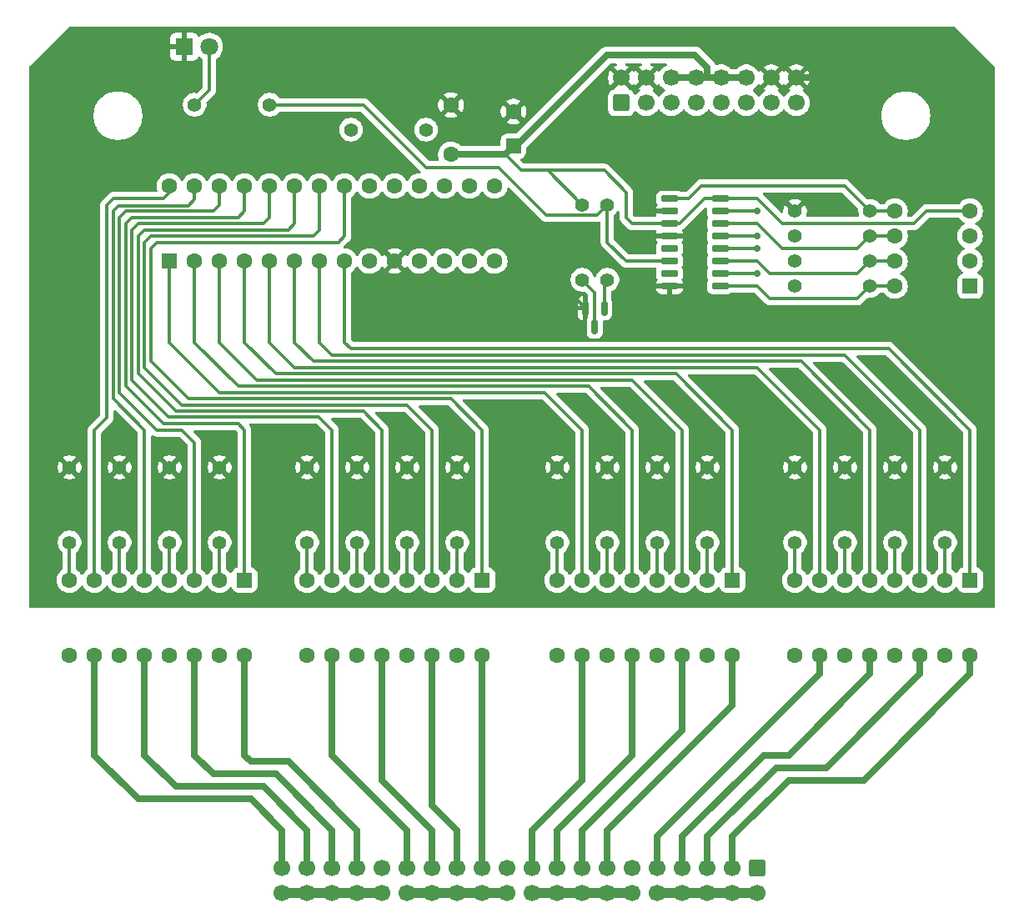
<source format=gbr>
%TF.GenerationSoftware,KiCad,Pcbnew,9.0.7*%
%TF.CreationDate,2026-02-03T14:01:29+01:00*%
%TF.ProjectId,lokho2-relays,6c6f6b68-6f32-42d7-9265-6c6179732e6b,rev?*%
%TF.SameCoordinates,Original*%
%TF.FileFunction,Copper,L1,Top*%
%TF.FilePolarity,Positive*%
%FSLAX46Y46*%
G04 Gerber Fmt 4.6, Leading zero omitted, Abs format (unit mm)*
G04 Created by KiCad (PCBNEW 9.0.7) date 2026-02-03 14:01:29*
%MOMM*%
%LPD*%
G01*
G04 APERTURE LIST*
G04 Aperture macros list*
%AMRoundRect*
0 Rectangle with rounded corners*
0 $1 Rounding radius*
0 $2 $3 $4 $5 $6 $7 $8 $9 X,Y pos of 4 corners*
0 Add a 4 corners polygon primitive as box body*
4,1,4,$2,$3,$4,$5,$6,$7,$8,$9,$2,$3,0*
0 Add four circle primitives for the rounded corners*
1,1,$1+$1,$2,$3*
1,1,$1+$1,$4,$5*
1,1,$1+$1,$6,$7*
1,1,$1+$1,$8,$9*
0 Add four rect primitives between the rounded corners*
20,1,$1+$1,$2,$3,$4,$5,0*
20,1,$1+$1,$4,$5,$6,$7,0*
20,1,$1+$1,$6,$7,$8,$9,0*
20,1,$1+$1,$8,$9,$2,$3,0*%
G04 Aperture macros list end*
%TA.AperFunction,Conductor*%
%ADD10C,2.000000*%
%TD*%
%TA.AperFunction,ComponentPad*%
%ADD11C,1.400000*%
%TD*%
%TA.AperFunction,ComponentPad*%
%ADD12RoundRect,0.250000X-0.550000X0.550000X-0.550000X-0.550000X0.550000X-0.550000X0.550000X0.550000X0*%
%TD*%
%TA.AperFunction,ComponentPad*%
%ADD13C,1.600000*%
%TD*%
%TA.AperFunction,ComponentPad*%
%ADD14RoundRect,0.250000X-0.600000X0.600000X-0.600000X-0.600000X0.600000X-0.600000X0.600000X0.600000X0*%
%TD*%
%TA.AperFunction,ComponentPad*%
%ADD15C,1.700000*%
%TD*%
%TA.AperFunction,SMDPad,CuDef*%
%ADD16RoundRect,0.150000X-0.150000X0.587500X-0.150000X-0.587500X0.150000X-0.587500X0.150000X0.587500X0*%
%TD*%
%TA.AperFunction,ComponentPad*%
%ADD17R,1.800000X1.800000*%
%TD*%
%TA.AperFunction,ComponentPad*%
%ADD18C,1.800000*%
%TD*%
%TA.AperFunction,ComponentPad*%
%ADD19RoundRect,0.250000X0.600000X-0.600000X0.600000X0.600000X-0.600000X0.600000X-0.600000X-0.600000X0*%
%TD*%
%TA.AperFunction,ComponentPad*%
%ADD20RoundRect,0.250000X0.550000X-0.550000X0.550000X0.550000X-0.550000X0.550000X-0.550000X-0.550000X0*%
%TD*%
%TA.AperFunction,ComponentPad*%
%ADD21RoundRect,0.250000X0.550000X0.550000X-0.550000X0.550000X-0.550000X-0.550000X0.550000X-0.550000X0*%
%TD*%
%TA.AperFunction,SMDPad,CuDef*%
%ADD22RoundRect,0.150000X-0.725000X-0.150000X0.725000X-0.150000X0.725000X0.150000X-0.725000X0.150000X0*%
%TD*%
%TA.AperFunction,ViaPad*%
%ADD23C,0.700000*%
%TD*%
%TA.AperFunction,Conductor*%
%ADD24C,0.350000*%
%TD*%
%TA.AperFunction,Conductor*%
%ADD25C,0.700000*%
%TD*%
%TA.AperFunction,Conductor*%
%ADD26C,1.000000*%
%TD*%
G04 APERTURE END LIST*
D10*
%TO.N,GND*%
X113500000Y-60000000D02*
G75*
G02*
X106500000Y-60000000I-3500000J0D01*
G01*
X106500000Y-60000000D02*
G75*
G02*
X113500000Y-60000000I3500000J0D01*
G01*
X193500000Y-60000000D02*
G75*
G02*
X186500000Y-60000000I-3500000J0D01*
G01*
X186500000Y-60000000D02*
G75*
G02*
X193500000Y-60000000I3500000J0D01*
G01*
%TD*%
D11*
%TO.P,R15,1*%
%TO.N,GND*%
X183820000Y-95720000D03*
%TO.P,R15,2*%
%TO.N,Net-(R15-Pad2)*%
X183820000Y-103340000D03*
%TD*%
%TO.P,R18,1*%
%TO.N,GND*%
X115240000Y-95720000D03*
%TO.P,R18,2*%
%TO.N,Net-(R18-Pad2)*%
X115240000Y-103340000D03*
%TD*%
%TO.P,R10,1*%
%TO.N,GND*%
X164770000Y-95720000D03*
%TO.P,R10,2*%
%TO.N,Net-(R10-Pad2)*%
X164770000Y-103340000D03*
%TD*%
%TO.P,R4,1*%
%TO.N,Net-(U1-B3)*%
X186360000Y-69685000D03*
%TO.P,R4,2*%
%TO.N,GND*%
X178740000Y-69685000D03*
%TD*%
%TO.P,R20,1*%
%TO.N,GND*%
X105080000Y-95720000D03*
%TO.P,R20,2*%
%TO.N,Net-(R20-Pad2)*%
X105080000Y-103340000D03*
%TD*%
D12*
%TO.P,U5,1*%
%TO.N,GPA4*%
X122860000Y-107150000D03*
D13*
%TO.P,U5,2*%
%TO.N,Net-(R17-Pad2)*%
X120320000Y-107150000D03*
%TO.P,U5,3*%
%TO.N,GPA5*%
X117780000Y-107150000D03*
%TO.P,U5,4*%
%TO.N,Net-(R18-Pad2)*%
X115240000Y-107150000D03*
%TO.P,U5,5*%
%TO.N,GPA6*%
X112700000Y-107150000D03*
%TO.P,U5,6*%
%TO.N,Net-(R19-Pad2)*%
X110160000Y-107150000D03*
%TO.P,U5,7*%
%TO.N,GPA7*%
X107620000Y-107150000D03*
%TO.P,U5,8*%
%TO.N,Net-(R20-Pad2)*%
X105080000Y-107150000D03*
%TO.P,U5,9*%
%TO.N,IGND2*%
X105080000Y-114770000D03*
%TO.P,U5,10*%
%TO.N,GPA7I*%
X107620000Y-114770000D03*
%TO.P,U5,11*%
%TO.N,IGND2*%
X110160000Y-114770000D03*
%TO.P,U5,12*%
%TO.N,GPA6I*%
X112700000Y-114770000D03*
%TO.P,U5,13*%
%TO.N,IGND2*%
X115240000Y-114770000D03*
%TO.P,U5,14*%
%TO.N,GPA5I*%
X117780000Y-114770000D03*
%TO.P,U5,15*%
%TO.N,IGND2*%
X120320000Y-114770000D03*
%TO.P,U5,16*%
%TO.N,GPA4I*%
X122860000Y-114770000D03*
%TD*%
D11*
%TO.P,R14,1*%
%TO.N,GND*%
X188900000Y-95720000D03*
%TO.P,R14,2*%
%TO.N,Net-(R14-Pad2)*%
X188900000Y-103340000D03*
%TD*%
%TO.P,R7,1*%
%TO.N,Net-(U1-Oa=b)*%
X125400000Y-58890000D03*
%TO.P,R7,2*%
%TO.N,Net-(D1-A)*%
X117780000Y-58890000D03*
%TD*%
%TO.P,R22,1*%
%TO.N,GND*%
X139370000Y-95720000D03*
%TO.P,R22,2*%
%TO.N,Net-(R22-Pad2)*%
X139370000Y-103340000D03*
%TD*%
D13*
%TO.P,C2,1*%
%TO.N,GND*%
X143815000Y-58930000D03*
%TO.P,C2,2*%
%TO.N,+3V3*%
X143815000Y-63930000D03*
%TD*%
D14*
%TO.P,J1,1,Pin_1*%
%TO.N,IGND1*%
X174930000Y-136360000D03*
D15*
%TO.P,J1,2,Pin_2*%
%TO.N,IPWR1*%
X174930000Y-138900000D03*
%TO.P,J1,3,Pin_3*%
%TO.N,GPB7I*%
X172390000Y-136360000D03*
%TO.P,J1,4,Pin_4*%
%TO.N,IPWR1*%
X172390000Y-138900000D03*
%TO.P,J1,5,Pin_5*%
%TO.N,GPB6I*%
X169850000Y-136360000D03*
%TO.P,J1,6,Pin_6*%
%TO.N,IPWR1*%
X169850000Y-138900000D03*
%TO.P,J1,7,Pin_7*%
%TO.N,GPB5I*%
X167310000Y-136360000D03*
%TO.P,J1,8,Pin_8*%
%TO.N,IPWR1*%
X167310000Y-138900000D03*
%TO.P,J1,9,Pin_9*%
%TO.N,GPB4I*%
X164770000Y-136360000D03*
%TO.P,J1,10,Pin_10*%
%TO.N,IPWR1*%
X164770000Y-138900000D03*
%TO.P,J1,11,Pin_11*%
%TO.N,IGND0*%
X162230000Y-136360000D03*
%TO.P,J1,12,Pin_12*%
%TO.N,IPWR0*%
X162230000Y-138900000D03*
%TO.P,J1,13,Pin_13*%
%TO.N,GPB3I*%
X159690000Y-136360000D03*
%TO.P,J1,14,Pin_14*%
%TO.N,IPWR0*%
X159690000Y-138900000D03*
%TO.P,J1,15,Pin_15*%
%TO.N,GPB2I*%
X157150000Y-136360000D03*
%TO.P,J1,16,Pin_16*%
%TO.N,IPWR0*%
X157150000Y-138900000D03*
%TO.P,J1,17,Pin_17*%
%TO.N,GPB1I*%
X154610000Y-136360000D03*
%TO.P,J1,18,Pin_18*%
%TO.N,IPWR0*%
X154610000Y-138900000D03*
%TO.P,J1,19,Pin_19*%
%TO.N,GPB0I*%
X152070000Y-136360000D03*
%TO.P,J1,20,Pin_20*%
%TO.N,IPWR0*%
X152070000Y-138900000D03*
%TO.P,J1,21,Pin_21*%
%TO.N,IGND3*%
X149530000Y-136360000D03*
%TO.P,J1,22,Pin_22*%
%TO.N,IPWR3*%
X149530000Y-138900000D03*
%TO.P,J1,23,Pin_23*%
%TO.N,GPA0I*%
X146990000Y-136360000D03*
%TO.P,J1,24,Pin_24*%
%TO.N,IPWR3*%
X146990000Y-138900000D03*
%TO.P,J1,25,Pin_25*%
%TO.N,GPA1I*%
X144450000Y-136360000D03*
%TO.P,J1,26,Pin_26*%
%TO.N,IPWR3*%
X144450000Y-138900000D03*
%TO.P,J1,27,Pin_27*%
%TO.N,GPA2I*%
X141910000Y-136360000D03*
%TO.P,J1,28,Pin_28*%
%TO.N,IPWR3*%
X141910000Y-138900000D03*
%TO.P,J1,29,Pin_29*%
%TO.N,GPA3I*%
X139370000Y-136360000D03*
%TO.P,J1,30,Pin_30*%
%TO.N,IPWR3*%
X139370000Y-138900000D03*
%TO.P,J1,31,Pin_31*%
%TO.N,IGND2*%
X136830000Y-136360000D03*
%TO.P,J1,32,Pin_32*%
%TO.N,IPWR2*%
X136830000Y-138900000D03*
%TO.P,J1,33,Pin_33*%
%TO.N,GPA4I*%
X134290000Y-136360000D03*
%TO.P,J1,34,Pin_34*%
%TO.N,IPWR2*%
X134290000Y-138900000D03*
%TO.P,J1,35,Pin_35*%
%TO.N,GPA5I*%
X131750000Y-136360000D03*
%TO.P,J1,36,Pin_36*%
%TO.N,IPWR2*%
X131750000Y-138900000D03*
%TO.P,J1,37,Pin_37*%
%TO.N,GPA6I*%
X129210000Y-136360000D03*
%TO.P,J1,38,Pin_38*%
%TO.N,IPWR2*%
X129210000Y-138900000D03*
%TO.P,J1,39,Pin_39*%
%TO.N,GPA7I*%
X126670000Y-136360000D03*
%TO.P,J1,40,Pin_40*%
%TO.N,IPWR2*%
X126670000Y-138900000D03*
%TD*%
D11*
%TO.P,R9,1*%
%TO.N,GND*%
X169850000Y-95720000D03*
%TO.P,R9,2*%
%TO.N,Net-(R9-Pad2)*%
X169850000Y-103340000D03*
%TD*%
D16*
%TO.P,Q1,1,B*%
%TO.N,Net-(Q1-B)*%
X159370000Y-79542500D03*
%TO.P,Q1,2,E*%
%TO.N,GND*%
X157470000Y-79542500D03*
%TO.P,Q1,3,C*%
%TO.N,ADDR_SEL*%
X158420000Y-81417500D03*
%TD*%
D12*
%TO.P,U3,1*%
%TO.N,GPB3*%
X172390000Y-107150000D03*
D13*
%TO.P,U3,2*%
%TO.N,Net-(R9-Pad2)*%
X169850000Y-107150000D03*
%TO.P,U3,3*%
%TO.N,GPB2*%
X167310000Y-107150000D03*
%TO.P,U3,4*%
%TO.N,Net-(R10-Pad2)*%
X164770000Y-107150000D03*
%TO.P,U3,5*%
%TO.N,GPB1*%
X162230000Y-107150000D03*
%TO.P,U3,6*%
%TO.N,Net-(R11-Pad2)*%
X159690000Y-107150000D03*
%TO.P,U3,7*%
%TO.N,GPB0*%
X157150000Y-107150000D03*
%TO.P,U3,8*%
%TO.N,Net-(R12-Pad2)*%
X154610000Y-107150000D03*
%TO.P,U3,9*%
%TO.N,IGND0*%
X154610000Y-114770000D03*
%TO.P,U3,10*%
%TO.N,GPB0I*%
X157150000Y-114770000D03*
%TO.P,U3,11*%
%TO.N,IGND0*%
X159690000Y-114770000D03*
%TO.P,U3,12*%
%TO.N,GPB1I*%
X162230000Y-114770000D03*
%TO.P,U3,13*%
%TO.N,IGND0*%
X164770000Y-114770000D03*
%TO.P,U3,14*%
%TO.N,GPB2I*%
X167310000Y-114770000D03*
%TO.P,U3,15*%
%TO.N,IGND0*%
X169850000Y-114770000D03*
%TO.P,U3,16*%
%TO.N,GPB3I*%
X172390000Y-114770000D03*
%TD*%
D17*
%TO.P,D1,1,K*%
%TO.N,GND*%
X116730000Y-53000000D03*
D18*
%TO.P,D1,2,A*%
%TO.N,Net-(D1-A)*%
X119270000Y-53000000D03*
%TD*%
D11*
%TO.P,R24,1*%
%TO.N,GND*%
X129210000Y-95720000D03*
%TO.P,R24,2*%
%TO.N,Net-(R24-Pad2)*%
X129210000Y-103340000D03*
%TD*%
D12*
%TO.P,U4,1*%
%TO.N,GPB7*%
X196520000Y-107150000D03*
D13*
%TO.P,U4,2*%
%TO.N,Net-(R13-Pad2)*%
X193980000Y-107150000D03*
%TO.P,U4,3*%
%TO.N,GPB6*%
X191440000Y-107150000D03*
%TO.P,U4,4*%
%TO.N,Net-(R14-Pad2)*%
X188900000Y-107150000D03*
%TO.P,U4,5*%
%TO.N,GPB5*%
X186360000Y-107150000D03*
%TO.P,U4,6*%
%TO.N,Net-(R15-Pad2)*%
X183820000Y-107150000D03*
%TO.P,U4,7*%
%TO.N,GPB4*%
X181280000Y-107150000D03*
%TO.P,U4,8*%
%TO.N,Net-(R16-Pad2)*%
X178740000Y-107150000D03*
%TO.P,U4,9*%
%TO.N,IGND1*%
X178740000Y-114770000D03*
%TO.P,U4,10*%
%TO.N,GPB4I*%
X181280000Y-114770000D03*
%TO.P,U4,11*%
%TO.N,IGND1*%
X183820000Y-114770000D03*
%TO.P,U4,12*%
%TO.N,GPB5I*%
X186360000Y-114770000D03*
%TO.P,U4,13*%
%TO.N,IGND1*%
X188900000Y-114770000D03*
%TO.P,U4,14*%
%TO.N,GPB6I*%
X191440000Y-114770000D03*
%TO.P,U4,15*%
%TO.N,IGND1*%
X193980000Y-114770000D03*
%TO.P,U4,16*%
%TO.N,GPB7I*%
X196520000Y-114770000D03*
%TD*%
D11*
%TO.P,R19,1*%
%TO.N,GND*%
X110160000Y-95720000D03*
%TO.P,R19,2*%
%TO.N,Net-(R19-Pad2)*%
X110160000Y-103340000D03*
%TD*%
%TO.P,R23,1*%
%TO.N,GND*%
X134290000Y-95720000D03*
%TO.P,R23,2*%
%TO.N,Net-(R23-Pad2)*%
X134290000Y-103340000D03*
%TD*%
%TO.P,R1,1*%
%TO.N,Net-(U1-B0)*%
X186360000Y-77305000D03*
%TO.P,R1,2*%
%TO.N,GND*%
X178740000Y-77305000D03*
%TD*%
%TO.P,R5,1*%
%TO.N,Net-(U1-Oa=b)*%
X159690000Y-69050000D03*
%TO.P,R5,2*%
%TO.N,Net-(Q1-B)*%
X159690000Y-76670000D03*
%TD*%
%TO.P,R11,1*%
%TO.N,GND*%
X159690000Y-95720000D03*
%TO.P,R11,2*%
%TO.N,Net-(R11-Pad2)*%
X159690000Y-103340000D03*
%TD*%
D19*
%TO.P,SPI1,1,Pin_1*%
%TO.N,SPI_MISO*%
X161110000Y-58697500D03*
D15*
%TO.P,SPI1,2,Pin_2*%
%TO.N,GND*%
X161110000Y-56157500D03*
%TO.P,SPI1,3,Pin_3*%
%TO.N,SPI_MOSI*%
X163650000Y-58697500D03*
%TO.P,SPI1,4,Pin_4*%
%TO.N,GND*%
X163650000Y-56157500D03*
%TO.P,SPI1,5,Pin_5*%
%TO.N,SPI_SCK*%
X166190000Y-58697500D03*
%TO.P,SPI1,6,Pin_6*%
%TO.N,+3V3*%
X166190000Y-56157500D03*
%TO.P,SPI1,7,Pin_7*%
%TO.N,SPI_S0*%
X168730000Y-58697500D03*
%TO.P,SPI1,8,Pin_8*%
%TO.N,+3V3*%
X168730000Y-56157500D03*
%TO.P,SPI1,9,Pin_9*%
%TO.N,SPI_S1*%
X171270000Y-58697500D03*
%TO.P,SPI1,10,Pin_10*%
%TO.N,+3V3*%
X171270000Y-56157500D03*
%TO.P,SPI1,11,Pin_11*%
%TO.N,SPI_S2*%
X173810000Y-58697500D03*
%TO.P,SPI1,12,Pin_12*%
%TO.N,+3V3*%
X173810000Y-56157500D03*
%TO.P,SPI1,13,Pin_13*%
%TO.N,SPI_S3*%
X176350000Y-58697500D03*
%TO.P,SPI1,14,Pin_14*%
%TO.N,GND*%
X176350000Y-56157500D03*
%TO.P,SPI1,15,Pin_15*%
%TO.N,GP*%
X178890000Y-58697500D03*
%TO.P,SPI1,16,Pin_16*%
%TO.N,GND*%
X178890000Y-56157500D03*
%TD*%
D11*
%TO.P,R2,1*%
%TO.N,Net-(U1-B1)*%
X186360000Y-74765000D03*
%TO.P,R2,2*%
%TO.N,GND*%
X178740000Y-74765000D03*
%TD*%
%TO.P,R16,1*%
%TO.N,GND*%
X178740000Y-95720000D03*
%TO.P,R16,2*%
%TO.N,Net-(R16-Pad2)*%
X178740000Y-103340000D03*
%TD*%
%TO.P,R21,1*%
%TO.N,GND*%
X144450000Y-95720000D03*
%TO.P,R21,2*%
%TO.N,Net-(R21-Pad2)*%
X144450000Y-103340000D03*
%TD*%
%TO.P,R8,1*%
%TO.N,+3V3*%
X141275000Y-61430000D03*
%TO.P,R8,2*%
%TO.N,Net-(U2-~{RESET})*%
X133655000Y-61430000D03*
%TD*%
%TO.P,R17,1*%
%TO.N,GND*%
X120320000Y-95720000D03*
%TO.P,R17,2*%
%TO.N,Net-(R17-Pad2)*%
X120320000Y-103340000D03*
%TD*%
D20*
%TO.P,C1,1*%
%TO.N,+3V3*%
X150165000Y-63082651D03*
D13*
%TO.P,C1,2*%
%TO.N,GND*%
X150165000Y-59582651D03*
%TD*%
D21*
%TO.P,SW1,1*%
%TO.N,+3V3*%
X196520000Y-77305000D03*
D13*
%TO.P,SW1,2*%
X196520000Y-74765000D03*
%TO.P,SW1,3*%
X196520000Y-72225000D03*
%TO.P,SW1,4*%
X196520000Y-69685000D03*
%TO.P,SW1,5*%
%TO.N,Net-(U1-B3)*%
X188900000Y-69685000D03*
%TO.P,SW1,6*%
%TO.N,Net-(U1-B2)*%
X188900000Y-72225000D03*
%TO.P,SW1,7*%
%TO.N,Net-(U1-B1)*%
X188900000Y-74765000D03*
%TO.P,SW1,8*%
%TO.N,Net-(U1-B0)*%
X188900000Y-77305000D03*
%TD*%
D12*
%TO.P,U6,1*%
%TO.N,GPA0*%
X146990000Y-107150000D03*
D13*
%TO.P,U6,2*%
%TO.N,Net-(R21-Pad2)*%
X144450000Y-107150000D03*
%TO.P,U6,3*%
%TO.N,GPA1*%
X141910000Y-107150000D03*
%TO.P,U6,4*%
%TO.N,Net-(R22-Pad2)*%
X139370000Y-107150000D03*
%TO.P,U6,5*%
%TO.N,GPA2*%
X136830000Y-107150000D03*
%TO.P,U6,6*%
%TO.N,Net-(R23-Pad2)*%
X134290000Y-107150000D03*
%TO.P,U6,7*%
%TO.N,GPA3*%
X131750000Y-107150000D03*
%TO.P,U6,8*%
%TO.N,Net-(R24-Pad2)*%
X129210000Y-107150000D03*
%TO.P,U6,9*%
%TO.N,IGND3*%
X129210000Y-114770000D03*
%TO.P,U6,10*%
%TO.N,GPA3I*%
X131750000Y-114770000D03*
%TO.P,U6,11*%
%TO.N,IGND3*%
X134290000Y-114770000D03*
%TO.P,U6,12*%
%TO.N,GPA2I*%
X136830000Y-114770000D03*
%TO.P,U6,13*%
%TO.N,IGND3*%
X139370000Y-114770000D03*
%TO.P,U6,14*%
%TO.N,GPA1I*%
X141910000Y-114770000D03*
%TO.P,U6,15*%
%TO.N,IGND3*%
X144450000Y-114770000D03*
%TO.P,U6,16*%
%TO.N,GPA0I*%
X146990000Y-114770000D03*
%TD*%
D11*
%TO.P,R12,1*%
%TO.N,GND*%
X154610000Y-95720000D03*
%TO.P,R12,2*%
%TO.N,Net-(R12-Pad2)*%
X154610000Y-103340000D03*
%TD*%
%TO.P,R6,1*%
%TO.N,ADDR_SEL*%
X157150000Y-76670000D03*
%TO.P,R6,2*%
%TO.N,+3V3*%
X157150000Y-69050000D03*
%TD*%
D22*
%TO.P,U1,1,B3*%
%TO.N,Net-(U1-B3)*%
X166005000Y-68415000D03*
%TO.P,U1,2,Ia<b*%
%TO.N,GND*%
X166005000Y-69685000D03*
%TO.P,U1,3,Ia=b*%
%TO.N,+3V3*%
X166005000Y-70955000D03*
%TO.P,U1,4,Ia>b*%
%TO.N,GND*%
X166005000Y-72225000D03*
%TO.P,U1,5,Oa>b*%
%TO.N,unconnected-(U1-Oa>b-Pad5)*%
X166005000Y-73495000D03*
%TO.P,U1,6,Oa=b*%
%TO.N,Net-(U1-Oa=b)*%
X166005000Y-74765000D03*
%TO.P,U1,7,Oa<b*%
%TO.N,unconnected-(U1-Oa<b-Pad7)*%
X166005000Y-76035000D03*
%TO.P,U1,8,GND*%
%TO.N,GND*%
X166005000Y-77305000D03*
%TO.P,U1,9,B0*%
%TO.N,Net-(U1-B0)*%
X171155000Y-77305000D03*
%TO.P,U1,10,A0*%
%TO.N,SPI_S0*%
X171155000Y-76035000D03*
%TO.P,U1,11,B1*%
%TO.N,Net-(U1-B1)*%
X171155000Y-74765000D03*
%TO.P,U1,12,A1*%
%TO.N,SPI_S1*%
X171155000Y-73495000D03*
%TO.P,U1,13,A2*%
%TO.N,SPI_S2*%
X171155000Y-72225000D03*
%TO.P,U1,14,B2*%
%TO.N,Net-(U1-B2)*%
X171155000Y-70955000D03*
%TO.P,U1,15,A3*%
%TO.N,SPI_S3*%
X171155000Y-69685000D03*
%TO.P,U1,16,VCC*%
%TO.N,+3V3*%
X171155000Y-68415000D03*
%TD*%
D11*
%TO.P,R13,1*%
%TO.N,GND*%
X193980000Y-95720000D03*
%TO.P,R13,2*%
%TO.N,Net-(R13-Pad2)*%
X193980000Y-103340000D03*
%TD*%
%TO.P,R3,1*%
%TO.N,Net-(U1-B2)*%
X186360000Y-72225000D03*
%TO.P,R3,2*%
%TO.N,GND*%
X178740000Y-72225000D03*
%TD*%
D20*
%TO.P,U2,1,GPB0*%
%TO.N,GPB0*%
X115240000Y-74765000D03*
D13*
%TO.P,U2,2,GPB1*%
%TO.N,GPB1*%
X117780000Y-74765000D03*
%TO.P,U2,3,GPB2*%
%TO.N,GPB2*%
X120320000Y-74765000D03*
%TO.P,U2,4,GPB3*%
%TO.N,GPB3*%
X122860000Y-74765000D03*
%TO.P,U2,5,GPB4*%
%TO.N,GPB4*%
X125400000Y-74765000D03*
%TO.P,U2,6,GPB5*%
%TO.N,GPB5*%
X127940000Y-74765000D03*
%TO.P,U2,7,GPB6*%
%TO.N,GPB6*%
X130480000Y-74765000D03*
%TO.P,U2,8,GPB7*%
%TO.N,GPB7*%
X133020000Y-74765000D03*
%TO.P,U2,9,VDD*%
%TO.N,+3V3*%
X135560000Y-74765000D03*
%TO.P,U2,10,VSS*%
%TO.N,GND*%
X138100000Y-74765000D03*
%TO.P,U2,11,~{CS}*%
%TO.N,ADDR_SEL*%
X140640000Y-74765000D03*
%TO.P,U2,12,SCK*%
%TO.N,SPI_SCK*%
X143180000Y-74765000D03*
%TO.P,U2,13,SI*%
%TO.N,SPI_MOSI*%
X145720000Y-74765000D03*
%TO.P,U2,14,SO*%
%TO.N,SPI_MISO*%
X148260000Y-74765000D03*
%TO.P,U2,15,A0*%
%TO.N,+3V3*%
X148260000Y-67145000D03*
%TO.P,U2,16,A1*%
X145720000Y-67145000D03*
%TO.P,U2,17,A2*%
X143180000Y-67145000D03*
%TO.P,U2,18,~{RESET}*%
%TO.N,Net-(U2-~{RESET})*%
X140640000Y-67145000D03*
%TO.P,U2,19,INTB*%
%TO.N,unconnected-(U2-INTB-Pad19)*%
X138100000Y-67145000D03*
%TO.P,U2,20,INTA*%
%TO.N,unconnected-(U2-INTA-Pad20)*%
X135560000Y-67145000D03*
%TO.P,U2,21,GPA0*%
%TO.N,GPA0*%
X133020000Y-67145000D03*
%TO.P,U2,22,GPA1*%
%TO.N,GPA1*%
X130480000Y-67145000D03*
%TO.P,U2,23,GPA2*%
%TO.N,GPA2*%
X127940000Y-67145000D03*
%TO.P,U2,24,GPA3*%
%TO.N,GPA3*%
X125400000Y-67145000D03*
%TO.P,U2,25,GPA4*%
%TO.N,GPA4*%
X122860000Y-67145000D03*
%TO.P,U2,26,GPA5*%
%TO.N,GPA5*%
X120320000Y-67145000D03*
%TO.P,U2,27,GPA6*%
%TO.N,GPA6*%
X117780000Y-67145000D03*
%TO.P,U2,28,GPA7*%
%TO.N,GPA7*%
X115240000Y-67145000D03*
%TD*%
D23*
%TO.N,GND*%
X162865000Y-69685000D03*
X162865000Y-72225000D03*
X162865000Y-77305000D03*
%TO.N,SPI_S0*%
X174930000Y-76035000D03*
%TO.N,SPI_S1*%
X174930000Y-73495000D03*
%TO.N,SPI_S2*%
X174930000Y-72225000D03*
%TO.N,SPI_S3*%
X174930000Y-69685000D03*
%TD*%
D24*
%TO.N,GND*%
X116730000Y-53000000D02*
X113500000Y-53000000D01*
X155245000Y-75400000D02*
X155880000Y-74765000D01*
X155245000Y-77317500D02*
X155245000Y-75400000D01*
X162865000Y-72225000D02*
X166005000Y-72225000D01*
X166005000Y-69685000D02*
X162865000Y-69685000D01*
X160325000Y-74765000D02*
X162865000Y-77305000D01*
X162865000Y-77305000D02*
X166005000Y-77305000D01*
X113500000Y-53000000D02*
X110000000Y-56500000D01*
D25*
X178890000Y-56157500D02*
X189657500Y-56157500D01*
D24*
X157470000Y-79542500D02*
X155245000Y-77317500D01*
X155880000Y-74765000D02*
X160325000Y-74765000D01*
D25*
X189657500Y-56157500D02*
X190000000Y-56500000D01*
%TO.N,+3V3*%
X169850000Y-55080000D02*
X168580000Y-53810000D01*
X159690000Y-53810000D02*
X150417349Y-63082651D01*
D24*
X171155000Y-68415000D02*
X174930000Y-68415000D01*
D25*
X169850000Y-56157500D02*
X166190000Y-56157500D01*
D24*
X177470000Y-70955000D02*
X190805000Y-70955000D01*
X161595000Y-67780000D02*
X161595000Y-70320000D01*
X166991966Y-70955000D02*
X169531966Y-68415000D01*
D25*
X173810000Y-56157500D02*
X169850000Y-56157500D01*
X143815000Y-63930000D02*
X149317651Y-63930000D01*
D24*
X161595000Y-70320000D02*
X162230000Y-70955000D01*
D25*
X168580000Y-53810000D02*
X159690000Y-53810000D01*
D24*
X162230000Y-70955000D02*
X166005000Y-70955000D01*
X190805000Y-70955000D02*
X192075000Y-69685000D01*
D25*
X149317651Y-63930000D02*
X150165000Y-63082651D01*
X150417349Y-63082651D02*
X150165000Y-63082651D01*
D24*
X166005000Y-70955000D02*
X166991966Y-70955000D01*
X174930000Y-68415000D02*
X177470000Y-70955000D01*
X153657500Y-65557500D02*
X159372500Y-65557500D01*
X157150000Y-69050000D02*
X153657500Y-65557500D01*
X149317651Y-63930000D02*
X150945151Y-65557500D01*
D25*
X169850000Y-56157500D02*
X169850000Y-55080000D01*
D24*
X192075000Y-69685000D02*
X196520000Y-69685000D01*
X150945151Y-65557500D02*
X153657500Y-65557500D01*
X169531966Y-68415000D02*
X171155000Y-68415000D01*
X159372500Y-65557500D02*
X161595000Y-67780000D01*
%TO.N,SPI_S0*%
X171155000Y-76035000D02*
X174930000Y-76035000D01*
%TO.N,SPI_S1*%
X171155000Y-73495000D02*
X174930000Y-73495000D01*
%TO.N,SPI_S2*%
X171155000Y-72225000D02*
X174930000Y-72225000D01*
%TO.N,SPI_S3*%
X171155000Y-69685000D02*
X174930000Y-69685000D01*
%TO.N,ADDR_SEL*%
X158420000Y-81417500D02*
X158420000Y-77940000D01*
X158420000Y-77940000D02*
X157150000Y-76670000D01*
%TO.N,Net-(Q1-B)*%
X159370000Y-79542500D02*
X159370000Y-76990000D01*
X159370000Y-76990000D02*
X159690000Y-76670000D01*
%TO.N,Net-(U1-B0)*%
X186360000Y-77305000D02*
X188900000Y-77305000D01*
X185090000Y-78575000D02*
X186360000Y-77305000D01*
X176200000Y-78575000D02*
X185090000Y-78575000D01*
X174930000Y-77305000D02*
X176200000Y-78575000D01*
X171155000Y-77305000D02*
X174930000Y-77305000D01*
%TO.N,Net-(U1-B1)*%
X185090000Y-76035000D02*
X186360000Y-74765000D01*
X188900000Y-74765000D02*
X186360000Y-74765000D01*
X174930000Y-74765000D02*
X176200000Y-76035000D01*
X171155000Y-74765000D02*
X174930000Y-74765000D01*
X176200000Y-76035000D02*
X185090000Y-76035000D01*
%TO.N,Net-(U1-B2)*%
X174930000Y-70955000D02*
X177470000Y-73495000D01*
X171155000Y-70955000D02*
X174930000Y-70955000D01*
X186360000Y-72225000D02*
X188900000Y-72225000D01*
X185090000Y-73495000D02*
X186360000Y-72225000D01*
X177470000Y-73495000D02*
X185090000Y-73495000D01*
%TO.N,Net-(U1-B3)*%
X167945000Y-68415000D02*
X166005000Y-68415000D01*
X169215000Y-67145000D02*
X167945000Y-68415000D01*
X183820000Y-67145000D02*
X169215000Y-67145000D01*
X186360000Y-69685000D02*
X183820000Y-67145000D01*
X188900000Y-69685000D02*
X186360000Y-69685000D01*
%TO.N,Net-(U1-Oa=b)*%
X159690000Y-69050000D02*
X159690000Y-72860000D01*
X161595000Y-74765000D02*
X166005000Y-74765000D01*
X148614000Y-65240000D02*
X153500000Y-70126000D01*
X125400000Y-58890000D02*
X134925000Y-58890000D01*
X134925000Y-58890000D02*
X141275000Y-65240000D01*
X141275000Y-65240000D02*
X148614000Y-65240000D01*
X153500000Y-70126000D02*
X158614000Y-70126000D01*
X159690000Y-72860000D02*
X161595000Y-74765000D01*
X158614000Y-70126000D02*
X159690000Y-69050000D01*
%TO.N,Net-(D1-A)*%
X119270000Y-57400000D02*
X119270000Y-53000000D01*
X117780000Y-58890000D02*
X119270000Y-57400000D01*
%TO.N,GPB0*%
X115240000Y-74765000D02*
X115240000Y-83020000D01*
X157150000Y-91910000D02*
X157150000Y-107150000D01*
X115240000Y-83020000D02*
X120320000Y-88100000D01*
X153340000Y-88100000D02*
X157150000Y-91910000D01*
X120320000Y-88100000D02*
X153340000Y-88100000D01*
%TO.N,GPA4*%
X122860000Y-67145000D02*
X122860000Y-69685000D01*
X110795000Y-87465000D02*
X114605000Y-91275000D01*
X122225000Y-70320000D02*
X111430000Y-70320000D01*
X122860000Y-69685000D02*
X122225000Y-70320000D01*
X122225000Y-91275000D02*
X122860000Y-91910000D01*
X110795000Y-70955000D02*
X110795000Y-87465000D01*
X122860000Y-91910000D02*
X122860000Y-107150000D01*
X111430000Y-70320000D02*
X110795000Y-70955000D01*
X114605000Y-91275000D02*
X122225000Y-91275000D01*
%TO.N,GPB2*%
X120320000Y-74765000D02*
X120320000Y-83020000D01*
X162230000Y-86830000D02*
X167310000Y-91910000D01*
X124130000Y-86830000D02*
X162230000Y-86830000D01*
X167310000Y-91910000D02*
X167310000Y-107150000D01*
X120320000Y-83020000D02*
X124130000Y-86830000D01*
%TO.N,GPB3*%
X172390000Y-91910000D02*
X172390000Y-107150000D01*
X122860000Y-74765000D02*
X122860000Y-83020000D01*
X126035000Y-86195000D02*
X166675000Y-86195000D01*
X122860000Y-83020000D02*
X126035000Y-86195000D01*
X166675000Y-86195000D02*
X172390000Y-91910000D01*
%TO.N,GPB5*%
X127940000Y-74765000D02*
X127940000Y-83020000D01*
X129845000Y-84925000D02*
X179375000Y-84925000D01*
X127940000Y-83020000D02*
X129845000Y-84925000D01*
X186360000Y-91910000D02*
X186360000Y-107150000D01*
X179375000Y-84925000D02*
X186360000Y-91910000D01*
%TO.N,GPA3*%
X125400000Y-70320000D02*
X124765000Y-70955000D01*
X131750000Y-91910000D02*
X131750000Y-107150000D01*
X125400000Y-67145000D02*
X125400000Y-70320000D01*
X112065000Y-70955000D02*
X111430000Y-71590000D01*
X130396000Y-90556000D02*
X131750000Y-91910000D01*
X111430000Y-71590000D02*
X111430000Y-86830000D01*
X115156000Y-90556000D02*
X130396000Y-90556000D01*
X124765000Y-70955000D02*
X112065000Y-70955000D01*
X111430000Y-86830000D02*
X115156000Y-90556000D01*
%TO.N,GPB1*%
X117780000Y-83020000D02*
X122225000Y-87465000D01*
X162230000Y-91910000D02*
X162230000Y-107150000D01*
X122225000Y-87465000D02*
X157785000Y-87465000D01*
X117780000Y-74765000D02*
X117780000Y-83020000D01*
X157785000Y-87465000D02*
X162230000Y-91910000D01*
%TO.N,GPA0*%
X113335000Y-84925000D02*
X117145000Y-88735000D01*
X146990000Y-91910000D02*
X146990000Y-107150000D01*
X143815000Y-88735000D02*
X146990000Y-91910000D01*
X133020000Y-72225000D02*
X132385000Y-72860000D01*
X132385000Y-72860000D02*
X113970000Y-72860000D01*
X117145000Y-88735000D02*
X143815000Y-88735000D01*
X133020000Y-67145000D02*
X133020000Y-72225000D01*
X113335000Y-73495000D02*
X113335000Y-84925000D01*
X113970000Y-72860000D02*
X113335000Y-73495000D01*
%TO.N,GPA2*%
X127940000Y-67145000D02*
X127940000Y-70955000D01*
X136830000Y-91910000D02*
X136830000Y-107150000D01*
X112700000Y-71590000D02*
X112065000Y-72225000D01*
X112065000Y-72225000D02*
X112065000Y-86195000D01*
X127940000Y-70955000D02*
X127305000Y-71590000D01*
X115875000Y-90005000D02*
X134925000Y-90005000D01*
X134925000Y-90005000D02*
X136830000Y-91910000D01*
X112065000Y-86195000D02*
X115875000Y-90005000D01*
X127305000Y-71590000D02*
X112700000Y-71590000D01*
%TO.N,GPB4*%
X127940000Y-85560000D02*
X125400000Y-83020000D01*
X125400000Y-83020000D02*
X125400000Y-74765000D01*
X174930000Y-85560000D02*
X127940000Y-85560000D01*
X181280000Y-91910000D02*
X174930000Y-85560000D01*
X181280000Y-107150000D02*
X181280000Y-91910000D01*
%TO.N,GPA5*%
X116510000Y-91910000D02*
X117780000Y-93180000D01*
X110160000Y-70320000D02*
X110160000Y-88100000D01*
X113970000Y-91910000D02*
X116510000Y-91910000D01*
X120320000Y-67145000D02*
X120320000Y-69050000D01*
X110160000Y-88100000D02*
X113970000Y-91910000D01*
X120320000Y-69050000D02*
X119685000Y-69685000D01*
X119685000Y-69685000D02*
X110795000Y-69685000D01*
X110795000Y-69685000D02*
X110160000Y-70320000D01*
X117780000Y-93180000D02*
X117780000Y-107150000D01*
%TO.N,GPA7*%
X108890000Y-90640000D02*
X107620000Y-91910000D01*
X108890000Y-69050000D02*
X108890000Y-90640000D01*
X115240000Y-67145000D02*
X115240000Y-67780000D01*
X107620000Y-91910000D02*
X107620000Y-107150000D01*
X115240000Y-67780000D02*
X114605000Y-68415000D01*
X114605000Y-68415000D02*
X109525000Y-68415000D01*
X109525000Y-68415000D02*
X108890000Y-69050000D01*
%TO.N,GPB6*%
X130480000Y-83020000D02*
X131750000Y-84290000D01*
X131750000Y-84290000D02*
X183820000Y-84290000D01*
X191440000Y-91910000D02*
X191440000Y-107150000D01*
X130480000Y-74765000D02*
X130480000Y-83020000D01*
X183820000Y-84290000D02*
X191440000Y-91910000D01*
%TO.N,GPA6*%
X109525000Y-88735000D02*
X109525000Y-69685000D01*
X117780000Y-68499000D02*
X117780000Y-67145000D01*
X112700000Y-107150000D02*
X112700000Y-91910000D01*
X110076000Y-69134000D02*
X117145000Y-69134000D01*
X109525000Y-69685000D02*
X110076000Y-69134000D01*
X112700000Y-91910000D02*
X109525000Y-88735000D01*
X117145000Y-69134000D02*
X117780000Y-68499000D01*
%TO.N,GPB7*%
X133020000Y-74765000D02*
X133020000Y-83020000D01*
X196520000Y-91910000D02*
X196520000Y-107150000D01*
X188265000Y-83655000D02*
X196520000Y-91910000D01*
X133655000Y-83655000D02*
X188265000Y-83655000D01*
X133020000Y-83020000D02*
X133655000Y-83655000D01*
%TO.N,GPA1*%
X113335000Y-72225000D02*
X112700000Y-72860000D01*
X141910000Y-91910000D02*
X139370000Y-89370000D01*
X139370000Y-89370000D02*
X116510000Y-89370000D01*
X141910000Y-107150000D02*
X141910000Y-91910000D01*
X129845000Y-72225000D02*
X113335000Y-72225000D01*
X116510000Y-89370000D02*
X112700000Y-85560000D01*
X112700000Y-72860000D02*
X112700000Y-85560000D01*
X130480000Y-71590000D02*
X130480000Y-67145000D01*
X129845000Y-72225000D02*
X130480000Y-71590000D01*
%TO.N,Net-(R9-Pad2)*%
X169850000Y-103340000D02*
X169850000Y-107150000D01*
%TO.N,Net-(R10-Pad2)*%
X164770000Y-103340000D02*
X164770000Y-107150000D01*
%TO.N,Net-(R11-Pad2)*%
X159690000Y-103340000D02*
X159690000Y-107150000D01*
%TO.N,Net-(R12-Pad2)*%
X154610000Y-103340000D02*
X154610000Y-107150000D01*
%TO.N,Net-(R13-Pad2)*%
X193980000Y-103340000D02*
X193980000Y-107150000D01*
%TO.N,Net-(R14-Pad2)*%
X188900000Y-107150000D02*
X188900000Y-103340000D01*
%TO.N,Net-(R15-Pad2)*%
X183820000Y-103340000D02*
X183820000Y-107150000D01*
%TO.N,Net-(R16-Pad2)*%
X178740000Y-103340000D02*
X178740000Y-107150000D01*
%TO.N,Net-(R17-Pad2)*%
X120320000Y-103340000D02*
X120320000Y-107150000D01*
%TO.N,Net-(R18-Pad2)*%
X115240000Y-103340000D02*
X115240000Y-107150000D01*
%TO.N,Net-(R19-Pad2)*%
X110160000Y-103340000D02*
X110160000Y-107150000D01*
%TO.N,Net-(R20-Pad2)*%
X105080000Y-103340000D02*
X105080000Y-107150000D01*
%TO.N,Net-(R21-Pad2)*%
X144450000Y-103340000D02*
X144450000Y-107150000D01*
%TO.N,Net-(R22-Pad2)*%
X139370000Y-103340000D02*
X139370000Y-107150000D01*
%TO.N,Net-(R23-Pad2)*%
X134290000Y-103340000D02*
X134290000Y-107150000D01*
%TO.N,Net-(R24-Pad2)*%
X129210000Y-103340000D02*
X129210000Y-107150000D01*
D25*
%TO.N,GPB3I*%
X159690000Y-132550000D02*
X159690000Y-136360000D01*
X172390000Y-119850000D02*
X159690000Y-132550000D01*
X172390000Y-114770000D02*
X172390000Y-119850000D01*
%TO.N,GPB2I*%
X167310000Y-114770000D02*
X167310000Y-122390000D01*
X157150000Y-132550000D02*
X157150000Y-136360000D01*
X167310000Y-122390000D02*
X157150000Y-132550000D01*
%TO.N,GPB0I*%
X157150000Y-127470000D02*
X152070000Y-132550000D01*
X152070000Y-132550000D02*
X152070000Y-136360000D01*
X157150000Y-114770000D02*
X157150000Y-127470000D01*
%TO.N,GPB1I*%
X154610000Y-132550000D02*
X154610000Y-136360000D01*
X162230000Y-124930000D02*
X154610000Y-132550000D01*
X162230000Y-114770000D02*
X162230000Y-124930000D01*
%TO.N,GPB7I*%
X172390000Y-133185000D02*
X178105000Y-127470000D01*
X172390000Y-133185000D02*
X172390000Y-136360000D01*
X196520000Y-116675000D02*
X185725000Y-127470000D01*
X196520000Y-114770000D02*
X196520000Y-116675000D01*
X185725000Y-127470000D02*
X178105000Y-127470000D01*
%TO.N,GPB5I*%
X186360000Y-116675000D02*
X178105000Y-124930000D01*
X175565000Y-124930000D02*
X167310000Y-133185000D01*
X186360000Y-114770000D02*
X186360000Y-116675000D01*
X178105000Y-124930000D02*
X175565000Y-124930000D01*
X167310000Y-133185000D02*
X167310000Y-136360000D01*
%TO.N,GPB4I*%
X181280000Y-114770000D02*
X181280000Y-116675000D01*
X181280000Y-116675000D02*
X164770000Y-133185000D01*
X164770000Y-133185000D02*
X164770000Y-136360000D01*
%TO.N,GPB6I*%
X191440000Y-116675000D02*
X181915000Y-126200000D01*
X181915000Y-126200000D02*
X176835000Y-126200000D01*
X169850000Y-133185000D02*
X169850000Y-136360000D01*
X176835000Y-126200000D02*
X169850000Y-133185000D01*
X191440000Y-114770000D02*
X191440000Y-116675000D01*
%TO.N,GPA4I*%
X122860000Y-114770000D02*
X122860000Y-124930000D01*
X122860000Y-124930000D02*
X123495000Y-125565000D01*
X127305000Y-125565000D02*
X134290000Y-132550000D01*
X134290000Y-132550000D02*
X134290000Y-136360000D01*
X123495000Y-125565000D02*
X127305000Y-125565000D01*
%TO.N,GPA6I*%
X112700000Y-124930000D02*
X115875000Y-128105000D01*
X124765000Y-128105000D02*
X129210000Y-132550000D01*
X129210000Y-132550000D02*
X129210000Y-136360000D01*
X115875000Y-128105000D02*
X124765000Y-128105000D01*
X112700000Y-114770000D02*
X112700000Y-124930000D01*
%TO.N,GPA5I*%
X117780000Y-114770000D02*
X117780000Y-124930000D01*
X119685000Y-126835000D02*
X126035000Y-126835000D01*
X126035000Y-126835000D02*
X131750000Y-132550000D01*
X131750000Y-132550000D02*
X131750000Y-136360000D01*
X117780000Y-124930000D02*
X119685000Y-126835000D01*
%TO.N,GPA7I*%
X123495000Y-129375000D02*
X112065000Y-129375000D01*
X107620000Y-124930000D02*
X107620000Y-114770000D01*
X126670000Y-132550000D02*
X123495000Y-129375000D01*
X126670000Y-136360000D02*
X126670000Y-132550000D01*
X112065000Y-129375000D02*
X107620000Y-124930000D01*
%TO.N,GPA3I*%
X131750000Y-124930000D02*
X131750000Y-114770000D01*
X139370000Y-132550000D02*
X131750000Y-124930000D01*
X139370000Y-136360000D02*
X139370000Y-132550000D01*
%TO.N,GPA2I*%
X141910000Y-136360000D02*
X141910000Y-132550000D01*
X136830000Y-127470000D02*
X136830000Y-114770000D01*
X141910000Y-132550000D02*
X136830000Y-127470000D01*
%TO.N,GPA0I*%
X146990000Y-136360000D02*
X146990000Y-114770000D01*
%TO.N,GPA1I*%
X144450000Y-132550000D02*
X141910000Y-130010000D01*
X144450000Y-136360000D02*
X144450000Y-132550000D01*
X141910000Y-130010000D02*
X141910000Y-114770000D01*
D26*
%TO.N,IPWR1*%
X164770000Y-138900000D02*
X174930000Y-138900000D01*
%TO.N,IPWR0*%
X152070000Y-138900000D02*
X162230000Y-138900000D01*
%TO.N,IPWR2*%
X126670000Y-138900000D02*
X136830000Y-138900000D01*
%TO.N,IPWR3*%
X139370000Y-138900000D02*
X149530000Y-138900000D01*
%TD*%
%TA.AperFunction,Conductor*%
%TO.N,GND*%
G36*
X109770703Y-89936450D02*
G01*
X109777181Y-89942482D01*
X111988181Y-92153482D01*
X112021666Y-92214805D01*
X112024500Y-92241163D01*
X112024500Y-105970092D01*
X112004815Y-106037131D01*
X111973385Y-106070410D01*
X111852786Y-106158028D01*
X111708028Y-106302786D01*
X111587715Y-106468386D01*
X111540485Y-106561080D01*
X111492510Y-106611876D01*
X111424689Y-106628671D01*
X111358554Y-106606134D01*
X111319515Y-106561080D01*
X111313860Y-106549981D01*
X111272287Y-106468390D01*
X111195406Y-106362571D01*
X111151971Y-106302786D01*
X111007213Y-106158028D01*
X110886615Y-106070410D01*
X110843949Y-106015081D01*
X110835500Y-105970092D01*
X110835500Y-104396300D01*
X110855185Y-104329261D01*
X110886609Y-104295986D01*
X110942073Y-104255690D01*
X111075690Y-104122073D01*
X111186760Y-103969199D01*
X111272547Y-103800832D01*
X111330940Y-103621118D01*
X111360500Y-103434486D01*
X111360500Y-103245513D01*
X111330940Y-103058881D01*
X111272545Y-102879163D01*
X111186759Y-102710800D01*
X111075690Y-102557927D01*
X110942073Y-102424310D01*
X110789199Y-102313240D01*
X110620836Y-102227454D01*
X110441118Y-102169059D01*
X110254486Y-102139500D01*
X110254481Y-102139500D01*
X110065519Y-102139500D01*
X110065514Y-102139500D01*
X109878881Y-102169059D01*
X109699163Y-102227454D01*
X109530800Y-102313240D01*
X109443579Y-102376610D01*
X109377927Y-102424310D01*
X109377925Y-102424312D01*
X109377924Y-102424312D01*
X109244312Y-102557924D01*
X109244312Y-102557925D01*
X109244310Y-102557927D01*
X109196610Y-102623579D01*
X109133240Y-102710800D01*
X109047454Y-102879163D01*
X108989059Y-103058881D01*
X108959500Y-103245513D01*
X108959500Y-103434486D01*
X108989059Y-103621118D01*
X109047454Y-103800836D01*
X109133240Y-103969199D01*
X109244310Y-104122073D01*
X109377927Y-104255690D01*
X109433387Y-104295984D01*
X109476051Y-104351311D01*
X109484500Y-104396300D01*
X109484500Y-105970092D01*
X109464815Y-106037131D01*
X109433385Y-106070410D01*
X109312786Y-106158028D01*
X109168028Y-106302786D01*
X109047715Y-106468386D01*
X109000485Y-106561080D01*
X108952510Y-106611876D01*
X108884689Y-106628671D01*
X108818554Y-106606134D01*
X108779515Y-106561080D01*
X108773860Y-106549981D01*
X108732287Y-106468390D01*
X108655406Y-106362571D01*
X108611971Y-106302786D01*
X108467213Y-106158028D01*
X108346615Y-106070410D01*
X108303949Y-106015081D01*
X108295500Y-105970092D01*
X108295500Y-96727882D01*
X109505669Y-96727882D01*
X109505670Y-96727883D01*
X109531059Y-96746329D01*
X109699362Y-96832085D01*
X109878997Y-96890451D01*
X110065553Y-96920000D01*
X110254447Y-96920000D01*
X110441002Y-96890451D01*
X110620637Y-96832085D01*
X110788937Y-96746331D01*
X110814328Y-96727883D01*
X110814328Y-96727882D01*
X110160001Y-96073554D01*
X110160000Y-96073554D01*
X109505669Y-96727882D01*
X108295500Y-96727882D01*
X108295500Y-95625552D01*
X108960000Y-95625552D01*
X108960000Y-95814447D01*
X108989548Y-96001002D01*
X109047914Y-96180637D01*
X109133666Y-96348933D01*
X109152116Y-96374328D01*
X109806446Y-95720000D01*
X109806446Y-95719999D01*
X109760369Y-95673922D01*
X109810000Y-95673922D01*
X109810000Y-95766078D01*
X109833852Y-95855095D01*
X109879930Y-95934905D01*
X109945095Y-96000070D01*
X110024905Y-96046148D01*
X110113922Y-96070000D01*
X110206078Y-96070000D01*
X110295095Y-96046148D01*
X110374905Y-96000070D01*
X110440070Y-95934905D01*
X110486148Y-95855095D01*
X110510000Y-95766078D01*
X110510000Y-95719999D01*
X110513554Y-95719999D01*
X110513554Y-95720000D01*
X111167882Y-96374328D01*
X111167883Y-96374328D01*
X111186331Y-96348937D01*
X111272085Y-96180637D01*
X111330451Y-96001002D01*
X111360000Y-95814447D01*
X111360000Y-95625552D01*
X111330451Y-95438997D01*
X111272085Y-95259362D01*
X111186329Y-95091059D01*
X111167883Y-95065670D01*
X111167882Y-95065669D01*
X110513554Y-95719999D01*
X110510000Y-95719999D01*
X110510000Y-95673922D01*
X110486148Y-95584905D01*
X110440070Y-95505095D01*
X110374905Y-95439930D01*
X110295095Y-95393852D01*
X110206078Y-95370000D01*
X110113922Y-95370000D01*
X110024905Y-95393852D01*
X109945095Y-95439930D01*
X109879930Y-95505095D01*
X109833852Y-95584905D01*
X109810000Y-95673922D01*
X109760369Y-95673922D01*
X109152116Y-95065669D01*
X109152116Y-95065670D01*
X109133669Y-95091060D01*
X109047914Y-95259362D01*
X108989548Y-95438997D01*
X108960000Y-95625552D01*
X108295500Y-95625552D01*
X108295500Y-94712116D01*
X109505669Y-94712116D01*
X110160000Y-95366446D01*
X110160001Y-95366446D01*
X110814328Y-94712116D01*
X110788933Y-94693666D01*
X110620637Y-94607914D01*
X110441002Y-94549548D01*
X110254447Y-94520000D01*
X110065553Y-94520000D01*
X109878997Y-94549548D01*
X109699362Y-94607914D01*
X109531060Y-94693669D01*
X109505670Y-94712116D01*
X109505669Y-94712116D01*
X108295500Y-94712116D01*
X108295500Y-92241163D01*
X108315185Y-92174124D01*
X108331819Y-92153482D01*
X109414692Y-91070609D01*
X109414695Y-91070606D01*
X109488620Y-90959969D01*
X109539540Y-90837036D01*
X109565500Y-90706531D01*
X109565500Y-90030163D01*
X109585185Y-89963124D01*
X109637989Y-89917369D01*
X109707147Y-89907425D01*
X109770703Y-89936450D01*
G37*
%TD.AperFunction*%
%TA.AperFunction,Conductor*%
G36*
X113523844Y-92437000D02*
G01*
X113529137Y-92436766D01*
X113561859Y-92449993D01*
X113565187Y-92451929D01*
X113650031Y-92508620D01*
X113686037Y-92523534D01*
X113772964Y-92559541D01*
X113903464Y-92585499D01*
X113903468Y-92585500D01*
X113903469Y-92585500D01*
X114036531Y-92585500D01*
X116178837Y-92585500D01*
X116245876Y-92605185D01*
X116266518Y-92621819D01*
X117068181Y-93423482D01*
X117101666Y-93484805D01*
X117104500Y-93511163D01*
X117104500Y-105970092D01*
X117084815Y-106037131D01*
X117053385Y-106070410D01*
X116932786Y-106158028D01*
X116788028Y-106302786D01*
X116667715Y-106468386D01*
X116620485Y-106561080D01*
X116572510Y-106611876D01*
X116504689Y-106628671D01*
X116438554Y-106606134D01*
X116399515Y-106561080D01*
X116393860Y-106549981D01*
X116352287Y-106468390D01*
X116275406Y-106362571D01*
X116231971Y-106302786D01*
X116087213Y-106158028D01*
X115966615Y-106070410D01*
X115923949Y-106015081D01*
X115915500Y-105970092D01*
X115915500Y-104396300D01*
X115935185Y-104329261D01*
X115966609Y-104295986D01*
X116022073Y-104255690D01*
X116155690Y-104122073D01*
X116266760Y-103969199D01*
X116352547Y-103800832D01*
X116410940Y-103621118D01*
X116440500Y-103434486D01*
X116440500Y-103245513D01*
X116410940Y-103058881D01*
X116352545Y-102879163D01*
X116266759Y-102710800D01*
X116155690Y-102557927D01*
X116022073Y-102424310D01*
X115869199Y-102313240D01*
X115700836Y-102227454D01*
X115521118Y-102169059D01*
X115334486Y-102139500D01*
X115334481Y-102139500D01*
X115145519Y-102139500D01*
X115145514Y-102139500D01*
X114958881Y-102169059D01*
X114779163Y-102227454D01*
X114610800Y-102313240D01*
X114523579Y-102376610D01*
X114457927Y-102424310D01*
X114457925Y-102424312D01*
X114457924Y-102424312D01*
X114324312Y-102557924D01*
X114324312Y-102557925D01*
X114324310Y-102557927D01*
X114276610Y-102623579D01*
X114213240Y-102710800D01*
X114127454Y-102879163D01*
X114069059Y-103058881D01*
X114039500Y-103245513D01*
X114039500Y-103434486D01*
X114069059Y-103621118D01*
X114127454Y-103800836D01*
X114213240Y-103969199D01*
X114324310Y-104122073D01*
X114457927Y-104255690D01*
X114513387Y-104295984D01*
X114556051Y-104351311D01*
X114564500Y-104396300D01*
X114564500Y-105970092D01*
X114544815Y-106037131D01*
X114513385Y-106070410D01*
X114392786Y-106158028D01*
X114248028Y-106302786D01*
X114127715Y-106468386D01*
X114080485Y-106561080D01*
X114032510Y-106611876D01*
X113964689Y-106628671D01*
X113898554Y-106606134D01*
X113859515Y-106561080D01*
X113853860Y-106549981D01*
X113812287Y-106468390D01*
X113735406Y-106362571D01*
X113691971Y-106302786D01*
X113547213Y-106158028D01*
X113426615Y-106070410D01*
X113383949Y-106015081D01*
X113375500Y-105970092D01*
X113375500Y-96727882D01*
X114585669Y-96727882D01*
X114585670Y-96727883D01*
X114611059Y-96746329D01*
X114779362Y-96832085D01*
X114958997Y-96890451D01*
X115145553Y-96920000D01*
X115334447Y-96920000D01*
X115521002Y-96890451D01*
X115700637Y-96832085D01*
X115868937Y-96746331D01*
X115894328Y-96727883D01*
X115894328Y-96727882D01*
X115240001Y-96073554D01*
X115240000Y-96073554D01*
X114585669Y-96727882D01*
X113375500Y-96727882D01*
X113375500Y-95625552D01*
X114040000Y-95625552D01*
X114040000Y-95814447D01*
X114069548Y-96001002D01*
X114127914Y-96180637D01*
X114213666Y-96348933D01*
X114232116Y-96374328D01*
X114886446Y-95720000D01*
X114886446Y-95719999D01*
X114840369Y-95673922D01*
X114890000Y-95673922D01*
X114890000Y-95766078D01*
X114913852Y-95855095D01*
X114959930Y-95934905D01*
X115025095Y-96000070D01*
X115104905Y-96046148D01*
X115193922Y-96070000D01*
X115286078Y-96070000D01*
X115375095Y-96046148D01*
X115454905Y-96000070D01*
X115520070Y-95934905D01*
X115566148Y-95855095D01*
X115590000Y-95766078D01*
X115590000Y-95719999D01*
X115593554Y-95719999D01*
X115593554Y-95720000D01*
X116247882Y-96374328D01*
X116247883Y-96374328D01*
X116266331Y-96348937D01*
X116352085Y-96180637D01*
X116410451Y-96001002D01*
X116440000Y-95814447D01*
X116440000Y-95625552D01*
X116410451Y-95438997D01*
X116352085Y-95259362D01*
X116266329Y-95091059D01*
X116247883Y-95065670D01*
X116247882Y-95065669D01*
X115593554Y-95719999D01*
X115590000Y-95719999D01*
X115590000Y-95673922D01*
X115566148Y-95584905D01*
X115520070Y-95505095D01*
X115454905Y-95439930D01*
X115375095Y-95393852D01*
X115286078Y-95370000D01*
X115193922Y-95370000D01*
X115104905Y-95393852D01*
X115025095Y-95439930D01*
X114959930Y-95505095D01*
X114913852Y-95584905D01*
X114890000Y-95673922D01*
X114840369Y-95673922D01*
X114232116Y-95065669D01*
X114232116Y-95065670D01*
X114213669Y-95091060D01*
X114127914Y-95259362D01*
X114069548Y-95438997D01*
X114040000Y-95625552D01*
X113375500Y-95625552D01*
X113375500Y-94712116D01*
X114585669Y-94712116D01*
X115240000Y-95366446D01*
X115240001Y-95366446D01*
X115894328Y-94712116D01*
X115868933Y-94693666D01*
X115700637Y-94607914D01*
X115521002Y-94549548D01*
X115334447Y-94520000D01*
X115145553Y-94520000D01*
X114958997Y-94549548D01*
X114779362Y-94607914D01*
X114611060Y-94693669D01*
X114585670Y-94712116D01*
X114585669Y-94712116D01*
X113375500Y-94712116D01*
X113375500Y-92557172D01*
X113377270Y-92551143D01*
X113376102Y-92544972D01*
X113386996Y-92518020D01*
X113395185Y-92490133D01*
X113399931Y-92486020D01*
X113402286Y-92480195D01*
X113426024Y-92463410D01*
X113447989Y-92444378D01*
X113454206Y-92443484D01*
X113459336Y-92439857D01*
X113488374Y-92438571D01*
X113517147Y-92434434D01*
X113523844Y-92437000D01*
G37*
%TD.AperFunction*%
%TA.AperFunction,Conductor*%
G36*
X121960876Y-91970185D02*
G01*
X121981518Y-91986819D01*
X122148181Y-92153482D01*
X122181666Y-92214805D01*
X122184500Y-92241163D01*
X122184500Y-105761414D01*
X122164815Y-105828453D01*
X122112011Y-105874208D01*
X122099505Y-105879120D01*
X121990666Y-105915186D01*
X121990663Y-105915187D01*
X121841342Y-106007289D01*
X121717289Y-106131342D01*
X121625187Y-106280663D01*
X121625186Y-106280666D01*
X121598045Y-106362571D01*
X121558271Y-106420016D01*
X121493755Y-106446838D01*
X121424979Y-106434522D01*
X121380021Y-106396452D01*
X121311966Y-106302781D01*
X121167219Y-106158034D01*
X121167213Y-106158028D01*
X121046615Y-106070410D01*
X121003949Y-106015081D01*
X120995500Y-105970092D01*
X120995500Y-104396300D01*
X121015185Y-104329261D01*
X121046609Y-104295986D01*
X121102073Y-104255690D01*
X121235690Y-104122073D01*
X121346760Y-103969199D01*
X121432547Y-103800832D01*
X121490940Y-103621118D01*
X121520500Y-103434486D01*
X121520500Y-103245513D01*
X121490940Y-103058881D01*
X121432545Y-102879163D01*
X121346759Y-102710800D01*
X121235690Y-102557927D01*
X121102073Y-102424310D01*
X120949199Y-102313240D01*
X120780836Y-102227454D01*
X120601118Y-102169059D01*
X120414486Y-102139500D01*
X120414481Y-102139500D01*
X120225519Y-102139500D01*
X120225514Y-102139500D01*
X120038881Y-102169059D01*
X119859163Y-102227454D01*
X119690800Y-102313240D01*
X119603579Y-102376610D01*
X119537927Y-102424310D01*
X119537925Y-102424312D01*
X119537924Y-102424312D01*
X119404312Y-102557924D01*
X119404312Y-102557925D01*
X119404310Y-102557927D01*
X119356610Y-102623579D01*
X119293240Y-102710800D01*
X119207454Y-102879163D01*
X119149059Y-103058881D01*
X119119500Y-103245513D01*
X119119500Y-103434486D01*
X119149059Y-103621118D01*
X119207454Y-103800836D01*
X119293240Y-103969199D01*
X119404310Y-104122073D01*
X119537927Y-104255690D01*
X119593387Y-104295984D01*
X119636051Y-104351311D01*
X119644500Y-104396300D01*
X119644500Y-105970092D01*
X119624815Y-106037131D01*
X119593385Y-106070410D01*
X119472786Y-106158028D01*
X119328028Y-106302786D01*
X119207715Y-106468386D01*
X119160485Y-106561080D01*
X119112510Y-106611876D01*
X119044689Y-106628671D01*
X118978554Y-106606134D01*
X118939515Y-106561080D01*
X118933860Y-106549981D01*
X118892287Y-106468390D01*
X118815406Y-106362571D01*
X118771971Y-106302786D01*
X118627213Y-106158028D01*
X118506615Y-106070410D01*
X118463949Y-106015081D01*
X118455500Y-105970092D01*
X118455500Y-96727882D01*
X119665669Y-96727882D01*
X119665670Y-96727883D01*
X119691059Y-96746329D01*
X119859362Y-96832085D01*
X120038997Y-96890451D01*
X120225553Y-96920000D01*
X120414447Y-96920000D01*
X120601002Y-96890451D01*
X120780637Y-96832085D01*
X120948937Y-96746331D01*
X120974328Y-96727883D01*
X120974328Y-96727882D01*
X120320001Y-96073554D01*
X120320000Y-96073554D01*
X119665669Y-96727882D01*
X118455500Y-96727882D01*
X118455500Y-95625552D01*
X119120000Y-95625552D01*
X119120000Y-95814447D01*
X119149548Y-96001002D01*
X119207914Y-96180637D01*
X119293666Y-96348933D01*
X119312116Y-96374328D01*
X119966446Y-95720000D01*
X119966446Y-95719999D01*
X119920369Y-95673922D01*
X119970000Y-95673922D01*
X119970000Y-95766078D01*
X119993852Y-95855095D01*
X120039930Y-95934905D01*
X120105095Y-96000070D01*
X120184905Y-96046148D01*
X120273922Y-96070000D01*
X120366078Y-96070000D01*
X120455095Y-96046148D01*
X120534905Y-96000070D01*
X120600070Y-95934905D01*
X120646148Y-95855095D01*
X120670000Y-95766078D01*
X120670000Y-95719999D01*
X120673554Y-95719999D01*
X120673554Y-95720000D01*
X121327882Y-96374328D01*
X121327883Y-96374328D01*
X121346331Y-96348937D01*
X121432085Y-96180637D01*
X121490451Y-96001002D01*
X121520000Y-95814447D01*
X121520000Y-95625552D01*
X121490451Y-95438997D01*
X121432085Y-95259362D01*
X121346329Y-95091059D01*
X121327883Y-95065670D01*
X121327882Y-95065669D01*
X120673554Y-95719999D01*
X120670000Y-95719999D01*
X120670000Y-95673922D01*
X120646148Y-95584905D01*
X120600070Y-95505095D01*
X120534905Y-95439930D01*
X120455095Y-95393852D01*
X120366078Y-95370000D01*
X120273922Y-95370000D01*
X120184905Y-95393852D01*
X120105095Y-95439930D01*
X120039930Y-95505095D01*
X119993852Y-95584905D01*
X119970000Y-95673922D01*
X119920369Y-95673922D01*
X119312116Y-95065669D01*
X119312116Y-95065670D01*
X119293669Y-95091060D01*
X119207914Y-95259362D01*
X119149548Y-95438997D01*
X119120000Y-95625552D01*
X118455500Y-95625552D01*
X118455500Y-94712116D01*
X119665669Y-94712116D01*
X120320000Y-95366446D01*
X120320001Y-95366446D01*
X120974328Y-94712116D01*
X120948933Y-94693666D01*
X120780637Y-94607914D01*
X120601002Y-94549548D01*
X120414447Y-94520000D01*
X120225553Y-94520000D01*
X120038997Y-94549548D01*
X119859362Y-94607914D01*
X119691060Y-94693669D01*
X119665670Y-94712116D01*
X119665669Y-94712116D01*
X118455500Y-94712116D01*
X118455500Y-93113466D01*
X118429541Y-92982969D01*
X118429540Y-92982968D01*
X118429540Y-92982964D01*
X118378620Y-92860031D01*
X118304695Y-92749394D01*
X118210606Y-92655305D01*
X117717482Y-92162181D01*
X117683997Y-92100858D01*
X117688981Y-92031166D01*
X117730853Y-91975233D01*
X117796317Y-91950816D01*
X117805163Y-91950500D01*
X121893837Y-91950500D01*
X121960876Y-91970185D01*
G37*
%TD.AperFunction*%
%TA.AperFunction,Conductor*%
G36*
X134660876Y-90700185D02*
G01*
X134681518Y-90716819D01*
X136118181Y-92153482D01*
X136151666Y-92214805D01*
X136154500Y-92241163D01*
X136154500Y-105970092D01*
X136134815Y-106037131D01*
X136103385Y-106070410D01*
X135982786Y-106158028D01*
X135838028Y-106302786D01*
X135717715Y-106468386D01*
X135670485Y-106561080D01*
X135622510Y-106611876D01*
X135554689Y-106628671D01*
X135488554Y-106606134D01*
X135449515Y-106561080D01*
X135443860Y-106549981D01*
X135402287Y-106468390D01*
X135325406Y-106362571D01*
X135281971Y-106302786D01*
X135137213Y-106158028D01*
X135016615Y-106070410D01*
X134973949Y-106015081D01*
X134965500Y-105970092D01*
X134965500Y-104396300D01*
X134985185Y-104329261D01*
X135016609Y-104295986D01*
X135072073Y-104255690D01*
X135205690Y-104122073D01*
X135316760Y-103969199D01*
X135402547Y-103800832D01*
X135460940Y-103621118D01*
X135490500Y-103434486D01*
X135490500Y-103245513D01*
X135460940Y-103058881D01*
X135402545Y-102879163D01*
X135316759Y-102710800D01*
X135205690Y-102557927D01*
X135072073Y-102424310D01*
X134919199Y-102313240D01*
X134750836Y-102227454D01*
X134571118Y-102169059D01*
X134384486Y-102139500D01*
X134384481Y-102139500D01*
X134195519Y-102139500D01*
X134195514Y-102139500D01*
X134008881Y-102169059D01*
X133829163Y-102227454D01*
X133660800Y-102313240D01*
X133573579Y-102376610D01*
X133507927Y-102424310D01*
X133507925Y-102424312D01*
X133507924Y-102424312D01*
X133374312Y-102557924D01*
X133374312Y-102557925D01*
X133374310Y-102557927D01*
X133326610Y-102623579D01*
X133263240Y-102710800D01*
X133177454Y-102879163D01*
X133119059Y-103058881D01*
X133089500Y-103245513D01*
X133089500Y-103434486D01*
X133119059Y-103621118D01*
X133177454Y-103800836D01*
X133263240Y-103969199D01*
X133374310Y-104122073D01*
X133507927Y-104255690D01*
X133563387Y-104295984D01*
X133606051Y-104351311D01*
X133614500Y-104396300D01*
X133614500Y-105970092D01*
X133594815Y-106037131D01*
X133563385Y-106070410D01*
X133442786Y-106158028D01*
X133298028Y-106302786D01*
X133177715Y-106468386D01*
X133130485Y-106561080D01*
X133082510Y-106611876D01*
X133014689Y-106628671D01*
X132948554Y-106606134D01*
X132909515Y-106561080D01*
X132903860Y-106549981D01*
X132862287Y-106468390D01*
X132785406Y-106362571D01*
X132741971Y-106302786D01*
X132597213Y-106158028D01*
X132476615Y-106070410D01*
X132433949Y-106015081D01*
X132425500Y-105970092D01*
X132425500Y-96727882D01*
X133635669Y-96727882D01*
X133635670Y-96727883D01*
X133661059Y-96746329D01*
X133829362Y-96832085D01*
X134008997Y-96890451D01*
X134195553Y-96920000D01*
X134384447Y-96920000D01*
X134571002Y-96890451D01*
X134750637Y-96832085D01*
X134918937Y-96746331D01*
X134944328Y-96727883D01*
X134944328Y-96727882D01*
X134290001Y-96073554D01*
X134290000Y-96073554D01*
X133635669Y-96727882D01*
X132425500Y-96727882D01*
X132425500Y-95625552D01*
X133090000Y-95625552D01*
X133090000Y-95814447D01*
X133119548Y-96001002D01*
X133177914Y-96180637D01*
X133263666Y-96348933D01*
X133282116Y-96374328D01*
X133936446Y-95720000D01*
X133936446Y-95719999D01*
X133890369Y-95673922D01*
X133940000Y-95673922D01*
X133940000Y-95766078D01*
X133963852Y-95855095D01*
X134009930Y-95934905D01*
X134075095Y-96000070D01*
X134154905Y-96046148D01*
X134243922Y-96070000D01*
X134336078Y-96070000D01*
X134425095Y-96046148D01*
X134504905Y-96000070D01*
X134570070Y-95934905D01*
X134616148Y-95855095D01*
X134640000Y-95766078D01*
X134640000Y-95719999D01*
X134643554Y-95719999D01*
X134643554Y-95720000D01*
X135297882Y-96374328D01*
X135297883Y-96374328D01*
X135316331Y-96348937D01*
X135402085Y-96180637D01*
X135460451Y-96001002D01*
X135490000Y-95814447D01*
X135490000Y-95625552D01*
X135460451Y-95438997D01*
X135402085Y-95259362D01*
X135316329Y-95091059D01*
X135297883Y-95065670D01*
X135297882Y-95065669D01*
X134643554Y-95719999D01*
X134640000Y-95719999D01*
X134640000Y-95673922D01*
X134616148Y-95584905D01*
X134570070Y-95505095D01*
X134504905Y-95439930D01*
X134425095Y-95393852D01*
X134336078Y-95370000D01*
X134243922Y-95370000D01*
X134154905Y-95393852D01*
X134075095Y-95439930D01*
X134009930Y-95505095D01*
X133963852Y-95584905D01*
X133940000Y-95673922D01*
X133890369Y-95673922D01*
X133282116Y-95065669D01*
X133282116Y-95065670D01*
X133263669Y-95091060D01*
X133177914Y-95259362D01*
X133119548Y-95438997D01*
X133090000Y-95625552D01*
X132425500Y-95625552D01*
X132425500Y-94712116D01*
X133635669Y-94712116D01*
X134290000Y-95366446D01*
X134290001Y-95366446D01*
X134944328Y-94712116D01*
X134918933Y-94693666D01*
X134750637Y-94607914D01*
X134571002Y-94549548D01*
X134384447Y-94520000D01*
X134195553Y-94520000D01*
X134008997Y-94549548D01*
X133829362Y-94607914D01*
X133661060Y-94693669D01*
X133635670Y-94712116D01*
X133635669Y-94712116D01*
X132425500Y-94712116D01*
X132425500Y-91843466D01*
X132399541Y-91712969D01*
X132399540Y-91712968D01*
X132399540Y-91712964D01*
X132356513Y-91609087D01*
X132348623Y-91590038D01*
X132348620Y-91590032D01*
X132348620Y-91590031D01*
X132274695Y-91479394D01*
X132180606Y-91385305D01*
X131687482Y-90892181D01*
X131653997Y-90830858D01*
X131658981Y-90761166D01*
X131700853Y-90705233D01*
X131766317Y-90680816D01*
X131775163Y-90680500D01*
X134593837Y-90680500D01*
X134660876Y-90700185D01*
G37*
%TD.AperFunction*%
%TA.AperFunction,Conductor*%
G36*
X139105876Y-90065185D02*
G01*
X139126518Y-90081819D01*
X141198181Y-92153482D01*
X141231666Y-92214805D01*
X141234500Y-92241163D01*
X141234500Y-105970092D01*
X141214815Y-106037131D01*
X141183385Y-106070410D01*
X141062786Y-106158028D01*
X140918028Y-106302786D01*
X140797715Y-106468386D01*
X140750485Y-106561080D01*
X140702510Y-106611876D01*
X140634689Y-106628671D01*
X140568554Y-106606134D01*
X140529515Y-106561080D01*
X140523860Y-106549981D01*
X140482287Y-106468390D01*
X140405406Y-106362571D01*
X140361971Y-106302786D01*
X140217213Y-106158028D01*
X140096615Y-106070410D01*
X140053949Y-106015081D01*
X140045500Y-105970092D01*
X140045500Y-104396300D01*
X140065185Y-104329261D01*
X140096609Y-104295986D01*
X140152073Y-104255690D01*
X140285690Y-104122073D01*
X140396760Y-103969199D01*
X140482547Y-103800832D01*
X140540940Y-103621118D01*
X140570500Y-103434486D01*
X140570500Y-103245513D01*
X140540940Y-103058881D01*
X140482545Y-102879163D01*
X140396759Y-102710800D01*
X140285690Y-102557927D01*
X140152073Y-102424310D01*
X139999199Y-102313240D01*
X139830836Y-102227454D01*
X139651118Y-102169059D01*
X139464486Y-102139500D01*
X139464481Y-102139500D01*
X139275519Y-102139500D01*
X139275514Y-102139500D01*
X139088881Y-102169059D01*
X138909163Y-102227454D01*
X138740800Y-102313240D01*
X138653579Y-102376610D01*
X138587927Y-102424310D01*
X138587925Y-102424312D01*
X138587924Y-102424312D01*
X138454312Y-102557924D01*
X138454312Y-102557925D01*
X138454310Y-102557927D01*
X138406610Y-102623579D01*
X138343240Y-102710800D01*
X138257454Y-102879163D01*
X138199059Y-103058881D01*
X138169500Y-103245513D01*
X138169500Y-103434486D01*
X138199059Y-103621118D01*
X138257454Y-103800836D01*
X138343240Y-103969199D01*
X138454310Y-104122073D01*
X138587927Y-104255690D01*
X138643387Y-104295984D01*
X138686051Y-104351311D01*
X138694500Y-104396300D01*
X138694500Y-105970092D01*
X138674815Y-106037131D01*
X138643385Y-106070410D01*
X138522786Y-106158028D01*
X138378028Y-106302786D01*
X138257715Y-106468386D01*
X138210485Y-106561080D01*
X138162510Y-106611876D01*
X138094689Y-106628671D01*
X138028554Y-106606134D01*
X137989515Y-106561080D01*
X137983860Y-106549981D01*
X137942287Y-106468390D01*
X137865406Y-106362571D01*
X137821971Y-106302786D01*
X137677213Y-106158028D01*
X137556615Y-106070410D01*
X137513949Y-106015081D01*
X137505500Y-105970092D01*
X137505500Y-96727882D01*
X138715669Y-96727882D01*
X138715670Y-96727883D01*
X138741059Y-96746329D01*
X138909362Y-96832085D01*
X139088997Y-96890451D01*
X139275553Y-96920000D01*
X139464447Y-96920000D01*
X139651002Y-96890451D01*
X139830637Y-96832085D01*
X139998937Y-96746331D01*
X140024328Y-96727883D01*
X140024328Y-96727882D01*
X139370001Y-96073554D01*
X139370000Y-96073554D01*
X138715669Y-96727882D01*
X137505500Y-96727882D01*
X137505500Y-95625552D01*
X138170000Y-95625552D01*
X138170000Y-95814447D01*
X138199548Y-96001002D01*
X138257914Y-96180637D01*
X138343666Y-96348933D01*
X138362116Y-96374328D01*
X139016446Y-95720000D01*
X139016446Y-95719999D01*
X138970369Y-95673922D01*
X139020000Y-95673922D01*
X139020000Y-95766078D01*
X139043852Y-95855095D01*
X139089930Y-95934905D01*
X139155095Y-96000070D01*
X139234905Y-96046148D01*
X139323922Y-96070000D01*
X139416078Y-96070000D01*
X139505095Y-96046148D01*
X139584905Y-96000070D01*
X139650070Y-95934905D01*
X139696148Y-95855095D01*
X139720000Y-95766078D01*
X139720000Y-95719999D01*
X139723554Y-95719999D01*
X139723554Y-95720000D01*
X140377882Y-96374328D01*
X140377883Y-96374328D01*
X140396331Y-96348937D01*
X140482085Y-96180637D01*
X140540451Y-96001002D01*
X140570000Y-95814447D01*
X140570000Y-95625552D01*
X140540451Y-95438997D01*
X140482085Y-95259362D01*
X140396329Y-95091059D01*
X140377883Y-95065670D01*
X140377882Y-95065669D01*
X139723554Y-95719999D01*
X139720000Y-95719999D01*
X139720000Y-95673922D01*
X139696148Y-95584905D01*
X139650070Y-95505095D01*
X139584905Y-95439930D01*
X139505095Y-95393852D01*
X139416078Y-95370000D01*
X139323922Y-95370000D01*
X139234905Y-95393852D01*
X139155095Y-95439930D01*
X139089930Y-95505095D01*
X139043852Y-95584905D01*
X139020000Y-95673922D01*
X138970369Y-95673922D01*
X138362116Y-95065669D01*
X138362116Y-95065670D01*
X138343669Y-95091060D01*
X138257914Y-95259362D01*
X138199548Y-95438997D01*
X138170000Y-95625552D01*
X137505500Y-95625552D01*
X137505500Y-94712116D01*
X138715669Y-94712116D01*
X139370000Y-95366446D01*
X139370001Y-95366446D01*
X140024328Y-94712116D01*
X139998933Y-94693666D01*
X139830637Y-94607914D01*
X139651002Y-94549548D01*
X139464447Y-94520000D01*
X139275553Y-94520000D01*
X139088997Y-94549548D01*
X138909362Y-94607914D01*
X138741060Y-94693669D01*
X138715670Y-94712116D01*
X138715669Y-94712116D01*
X137505500Y-94712116D01*
X137505500Y-91843468D01*
X137505499Y-91843464D01*
X137479542Y-91712971D01*
X137479542Y-91712969D01*
X137479541Y-91712964D01*
X137428620Y-91590031D01*
X137428618Y-91590028D01*
X137428616Y-91590024D01*
X137354695Y-91479394D01*
X137354692Y-91479390D01*
X136132482Y-90257181D01*
X136098997Y-90195858D01*
X136103981Y-90126166D01*
X136145853Y-90070233D01*
X136211317Y-90045816D01*
X136220163Y-90045500D01*
X139038837Y-90045500D01*
X139105876Y-90065185D01*
G37*
%TD.AperFunction*%
%TA.AperFunction,Conductor*%
G36*
X143550876Y-89430185D02*
G01*
X143571518Y-89446819D01*
X146278181Y-92153482D01*
X146311666Y-92214805D01*
X146314500Y-92241163D01*
X146314500Y-105761414D01*
X146294815Y-105828453D01*
X146242011Y-105874208D01*
X146229505Y-105879120D01*
X146120666Y-105915186D01*
X146120663Y-105915187D01*
X145971342Y-106007289D01*
X145847289Y-106131342D01*
X145755187Y-106280663D01*
X145755186Y-106280666D01*
X145728045Y-106362571D01*
X145688271Y-106420016D01*
X145623755Y-106446838D01*
X145554979Y-106434522D01*
X145510021Y-106396452D01*
X145441966Y-106302781D01*
X145297219Y-106158034D01*
X145297213Y-106158028D01*
X145176615Y-106070410D01*
X145133949Y-106015081D01*
X145125500Y-105970092D01*
X145125500Y-104396300D01*
X145145185Y-104329261D01*
X145176609Y-104295986D01*
X145232073Y-104255690D01*
X145365690Y-104122073D01*
X145476760Y-103969199D01*
X145562547Y-103800832D01*
X145620940Y-103621118D01*
X145650500Y-103434486D01*
X145650500Y-103245513D01*
X145620940Y-103058881D01*
X145562545Y-102879163D01*
X145476759Y-102710800D01*
X145365690Y-102557927D01*
X145232073Y-102424310D01*
X145079199Y-102313240D01*
X144910836Y-102227454D01*
X144731118Y-102169059D01*
X144544486Y-102139500D01*
X144544481Y-102139500D01*
X144355519Y-102139500D01*
X144355514Y-102139500D01*
X144168881Y-102169059D01*
X143989163Y-102227454D01*
X143820800Y-102313240D01*
X143733579Y-102376610D01*
X143667927Y-102424310D01*
X143667925Y-102424312D01*
X143667924Y-102424312D01*
X143534312Y-102557924D01*
X143534312Y-102557925D01*
X143534310Y-102557927D01*
X143486610Y-102623579D01*
X143423240Y-102710800D01*
X143337454Y-102879163D01*
X143279059Y-103058881D01*
X143249500Y-103245513D01*
X143249500Y-103434486D01*
X143279059Y-103621118D01*
X143337454Y-103800836D01*
X143423240Y-103969199D01*
X143534310Y-104122073D01*
X143667927Y-104255690D01*
X143723387Y-104295984D01*
X143766051Y-104351311D01*
X143774500Y-104396300D01*
X143774500Y-105970092D01*
X143754815Y-106037131D01*
X143723385Y-106070410D01*
X143602786Y-106158028D01*
X143458028Y-106302786D01*
X143337715Y-106468386D01*
X143290485Y-106561080D01*
X143242510Y-106611876D01*
X143174689Y-106628671D01*
X143108554Y-106606134D01*
X143069515Y-106561080D01*
X143063860Y-106549981D01*
X143022287Y-106468390D01*
X142945406Y-106362571D01*
X142901971Y-106302786D01*
X142757213Y-106158028D01*
X142636615Y-106070410D01*
X142593949Y-106015081D01*
X142585500Y-105970092D01*
X142585500Y-96727882D01*
X143795669Y-96727882D01*
X143795670Y-96727883D01*
X143821059Y-96746329D01*
X143989362Y-96832085D01*
X144168997Y-96890451D01*
X144355553Y-96920000D01*
X144544447Y-96920000D01*
X144731002Y-96890451D01*
X144910637Y-96832085D01*
X145078937Y-96746331D01*
X145104328Y-96727883D01*
X145104328Y-96727882D01*
X144450001Y-96073554D01*
X144450000Y-96073554D01*
X143795669Y-96727882D01*
X142585500Y-96727882D01*
X142585500Y-95625552D01*
X143250000Y-95625552D01*
X143250000Y-95814447D01*
X143279548Y-96001002D01*
X143337914Y-96180637D01*
X143423666Y-96348933D01*
X143442116Y-96374328D01*
X144096446Y-95720000D01*
X144096446Y-95719999D01*
X144050369Y-95673922D01*
X144100000Y-95673922D01*
X144100000Y-95766078D01*
X144123852Y-95855095D01*
X144169930Y-95934905D01*
X144235095Y-96000070D01*
X144314905Y-96046148D01*
X144403922Y-96070000D01*
X144496078Y-96070000D01*
X144585095Y-96046148D01*
X144664905Y-96000070D01*
X144730070Y-95934905D01*
X144776148Y-95855095D01*
X144800000Y-95766078D01*
X144800000Y-95719999D01*
X144803554Y-95719999D01*
X144803554Y-95720000D01*
X145457882Y-96374328D01*
X145457883Y-96374328D01*
X145476331Y-96348937D01*
X145562085Y-96180637D01*
X145620451Y-96001002D01*
X145650000Y-95814447D01*
X145650000Y-95625552D01*
X145620451Y-95438997D01*
X145562085Y-95259362D01*
X145476329Y-95091059D01*
X145457883Y-95065670D01*
X145457882Y-95065669D01*
X144803554Y-95719999D01*
X144800000Y-95719999D01*
X144800000Y-95673922D01*
X144776148Y-95584905D01*
X144730070Y-95505095D01*
X144664905Y-95439930D01*
X144585095Y-95393852D01*
X144496078Y-95370000D01*
X144403922Y-95370000D01*
X144314905Y-95393852D01*
X144235095Y-95439930D01*
X144169930Y-95505095D01*
X144123852Y-95584905D01*
X144100000Y-95673922D01*
X144050369Y-95673922D01*
X143442116Y-95065669D01*
X143442116Y-95065670D01*
X143423669Y-95091060D01*
X143337914Y-95259362D01*
X143279548Y-95438997D01*
X143250000Y-95625552D01*
X142585500Y-95625552D01*
X142585500Y-94712116D01*
X143795669Y-94712116D01*
X144450000Y-95366446D01*
X144450001Y-95366446D01*
X145104328Y-94712116D01*
X145078933Y-94693666D01*
X144910637Y-94607914D01*
X144731002Y-94549548D01*
X144544447Y-94520000D01*
X144355553Y-94520000D01*
X144168997Y-94549548D01*
X143989362Y-94607914D01*
X143821060Y-94693669D01*
X143795670Y-94712116D01*
X143795669Y-94712116D01*
X142585500Y-94712116D01*
X142585500Y-91843466D01*
X142559541Y-91712969D01*
X142559540Y-91712968D01*
X142559540Y-91712964D01*
X142516513Y-91609087D01*
X142508623Y-91590038D01*
X142508620Y-91590032D01*
X142508620Y-91590031D01*
X142434695Y-91479394D01*
X142340606Y-91385305D01*
X140577482Y-89622181D01*
X140543997Y-89560858D01*
X140548981Y-89491166D01*
X140590853Y-89435233D01*
X140656317Y-89410816D01*
X140665163Y-89410500D01*
X143483837Y-89410500D01*
X143550876Y-89430185D01*
G37*
%TD.AperFunction*%
%TA.AperFunction,Conductor*%
G36*
X157520876Y-88160185D02*
G01*
X157541518Y-88176819D01*
X161518181Y-92153482D01*
X161551666Y-92214805D01*
X161554500Y-92241163D01*
X161554500Y-105970092D01*
X161534815Y-106037131D01*
X161503385Y-106070410D01*
X161382786Y-106158028D01*
X161238028Y-106302786D01*
X161117715Y-106468386D01*
X161070485Y-106561080D01*
X161022510Y-106611876D01*
X160954689Y-106628671D01*
X160888554Y-106606134D01*
X160849515Y-106561080D01*
X160843860Y-106549981D01*
X160802287Y-106468390D01*
X160725406Y-106362571D01*
X160681971Y-106302786D01*
X160537213Y-106158028D01*
X160416615Y-106070410D01*
X160373949Y-106015081D01*
X160365500Y-105970092D01*
X160365500Y-104396300D01*
X160385185Y-104329261D01*
X160416609Y-104295986D01*
X160472073Y-104255690D01*
X160605690Y-104122073D01*
X160716760Y-103969199D01*
X160802547Y-103800832D01*
X160860940Y-103621118D01*
X160890500Y-103434486D01*
X160890500Y-103245513D01*
X160860940Y-103058881D01*
X160802545Y-102879163D01*
X160716759Y-102710800D01*
X160605690Y-102557927D01*
X160472073Y-102424310D01*
X160319199Y-102313240D01*
X160150836Y-102227454D01*
X159971118Y-102169059D01*
X159784486Y-102139500D01*
X159784481Y-102139500D01*
X159595519Y-102139500D01*
X159595514Y-102139500D01*
X159408881Y-102169059D01*
X159229163Y-102227454D01*
X159060800Y-102313240D01*
X158973579Y-102376610D01*
X158907927Y-102424310D01*
X158907925Y-102424312D01*
X158907924Y-102424312D01*
X158774312Y-102557924D01*
X158774312Y-102557925D01*
X158774310Y-102557927D01*
X158726610Y-102623579D01*
X158663240Y-102710800D01*
X158577454Y-102879163D01*
X158519059Y-103058881D01*
X158489500Y-103245513D01*
X158489500Y-103434486D01*
X158519059Y-103621118D01*
X158577454Y-103800836D01*
X158663240Y-103969199D01*
X158774310Y-104122073D01*
X158907927Y-104255690D01*
X158963387Y-104295984D01*
X159006051Y-104351311D01*
X159014500Y-104396300D01*
X159014500Y-105970092D01*
X158994815Y-106037131D01*
X158963385Y-106070410D01*
X158842786Y-106158028D01*
X158698028Y-106302786D01*
X158577715Y-106468386D01*
X158530485Y-106561080D01*
X158482510Y-106611876D01*
X158414689Y-106628671D01*
X158348554Y-106606134D01*
X158309515Y-106561080D01*
X158303860Y-106549981D01*
X158262287Y-106468390D01*
X158185406Y-106362571D01*
X158141971Y-106302786D01*
X157997213Y-106158028D01*
X157876615Y-106070410D01*
X157833949Y-106015081D01*
X157825500Y-105970092D01*
X157825500Y-96727882D01*
X159035669Y-96727882D01*
X159035670Y-96727883D01*
X159061059Y-96746329D01*
X159229362Y-96832085D01*
X159408997Y-96890451D01*
X159595553Y-96920000D01*
X159784447Y-96920000D01*
X159971002Y-96890451D01*
X160150637Y-96832085D01*
X160318937Y-96746331D01*
X160344328Y-96727883D01*
X160344328Y-96727882D01*
X159690001Y-96073554D01*
X159690000Y-96073554D01*
X159035669Y-96727882D01*
X157825500Y-96727882D01*
X157825500Y-95625552D01*
X158490000Y-95625552D01*
X158490000Y-95814447D01*
X158519548Y-96001002D01*
X158577914Y-96180637D01*
X158663666Y-96348933D01*
X158682116Y-96374328D01*
X159336446Y-95720000D01*
X159336446Y-95719999D01*
X159290369Y-95673922D01*
X159340000Y-95673922D01*
X159340000Y-95766078D01*
X159363852Y-95855095D01*
X159409930Y-95934905D01*
X159475095Y-96000070D01*
X159554905Y-96046148D01*
X159643922Y-96070000D01*
X159736078Y-96070000D01*
X159825095Y-96046148D01*
X159904905Y-96000070D01*
X159970070Y-95934905D01*
X160016148Y-95855095D01*
X160040000Y-95766078D01*
X160040000Y-95719999D01*
X160043554Y-95719999D01*
X160043554Y-95720000D01*
X160697882Y-96374328D01*
X160697883Y-96374328D01*
X160716331Y-96348937D01*
X160802085Y-96180637D01*
X160860451Y-96001002D01*
X160890000Y-95814447D01*
X160890000Y-95625552D01*
X160860451Y-95438997D01*
X160802085Y-95259362D01*
X160716329Y-95091059D01*
X160697883Y-95065670D01*
X160697882Y-95065669D01*
X160043554Y-95719999D01*
X160040000Y-95719999D01*
X160040000Y-95673922D01*
X160016148Y-95584905D01*
X159970070Y-95505095D01*
X159904905Y-95439930D01*
X159825095Y-95393852D01*
X159736078Y-95370000D01*
X159643922Y-95370000D01*
X159554905Y-95393852D01*
X159475095Y-95439930D01*
X159409930Y-95505095D01*
X159363852Y-95584905D01*
X159340000Y-95673922D01*
X159290369Y-95673922D01*
X158682116Y-95065669D01*
X158682116Y-95065670D01*
X158663669Y-95091060D01*
X158577914Y-95259362D01*
X158519548Y-95438997D01*
X158490000Y-95625552D01*
X157825500Y-95625552D01*
X157825500Y-94712116D01*
X159035669Y-94712116D01*
X159690000Y-95366446D01*
X159690001Y-95366446D01*
X160344328Y-94712116D01*
X160318933Y-94693666D01*
X160150637Y-94607914D01*
X159971002Y-94549548D01*
X159784447Y-94520000D01*
X159595553Y-94520000D01*
X159408997Y-94549548D01*
X159229362Y-94607914D01*
X159061060Y-94693669D01*
X159035670Y-94712116D01*
X159035669Y-94712116D01*
X157825500Y-94712116D01*
X157825500Y-91843468D01*
X157825499Y-91843464D01*
X157799542Y-91712971D01*
X157799542Y-91712969D01*
X157799541Y-91712964D01*
X157750944Y-91595643D01*
X157749300Y-91591048D01*
X157674698Y-91479398D01*
X157674697Y-91479397D01*
X157674695Y-91479394D01*
X157580606Y-91385305D01*
X154547482Y-88352181D01*
X154513997Y-88290858D01*
X154518981Y-88221166D01*
X154560853Y-88165233D01*
X154626317Y-88140816D01*
X154635163Y-88140500D01*
X157453837Y-88140500D01*
X157520876Y-88160185D01*
G37*
%TD.AperFunction*%
%TA.AperFunction,Conductor*%
G36*
X161965876Y-87525185D02*
G01*
X161986518Y-87541819D01*
X166598181Y-92153482D01*
X166631666Y-92214805D01*
X166634500Y-92241163D01*
X166634500Y-105970092D01*
X166614815Y-106037131D01*
X166583385Y-106070410D01*
X166462786Y-106158028D01*
X166318028Y-106302786D01*
X166197715Y-106468386D01*
X166150485Y-106561080D01*
X166102510Y-106611876D01*
X166034689Y-106628671D01*
X165968554Y-106606134D01*
X165929515Y-106561080D01*
X165923860Y-106549981D01*
X165882287Y-106468390D01*
X165805406Y-106362571D01*
X165761971Y-106302786D01*
X165617213Y-106158028D01*
X165496615Y-106070410D01*
X165453949Y-106015081D01*
X165445500Y-105970092D01*
X165445500Y-104396300D01*
X165465185Y-104329261D01*
X165496609Y-104295986D01*
X165552073Y-104255690D01*
X165685690Y-104122073D01*
X165796760Y-103969199D01*
X165882547Y-103800832D01*
X165940940Y-103621118D01*
X165970500Y-103434486D01*
X165970500Y-103245513D01*
X165940940Y-103058881D01*
X165882545Y-102879163D01*
X165796759Y-102710800D01*
X165685690Y-102557927D01*
X165552073Y-102424310D01*
X165399199Y-102313240D01*
X165230836Y-102227454D01*
X165051118Y-102169059D01*
X164864486Y-102139500D01*
X164864481Y-102139500D01*
X164675519Y-102139500D01*
X164675514Y-102139500D01*
X164488881Y-102169059D01*
X164309163Y-102227454D01*
X164140800Y-102313240D01*
X164053579Y-102376610D01*
X163987927Y-102424310D01*
X163987925Y-102424312D01*
X163987924Y-102424312D01*
X163854312Y-102557924D01*
X163854312Y-102557925D01*
X163854310Y-102557927D01*
X163806610Y-102623579D01*
X163743240Y-102710800D01*
X163657454Y-102879163D01*
X163599059Y-103058881D01*
X163569500Y-103245513D01*
X163569500Y-103434486D01*
X163599059Y-103621118D01*
X163657454Y-103800836D01*
X163743240Y-103969199D01*
X163854310Y-104122073D01*
X163987927Y-104255690D01*
X164043387Y-104295984D01*
X164086051Y-104351311D01*
X164094500Y-104396300D01*
X164094500Y-105970092D01*
X164074815Y-106037131D01*
X164043385Y-106070410D01*
X163922786Y-106158028D01*
X163778028Y-106302786D01*
X163657715Y-106468386D01*
X163610485Y-106561080D01*
X163562510Y-106611876D01*
X163494689Y-106628671D01*
X163428554Y-106606134D01*
X163389515Y-106561080D01*
X163383860Y-106549981D01*
X163342287Y-106468390D01*
X163265406Y-106362571D01*
X163221971Y-106302786D01*
X163077213Y-106158028D01*
X162956615Y-106070410D01*
X162913949Y-106015081D01*
X162905500Y-105970092D01*
X162905500Y-96727882D01*
X164115669Y-96727882D01*
X164115670Y-96727883D01*
X164141059Y-96746329D01*
X164309362Y-96832085D01*
X164488997Y-96890451D01*
X164675553Y-96920000D01*
X164864447Y-96920000D01*
X165051002Y-96890451D01*
X165230637Y-96832085D01*
X165398937Y-96746331D01*
X165424328Y-96727883D01*
X165424328Y-96727882D01*
X164770001Y-96073554D01*
X164770000Y-96073554D01*
X164115669Y-96727882D01*
X162905500Y-96727882D01*
X162905500Y-95625552D01*
X163570000Y-95625552D01*
X163570000Y-95814447D01*
X163599548Y-96001002D01*
X163657914Y-96180637D01*
X163743666Y-96348933D01*
X163762116Y-96374328D01*
X164416446Y-95720000D01*
X164416446Y-95719999D01*
X164370369Y-95673922D01*
X164420000Y-95673922D01*
X164420000Y-95766078D01*
X164443852Y-95855095D01*
X164489930Y-95934905D01*
X164555095Y-96000070D01*
X164634905Y-96046148D01*
X164723922Y-96070000D01*
X164816078Y-96070000D01*
X164905095Y-96046148D01*
X164984905Y-96000070D01*
X165050070Y-95934905D01*
X165096148Y-95855095D01*
X165120000Y-95766078D01*
X165120000Y-95719999D01*
X165123554Y-95719999D01*
X165123554Y-95720000D01*
X165777882Y-96374328D01*
X165777883Y-96374328D01*
X165796331Y-96348937D01*
X165882085Y-96180637D01*
X165940451Y-96001002D01*
X165970000Y-95814447D01*
X165970000Y-95625552D01*
X165940451Y-95438997D01*
X165882085Y-95259362D01*
X165796329Y-95091059D01*
X165777883Y-95065670D01*
X165777882Y-95065669D01*
X165123554Y-95719999D01*
X165120000Y-95719999D01*
X165120000Y-95673922D01*
X165096148Y-95584905D01*
X165050070Y-95505095D01*
X164984905Y-95439930D01*
X164905095Y-95393852D01*
X164816078Y-95370000D01*
X164723922Y-95370000D01*
X164634905Y-95393852D01*
X164555095Y-95439930D01*
X164489930Y-95505095D01*
X164443852Y-95584905D01*
X164420000Y-95673922D01*
X164370369Y-95673922D01*
X163762116Y-95065669D01*
X163762116Y-95065670D01*
X163743669Y-95091060D01*
X163657914Y-95259362D01*
X163599548Y-95438997D01*
X163570000Y-95625552D01*
X162905500Y-95625552D01*
X162905500Y-94712116D01*
X164115669Y-94712116D01*
X164770000Y-95366446D01*
X164770001Y-95366446D01*
X165424328Y-94712116D01*
X165398933Y-94693666D01*
X165230637Y-94607914D01*
X165051002Y-94549548D01*
X164864447Y-94520000D01*
X164675553Y-94520000D01*
X164488997Y-94549548D01*
X164309362Y-94607914D01*
X164141060Y-94693669D01*
X164115670Y-94712116D01*
X164115669Y-94712116D01*
X162905500Y-94712116D01*
X162905500Y-91843466D01*
X162879541Y-91712969D01*
X162879540Y-91712968D01*
X162879540Y-91712964D01*
X162836513Y-91609087D01*
X162828623Y-91590038D01*
X162828620Y-91590032D01*
X162828620Y-91590031D01*
X162754695Y-91479394D01*
X162660606Y-91385305D01*
X158992482Y-87717181D01*
X158958997Y-87655858D01*
X158963981Y-87586166D01*
X159005853Y-87530233D01*
X159071317Y-87505816D01*
X159080163Y-87505500D01*
X161898837Y-87505500D01*
X161965876Y-87525185D01*
G37*
%TD.AperFunction*%
%TA.AperFunction,Conductor*%
G36*
X166410876Y-86890185D02*
G01*
X166431518Y-86906819D01*
X171678181Y-92153482D01*
X171711666Y-92214805D01*
X171714500Y-92241163D01*
X171714500Y-105761414D01*
X171694815Y-105828453D01*
X171642011Y-105874208D01*
X171629505Y-105879120D01*
X171520666Y-105915186D01*
X171520663Y-105915187D01*
X171371342Y-106007289D01*
X171247289Y-106131342D01*
X171155187Y-106280663D01*
X171155186Y-106280666D01*
X171128045Y-106362571D01*
X171088271Y-106420016D01*
X171023755Y-106446838D01*
X170954979Y-106434522D01*
X170910021Y-106396452D01*
X170841966Y-106302781D01*
X170697219Y-106158034D01*
X170697213Y-106158028D01*
X170576615Y-106070410D01*
X170533949Y-106015081D01*
X170525500Y-105970092D01*
X170525500Y-104396300D01*
X170545185Y-104329261D01*
X170576609Y-104295986D01*
X170632073Y-104255690D01*
X170765690Y-104122073D01*
X170876760Y-103969199D01*
X170962547Y-103800832D01*
X171020940Y-103621118D01*
X171050500Y-103434486D01*
X171050500Y-103245513D01*
X171020940Y-103058881D01*
X170962545Y-102879163D01*
X170876759Y-102710800D01*
X170765690Y-102557927D01*
X170632073Y-102424310D01*
X170479199Y-102313240D01*
X170310836Y-102227454D01*
X170131118Y-102169059D01*
X169944486Y-102139500D01*
X169944481Y-102139500D01*
X169755519Y-102139500D01*
X169755514Y-102139500D01*
X169568881Y-102169059D01*
X169389163Y-102227454D01*
X169220800Y-102313240D01*
X169133579Y-102376610D01*
X169067927Y-102424310D01*
X169067925Y-102424312D01*
X169067924Y-102424312D01*
X168934312Y-102557924D01*
X168934312Y-102557925D01*
X168934310Y-102557927D01*
X168886610Y-102623579D01*
X168823240Y-102710800D01*
X168737454Y-102879163D01*
X168679059Y-103058881D01*
X168649500Y-103245513D01*
X168649500Y-103434486D01*
X168679059Y-103621118D01*
X168737454Y-103800836D01*
X168823240Y-103969199D01*
X168934310Y-104122073D01*
X169067927Y-104255690D01*
X169123387Y-104295984D01*
X169166051Y-104351311D01*
X169174500Y-104396300D01*
X169174500Y-105970092D01*
X169154815Y-106037131D01*
X169123385Y-106070410D01*
X169002786Y-106158028D01*
X168858028Y-106302786D01*
X168737715Y-106468386D01*
X168690485Y-106561080D01*
X168642510Y-106611876D01*
X168574689Y-106628671D01*
X168508554Y-106606134D01*
X168469515Y-106561080D01*
X168463860Y-106549981D01*
X168422287Y-106468390D01*
X168345406Y-106362571D01*
X168301971Y-106302786D01*
X168157213Y-106158028D01*
X168036615Y-106070410D01*
X167993949Y-106015081D01*
X167985500Y-105970092D01*
X167985500Y-96727882D01*
X169195669Y-96727882D01*
X169195670Y-96727883D01*
X169221059Y-96746329D01*
X169389362Y-96832085D01*
X169568997Y-96890451D01*
X169755553Y-96920000D01*
X169944447Y-96920000D01*
X170131002Y-96890451D01*
X170310637Y-96832085D01*
X170478937Y-96746331D01*
X170504328Y-96727883D01*
X170504328Y-96727882D01*
X169850001Y-96073554D01*
X169850000Y-96073554D01*
X169195669Y-96727882D01*
X167985500Y-96727882D01*
X167985500Y-95625552D01*
X168650000Y-95625552D01*
X168650000Y-95814447D01*
X168679548Y-96001002D01*
X168737914Y-96180637D01*
X168823666Y-96348933D01*
X168842116Y-96374328D01*
X169496446Y-95720000D01*
X169496446Y-95719999D01*
X169450369Y-95673922D01*
X169500000Y-95673922D01*
X169500000Y-95766078D01*
X169523852Y-95855095D01*
X169569930Y-95934905D01*
X169635095Y-96000070D01*
X169714905Y-96046148D01*
X169803922Y-96070000D01*
X169896078Y-96070000D01*
X169985095Y-96046148D01*
X170064905Y-96000070D01*
X170130070Y-95934905D01*
X170176148Y-95855095D01*
X170200000Y-95766078D01*
X170200000Y-95719999D01*
X170203554Y-95719999D01*
X170203554Y-95720000D01*
X170857882Y-96374328D01*
X170857883Y-96374328D01*
X170876331Y-96348937D01*
X170962085Y-96180637D01*
X171020451Y-96001002D01*
X171050000Y-95814447D01*
X171050000Y-95625552D01*
X171020451Y-95438997D01*
X170962085Y-95259362D01*
X170876329Y-95091059D01*
X170857883Y-95065670D01*
X170857882Y-95065669D01*
X170203554Y-95719999D01*
X170200000Y-95719999D01*
X170200000Y-95673922D01*
X170176148Y-95584905D01*
X170130070Y-95505095D01*
X170064905Y-95439930D01*
X169985095Y-95393852D01*
X169896078Y-95370000D01*
X169803922Y-95370000D01*
X169714905Y-95393852D01*
X169635095Y-95439930D01*
X169569930Y-95505095D01*
X169523852Y-95584905D01*
X169500000Y-95673922D01*
X169450369Y-95673922D01*
X168842116Y-95065669D01*
X168842116Y-95065670D01*
X168823669Y-95091060D01*
X168737914Y-95259362D01*
X168679548Y-95438997D01*
X168650000Y-95625552D01*
X167985500Y-95625552D01*
X167985500Y-94712116D01*
X169195669Y-94712116D01*
X169850000Y-95366446D01*
X169850001Y-95366446D01*
X170504328Y-94712116D01*
X170478933Y-94693666D01*
X170310637Y-94607914D01*
X170131002Y-94549548D01*
X169944447Y-94520000D01*
X169755553Y-94520000D01*
X169568997Y-94549548D01*
X169389362Y-94607914D01*
X169221060Y-94693669D01*
X169195670Y-94712116D01*
X169195669Y-94712116D01*
X167985500Y-94712116D01*
X167985500Y-91843468D01*
X167985499Y-91843464D01*
X167959542Y-91712971D01*
X167959542Y-91712969D01*
X167959541Y-91712964D01*
X167908620Y-91590031D01*
X167908618Y-91590028D01*
X167908616Y-91590024D01*
X167834695Y-91479394D01*
X167834692Y-91479390D01*
X163437482Y-87082181D01*
X163403997Y-87020858D01*
X163408981Y-86951166D01*
X163450853Y-86895233D01*
X163516317Y-86870816D01*
X163525163Y-86870500D01*
X166343837Y-86870500D01*
X166410876Y-86890185D01*
G37*
%TD.AperFunction*%
%TA.AperFunction,Conductor*%
G36*
X179110876Y-85620185D02*
G01*
X179131518Y-85636819D01*
X185648181Y-92153482D01*
X185681666Y-92214805D01*
X185684500Y-92241163D01*
X185684500Y-105970092D01*
X185664815Y-106037131D01*
X185633385Y-106070410D01*
X185512786Y-106158028D01*
X185368028Y-106302786D01*
X185247715Y-106468386D01*
X185200485Y-106561080D01*
X185152510Y-106611876D01*
X185084689Y-106628671D01*
X185018554Y-106606134D01*
X184979515Y-106561080D01*
X184973860Y-106549981D01*
X184932287Y-106468390D01*
X184855406Y-106362571D01*
X184811971Y-106302786D01*
X184667213Y-106158028D01*
X184546615Y-106070410D01*
X184503949Y-106015081D01*
X184495500Y-105970092D01*
X184495500Y-104396300D01*
X184515185Y-104329261D01*
X184546609Y-104295986D01*
X184602073Y-104255690D01*
X184735690Y-104122073D01*
X184846760Y-103969199D01*
X184932547Y-103800832D01*
X184990940Y-103621118D01*
X185020500Y-103434486D01*
X185020500Y-103245513D01*
X184990940Y-103058881D01*
X184932545Y-102879163D01*
X184846759Y-102710800D01*
X184735690Y-102557927D01*
X184602073Y-102424310D01*
X184449199Y-102313240D01*
X184280836Y-102227454D01*
X184101118Y-102169059D01*
X183914486Y-102139500D01*
X183914481Y-102139500D01*
X183725519Y-102139500D01*
X183725514Y-102139500D01*
X183538881Y-102169059D01*
X183359163Y-102227454D01*
X183190800Y-102313240D01*
X183103579Y-102376610D01*
X183037927Y-102424310D01*
X183037925Y-102424312D01*
X183037924Y-102424312D01*
X182904312Y-102557924D01*
X182904312Y-102557925D01*
X182904310Y-102557927D01*
X182856610Y-102623579D01*
X182793240Y-102710800D01*
X182707454Y-102879163D01*
X182649059Y-103058881D01*
X182619500Y-103245513D01*
X182619500Y-103434486D01*
X182649059Y-103621118D01*
X182707454Y-103800836D01*
X182793240Y-103969199D01*
X182904310Y-104122073D01*
X183037927Y-104255690D01*
X183093387Y-104295984D01*
X183136051Y-104351311D01*
X183144500Y-104396300D01*
X183144500Y-105970092D01*
X183124815Y-106037131D01*
X183093385Y-106070410D01*
X182972786Y-106158028D01*
X182828028Y-106302786D01*
X182707715Y-106468386D01*
X182660485Y-106561080D01*
X182612510Y-106611876D01*
X182544689Y-106628671D01*
X182478554Y-106606134D01*
X182439515Y-106561080D01*
X182433860Y-106549981D01*
X182392287Y-106468390D01*
X182315406Y-106362571D01*
X182271971Y-106302786D01*
X182127213Y-106158028D01*
X182006615Y-106070410D01*
X181963949Y-106015081D01*
X181955500Y-105970092D01*
X181955500Y-96727882D01*
X183165669Y-96727882D01*
X183165670Y-96727883D01*
X183191059Y-96746329D01*
X183359362Y-96832085D01*
X183538997Y-96890451D01*
X183725553Y-96920000D01*
X183914447Y-96920000D01*
X184101002Y-96890451D01*
X184280637Y-96832085D01*
X184448937Y-96746331D01*
X184474328Y-96727883D01*
X184474328Y-96727882D01*
X183820001Y-96073554D01*
X183820000Y-96073554D01*
X183165669Y-96727882D01*
X181955500Y-96727882D01*
X181955500Y-95625552D01*
X182620000Y-95625552D01*
X182620000Y-95814447D01*
X182649548Y-96001002D01*
X182707914Y-96180637D01*
X182793666Y-96348933D01*
X182812116Y-96374328D01*
X183466446Y-95720000D01*
X183466446Y-95719999D01*
X183420369Y-95673922D01*
X183470000Y-95673922D01*
X183470000Y-95766078D01*
X183493852Y-95855095D01*
X183539930Y-95934905D01*
X183605095Y-96000070D01*
X183684905Y-96046148D01*
X183773922Y-96070000D01*
X183866078Y-96070000D01*
X183955095Y-96046148D01*
X184034905Y-96000070D01*
X184100070Y-95934905D01*
X184146148Y-95855095D01*
X184170000Y-95766078D01*
X184170000Y-95719999D01*
X184173554Y-95719999D01*
X184173554Y-95720000D01*
X184827882Y-96374328D01*
X184827883Y-96374328D01*
X184846331Y-96348937D01*
X184932085Y-96180637D01*
X184990451Y-96001002D01*
X185020000Y-95814447D01*
X185020000Y-95625552D01*
X184990451Y-95438997D01*
X184932085Y-95259362D01*
X184846329Y-95091059D01*
X184827883Y-95065670D01*
X184827882Y-95065669D01*
X184173554Y-95719999D01*
X184170000Y-95719999D01*
X184170000Y-95673922D01*
X184146148Y-95584905D01*
X184100070Y-95505095D01*
X184034905Y-95439930D01*
X183955095Y-95393852D01*
X183866078Y-95370000D01*
X183773922Y-95370000D01*
X183684905Y-95393852D01*
X183605095Y-95439930D01*
X183539930Y-95505095D01*
X183493852Y-95584905D01*
X183470000Y-95673922D01*
X183420369Y-95673922D01*
X182812116Y-95065669D01*
X182812116Y-95065670D01*
X182793669Y-95091060D01*
X182707914Y-95259362D01*
X182649548Y-95438997D01*
X182620000Y-95625552D01*
X181955500Y-95625552D01*
X181955500Y-94712116D01*
X183165669Y-94712116D01*
X183820000Y-95366446D01*
X183820001Y-95366446D01*
X184474328Y-94712116D01*
X184448933Y-94693666D01*
X184280637Y-94607914D01*
X184101002Y-94549548D01*
X183914447Y-94520000D01*
X183725553Y-94520000D01*
X183538997Y-94549548D01*
X183359362Y-94607914D01*
X183191060Y-94693669D01*
X183165670Y-94712116D01*
X183165669Y-94712116D01*
X181955500Y-94712116D01*
X181955500Y-91843466D01*
X181929541Y-91712969D01*
X181929540Y-91712968D01*
X181929540Y-91712964D01*
X181886513Y-91609087D01*
X181878623Y-91590038D01*
X181878620Y-91590032D01*
X181878620Y-91590031D01*
X181804695Y-91479394D01*
X181710606Y-91385305D01*
X176137482Y-85812181D01*
X176103997Y-85750858D01*
X176108981Y-85681166D01*
X176150853Y-85625233D01*
X176216317Y-85600816D01*
X176225163Y-85600500D01*
X179043837Y-85600500D01*
X179110876Y-85620185D01*
G37*
%TD.AperFunction*%
%TA.AperFunction,Conductor*%
G36*
X183555876Y-84985185D02*
G01*
X183576518Y-85001819D01*
X190728181Y-92153482D01*
X190761666Y-92214805D01*
X190764500Y-92241163D01*
X190764500Y-105970092D01*
X190744815Y-106037131D01*
X190713385Y-106070410D01*
X190592786Y-106158028D01*
X190448028Y-106302786D01*
X190327715Y-106468386D01*
X190280485Y-106561080D01*
X190232510Y-106611876D01*
X190164689Y-106628671D01*
X190098554Y-106606134D01*
X190059515Y-106561080D01*
X190053860Y-106549981D01*
X190012287Y-106468390D01*
X189935406Y-106362571D01*
X189891971Y-106302786D01*
X189747213Y-106158028D01*
X189626615Y-106070410D01*
X189583949Y-106015081D01*
X189575500Y-105970092D01*
X189575500Y-104396300D01*
X189595185Y-104329261D01*
X189626609Y-104295986D01*
X189682073Y-104255690D01*
X189815690Y-104122073D01*
X189926760Y-103969199D01*
X190012547Y-103800832D01*
X190070940Y-103621118D01*
X190100500Y-103434486D01*
X190100500Y-103245513D01*
X190070940Y-103058881D01*
X190012545Y-102879163D01*
X189926759Y-102710800D01*
X189815690Y-102557927D01*
X189682073Y-102424310D01*
X189529199Y-102313240D01*
X189360836Y-102227454D01*
X189181118Y-102169059D01*
X188994486Y-102139500D01*
X188994481Y-102139500D01*
X188805519Y-102139500D01*
X188805514Y-102139500D01*
X188618881Y-102169059D01*
X188439163Y-102227454D01*
X188270800Y-102313240D01*
X188183579Y-102376610D01*
X188117927Y-102424310D01*
X188117925Y-102424312D01*
X188117924Y-102424312D01*
X187984312Y-102557924D01*
X187984312Y-102557925D01*
X187984310Y-102557927D01*
X187936610Y-102623579D01*
X187873240Y-102710800D01*
X187787454Y-102879163D01*
X187729059Y-103058881D01*
X187699500Y-103245513D01*
X187699500Y-103434486D01*
X187729059Y-103621118D01*
X187787454Y-103800836D01*
X187873240Y-103969199D01*
X187984310Y-104122073D01*
X188117927Y-104255690D01*
X188173387Y-104295984D01*
X188216051Y-104351311D01*
X188224500Y-104396300D01*
X188224500Y-105970092D01*
X188204815Y-106037131D01*
X188173385Y-106070410D01*
X188052786Y-106158028D01*
X187908028Y-106302786D01*
X187787715Y-106468386D01*
X187740485Y-106561080D01*
X187692510Y-106611876D01*
X187624689Y-106628671D01*
X187558554Y-106606134D01*
X187519515Y-106561080D01*
X187513860Y-106549981D01*
X187472287Y-106468390D01*
X187395406Y-106362571D01*
X187351971Y-106302786D01*
X187207213Y-106158028D01*
X187086615Y-106070410D01*
X187043949Y-106015081D01*
X187035500Y-105970092D01*
X187035500Y-96727882D01*
X188245669Y-96727882D01*
X188245670Y-96727883D01*
X188271059Y-96746329D01*
X188439362Y-96832085D01*
X188618997Y-96890451D01*
X188805553Y-96920000D01*
X188994447Y-96920000D01*
X189181002Y-96890451D01*
X189360637Y-96832085D01*
X189528937Y-96746331D01*
X189554328Y-96727883D01*
X189554328Y-96727882D01*
X188900001Y-96073554D01*
X188900000Y-96073554D01*
X188245669Y-96727882D01*
X187035500Y-96727882D01*
X187035500Y-95625552D01*
X187700000Y-95625552D01*
X187700000Y-95814447D01*
X187729548Y-96001002D01*
X187787914Y-96180637D01*
X187873666Y-96348933D01*
X187892116Y-96374328D01*
X188546446Y-95720000D01*
X188546446Y-95719999D01*
X188500369Y-95673922D01*
X188550000Y-95673922D01*
X188550000Y-95766078D01*
X188573852Y-95855095D01*
X188619930Y-95934905D01*
X188685095Y-96000070D01*
X188764905Y-96046148D01*
X188853922Y-96070000D01*
X188946078Y-96070000D01*
X189035095Y-96046148D01*
X189114905Y-96000070D01*
X189180070Y-95934905D01*
X189226148Y-95855095D01*
X189250000Y-95766078D01*
X189250000Y-95719999D01*
X189253554Y-95719999D01*
X189253554Y-95720000D01*
X189907882Y-96374328D01*
X189907883Y-96374328D01*
X189926331Y-96348937D01*
X190012085Y-96180637D01*
X190070451Y-96001002D01*
X190100000Y-95814447D01*
X190100000Y-95625552D01*
X190070451Y-95438997D01*
X190012085Y-95259362D01*
X189926329Y-95091059D01*
X189907883Y-95065670D01*
X189907882Y-95065669D01*
X189253554Y-95719999D01*
X189250000Y-95719999D01*
X189250000Y-95673922D01*
X189226148Y-95584905D01*
X189180070Y-95505095D01*
X189114905Y-95439930D01*
X189035095Y-95393852D01*
X188946078Y-95370000D01*
X188853922Y-95370000D01*
X188764905Y-95393852D01*
X188685095Y-95439930D01*
X188619930Y-95505095D01*
X188573852Y-95584905D01*
X188550000Y-95673922D01*
X188500369Y-95673922D01*
X187892116Y-95065669D01*
X187892116Y-95065670D01*
X187873669Y-95091060D01*
X187787914Y-95259362D01*
X187729548Y-95438997D01*
X187700000Y-95625552D01*
X187035500Y-95625552D01*
X187035500Y-94712116D01*
X188245669Y-94712116D01*
X188900000Y-95366446D01*
X188900001Y-95366446D01*
X189554328Y-94712116D01*
X189528933Y-94693666D01*
X189360637Y-94607914D01*
X189181002Y-94549548D01*
X188994447Y-94520000D01*
X188805553Y-94520000D01*
X188618997Y-94549548D01*
X188439362Y-94607914D01*
X188271060Y-94693669D01*
X188245670Y-94712116D01*
X188245669Y-94712116D01*
X187035500Y-94712116D01*
X187035500Y-91843468D01*
X187035499Y-91843464D01*
X187009542Y-91712971D01*
X187009542Y-91712969D01*
X187009541Y-91712964D01*
X186960944Y-91595643D01*
X186959300Y-91591048D01*
X186884698Y-91479398D01*
X186884697Y-91479397D01*
X186884695Y-91479394D01*
X186790606Y-91385305D01*
X180582482Y-85177181D01*
X180548997Y-85115858D01*
X180553981Y-85046166D01*
X180595853Y-84990233D01*
X180661317Y-84965816D01*
X180670163Y-84965500D01*
X183488837Y-84965500D01*
X183555876Y-84985185D01*
G37*
%TD.AperFunction*%
%TA.AperFunction,Conductor*%
G36*
X188000876Y-84350185D02*
G01*
X188021518Y-84366819D01*
X195808181Y-92153482D01*
X195841666Y-92214805D01*
X195844500Y-92241163D01*
X195844500Y-105761414D01*
X195824815Y-105828453D01*
X195772011Y-105874208D01*
X195759505Y-105879120D01*
X195650666Y-105915186D01*
X195650663Y-105915187D01*
X195501342Y-106007289D01*
X195377289Y-106131342D01*
X195285187Y-106280663D01*
X195285186Y-106280666D01*
X195258045Y-106362571D01*
X195218271Y-106420016D01*
X195153755Y-106446838D01*
X195084979Y-106434522D01*
X195040021Y-106396452D01*
X194971966Y-106302781D01*
X194827219Y-106158034D01*
X194827213Y-106158028D01*
X194706615Y-106070410D01*
X194663949Y-106015081D01*
X194655500Y-105970092D01*
X194655500Y-104396300D01*
X194675185Y-104329261D01*
X194706609Y-104295986D01*
X194762073Y-104255690D01*
X194895690Y-104122073D01*
X195006760Y-103969199D01*
X195092547Y-103800832D01*
X195150940Y-103621118D01*
X195180500Y-103434486D01*
X195180500Y-103245513D01*
X195150940Y-103058881D01*
X195092545Y-102879163D01*
X195006759Y-102710800D01*
X194895690Y-102557927D01*
X194762073Y-102424310D01*
X194609199Y-102313240D01*
X194440836Y-102227454D01*
X194261118Y-102169059D01*
X194074486Y-102139500D01*
X194074481Y-102139500D01*
X193885519Y-102139500D01*
X193885514Y-102139500D01*
X193698881Y-102169059D01*
X193519163Y-102227454D01*
X193350800Y-102313240D01*
X193263579Y-102376610D01*
X193197927Y-102424310D01*
X193197925Y-102424312D01*
X193197924Y-102424312D01*
X193064312Y-102557924D01*
X193064312Y-102557925D01*
X193064310Y-102557927D01*
X193016610Y-102623579D01*
X192953240Y-102710800D01*
X192867454Y-102879163D01*
X192809059Y-103058881D01*
X192779500Y-103245513D01*
X192779500Y-103434486D01*
X192809059Y-103621118D01*
X192867454Y-103800836D01*
X192953240Y-103969199D01*
X193064310Y-104122073D01*
X193197927Y-104255690D01*
X193253387Y-104295984D01*
X193296051Y-104351311D01*
X193304500Y-104396300D01*
X193304500Y-105970092D01*
X193284815Y-106037131D01*
X193253385Y-106070410D01*
X193132786Y-106158028D01*
X192988028Y-106302786D01*
X192867715Y-106468386D01*
X192820485Y-106561080D01*
X192772510Y-106611876D01*
X192704689Y-106628671D01*
X192638554Y-106606134D01*
X192599515Y-106561080D01*
X192593860Y-106549981D01*
X192552287Y-106468390D01*
X192475406Y-106362571D01*
X192431971Y-106302786D01*
X192287213Y-106158028D01*
X192166615Y-106070410D01*
X192123949Y-106015081D01*
X192115500Y-105970092D01*
X192115500Y-96727882D01*
X193325669Y-96727882D01*
X193325670Y-96727883D01*
X193351059Y-96746329D01*
X193519362Y-96832085D01*
X193698997Y-96890451D01*
X193885553Y-96920000D01*
X194074447Y-96920000D01*
X194261002Y-96890451D01*
X194440637Y-96832085D01*
X194608937Y-96746331D01*
X194634328Y-96727883D01*
X194634328Y-96727882D01*
X193980001Y-96073554D01*
X193980000Y-96073554D01*
X193325669Y-96727882D01*
X192115500Y-96727882D01*
X192115500Y-95625552D01*
X192780000Y-95625552D01*
X192780000Y-95814447D01*
X192809548Y-96001002D01*
X192867914Y-96180637D01*
X192953666Y-96348933D01*
X192972116Y-96374328D01*
X193626446Y-95720000D01*
X193626446Y-95719999D01*
X193580369Y-95673922D01*
X193630000Y-95673922D01*
X193630000Y-95766078D01*
X193653852Y-95855095D01*
X193699930Y-95934905D01*
X193765095Y-96000070D01*
X193844905Y-96046148D01*
X193933922Y-96070000D01*
X194026078Y-96070000D01*
X194115095Y-96046148D01*
X194194905Y-96000070D01*
X194260070Y-95934905D01*
X194306148Y-95855095D01*
X194330000Y-95766078D01*
X194330000Y-95719999D01*
X194333554Y-95719999D01*
X194333554Y-95720000D01*
X194987882Y-96374328D01*
X194987883Y-96374328D01*
X195006331Y-96348937D01*
X195092085Y-96180637D01*
X195150451Y-96001002D01*
X195180000Y-95814447D01*
X195180000Y-95625552D01*
X195150451Y-95438997D01*
X195092085Y-95259362D01*
X195006329Y-95091059D01*
X194987883Y-95065670D01*
X194987882Y-95065669D01*
X194333554Y-95719999D01*
X194330000Y-95719999D01*
X194330000Y-95673922D01*
X194306148Y-95584905D01*
X194260070Y-95505095D01*
X194194905Y-95439930D01*
X194115095Y-95393852D01*
X194026078Y-95370000D01*
X193933922Y-95370000D01*
X193844905Y-95393852D01*
X193765095Y-95439930D01*
X193699930Y-95505095D01*
X193653852Y-95584905D01*
X193630000Y-95673922D01*
X193580369Y-95673922D01*
X192972116Y-95065669D01*
X192972116Y-95065670D01*
X192953669Y-95091060D01*
X192867914Y-95259362D01*
X192809548Y-95438997D01*
X192780000Y-95625552D01*
X192115500Y-95625552D01*
X192115500Y-94712116D01*
X193325669Y-94712116D01*
X193980000Y-95366446D01*
X193980001Y-95366446D01*
X194634328Y-94712116D01*
X194608933Y-94693666D01*
X194440637Y-94607914D01*
X194261002Y-94549548D01*
X194074447Y-94520000D01*
X193885553Y-94520000D01*
X193698997Y-94549548D01*
X193519362Y-94607914D01*
X193351060Y-94693669D01*
X193325670Y-94712116D01*
X193325669Y-94712116D01*
X192115500Y-94712116D01*
X192115500Y-91843466D01*
X192089541Y-91712969D01*
X192089540Y-91712968D01*
X192089540Y-91712964D01*
X192046513Y-91609087D01*
X192038623Y-91590038D01*
X192038620Y-91590032D01*
X192038620Y-91590031D01*
X191964695Y-91479394D01*
X191870606Y-91385305D01*
X185027482Y-84542181D01*
X184993997Y-84480858D01*
X184998981Y-84411166D01*
X185040853Y-84355233D01*
X185106317Y-84330816D01*
X185115163Y-84330500D01*
X187933837Y-84330500D01*
X188000876Y-84350185D01*
G37*
%TD.AperFunction*%
%TA.AperFunction,Conductor*%
G36*
X183555876Y-67840185D02*
G01*
X183576518Y-67856819D01*
X185135431Y-69415732D01*
X185168916Y-69477055D01*
X185170223Y-69522811D01*
X185159500Y-69590514D01*
X185159500Y-69779486D01*
X185189059Y-69966118D01*
X185238144Y-70117181D01*
X185240139Y-70187022D01*
X185204059Y-70246855D01*
X185141358Y-70277684D01*
X185120213Y-70279500D01*
X179979262Y-70279500D01*
X179912223Y-70259815D01*
X179866468Y-70207011D01*
X179856524Y-70137853D01*
X179861331Y-70117182D01*
X179910452Y-69966001D01*
X179940000Y-69779447D01*
X179940000Y-69590552D01*
X179910451Y-69403997D01*
X179852085Y-69224362D01*
X179766329Y-69056059D01*
X179747883Y-69030670D01*
X179747882Y-69030669D01*
X179090000Y-69688551D01*
X179090000Y-69638922D01*
X179066148Y-69549905D01*
X179020070Y-69470095D01*
X178954905Y-69404930D01*
X178875095Y-69358852D01*
X178786078Y-69335000D01*
X178693922Y-69335000D01*
X178604905Y-69358852D01*
X178525095Y-69404930D01*
X178459930Y-69470095D01*
X178413852Y-69549905D01*
X178390000Y-69638922D01*
X178390000Y-69688553D01*
X177732116Y-69030669D01*
X177732116Y-69030670D01*
X177713669Y-69056060D01*
X177627914Y-69224362D01*
X177569548Y-69403997D01*
X177540000Y-69590552D01*
X177540000Y-69770336D01*
X177520315Y-69837375D01*
X177467511Y-69883130D01*
X177398353Y-69893074D01*
X177334797Y-69864049D01*
X177328319Y-69858017D01*
X176147418Y-68677116D01*
X178085669Y-68677116D01*
X178740000Y-69331446D01*
X178740001Y-69331446D01*
X179394328Y-68677116D01*
X179368933Y-68658666D01*
X179200637Y-68572914D01*
X179021002Y-68514548D01*
X178834447Y-68485000D01*
X178645553Y-68485000D01*
X178458997Y-68514548D01*
X178279362Y-68572914D01*
X178111060Y-68658669D01*
X178085670Y-68677116D01*
X178085669Y-68677116D01*
X176147418Y-68677116D01*
X175502483Y-68032181D01*
X175468998Y-67970858D01*
X175473982Y-67901166D01*
X175515854Y-67845233D01*
X175581318Y-67820816D01*
X175590164Y-67820500D01*
X183488837Y-67820500D01*
X183555876Y-67840185D01*
G37*
%TD.AperFunction*%
%TA.AperFunction,Conductor*%
G36*
X164765270Y-56919217D02*
G01*
X164765270Y-56919216D01*
X164804622Y-56865055D01*
X164809232Y-56856007D01*
X164857205Y-56805209D01*
X164925025Y-56788412D01*
X164991161Y-56810947D01*
X165030204Y-56856004D01*
X165034949Y-56865317D01*
X165159890Y-57037286D01*
X165310213Y-57187609D01*
X165482182Y-57312550D01*
X165490946Y-57317016D01*
X165541742Y-57364991D01*
X165558536Y-57432812D01*
X165535998Y-57498947D01*
X165490946Y-57537984D01*
X165482182Y-57542449D01*
X165310213Y-57667390D01*
X165159890Y-57817713D01*
X165034949Y-57989682D01*
X165030484Y-57998446D01*
X164982509Y-58049242D01*
X164914688Y-58066036D01*
X164848553Y-58043498D01*
X164809516Y-57998446D01*
X164805050Y-57989682D01*
X164680109Y-57817713D01*
X164529786Y-57667390D01*
X164357817Y-57542449D01*
X164348504Y-57537704D01*
X164297707Y-57489730D01*
X164280912Y-57421909D01*
X164303449Y-57355774D01*
X164348507Y-57316732D01*
X164357555Y-57312122D01*
X164411716Y-57272770D01*
X164411717Y-57272770D01*
X163779408Y-56640462D01*
X163842993Y-56623425D01*
X163957007Y-56557599D01*
X164050099Y-56464507D01*
X164115925Y-56350493D01*
X164132962Y-56286908D01*
X164765270Y-56919217D01*
G37*
%TD.AperFunction*%
%TA.AperFunction,Conductor*%
G36*
X175884075Y-56350493D02*
G01*
X175949901Y-56464507D01*
X176042993Y-56557599D01*
X176157007Y-56623425D01*
X176220590Y-56640462D01*
X175588282Y-57272769D01*
X175588282Y-57272770D01*
X175642452Y-57312126D01*
X175642451Y-57312126D01*
X175651495Y-57316734D01*
X175702292Y-57364708D01*
X175719087Y-57432529D01*
X175696550Y-57498664D01*
X175651499Y-57537702D01*
X175642182Y-57542449D01*
X175470213Y-57667390D01*
X175319890Y-57817713D01*
X175194949Y-57989682D01*
X175190484Y-57998446D01*
X175142509Y-58049242D01*
X175074688Y-58066036D01*
X175008553Y-58043498D01*
X174969516Y-57998446D01*
X174965050Y-57989682D01*
X174840109Y-57817713D01*
X174689786Y-57667390D01*
X174517820Y-57542451D01*
X174517115Y-57542091D01*
X174509054Y-57537985D01*
X174458259Y-57490012D01*
X174441463Y-57422192D01*
X174463999Y-57356056D01*
X174509054Y-57317015D01*
X174517816Y-57312551D01*
X174572572Y-57272769D01*
X174689786Y-57187609D01*
X174689788Y-57187606D01*
X174689792Y-57187604D01*
X174840104Y-57037292D01*
X174840106Y-57037288D01*
X174840109Y-57037286D01*
X174925890Y-56919217D01*
X174965051Y-56865316D01*
X174969793Y-56856008D01*
X175017763Y-56805211D01*
X175085583Y-56788411D01*
X175151719Y-56810945D01*
X175190763Y-56856000D01*
X175195373Y-56865047D01*
X175234728Y-56919216D01*
X175867037Y-56286908D01*
X175884075Y-56350493D01*
G37*
%TD.AperFunction*%
%TA.AperFunction,Conductor*%
G36*
X178424075Y-56350493D02*
G01*
X178489901Y-56464507D01*
X178582993Y-56557599D01*
X178697007Y-56623425D01*
X178760590Y-56640462D01*
X178128282Y-57272769D01*
X178128282Y-57272770D01*
X178182452Y-57312126D01*
X178182451Y-57312126D01*
X178191495Y-57316734D01*
X178242292Y-57364708D01*
X178259087Y-57432529D01*
X178236550Y-57498664D01*
X178191499Y-57537702D01*
X178182182Y-57542449D01*
X178010213Y-57667390D01*
X177859890Y-57817713D01*
X177734949Y-57989682D01*
X177730484Y-57998446D01*
X177682509Y-58049242D01*
X177614688Y-58066036D01*
X177548553Y-58043498D01*
X177509516Y-57998446D01*
X177505050Y-57989682D01*
X177380109Y-57817713D01*
X177229786Y-57667390D01*
X177057817Y-57542449D01*
X177048504Y-57537704D01*
X176997707Y-57489730D01*
X176980912Y-57421909D01*
X177003449Y-57355774D01*
X177048507Y-57316732D01*
X177057555Y-57312122D01*
X177111716Y-57272770D01*
X177111717Y-57272770D01*
X176479408Y-56640462D01*
X176542993Y-56623425D01*
X176657007Y-56557599D01*
X176750099Y-56464507D01*
X176815925Y-56350493D01*
X176832962Y-56286908D01*
X177465270Y-56919217D01*
X177465270Y-56919216D01*
X177504622Y-56865054D01*
X177509514Y-56855454D01*
X177557488Y-56804657D01*
X177625308Y-56787861D01*
X177691444Y-56810397D01*
X177730486Y-56855454D01*
X177735375Y-56865050D01*
X177774728Y-56919216D01*
X178407037Y-56286908D01*
X178424075Y-56350493D01*
G37*
%TD.AperFunction*%
%TA.AperFunction,Conductor*%
G36*
X163184075Y-56350493D02*
G01*
X163249901Y-56464507D01*
X163342993Y-56557599D01*
X163457007Y-56623425D01*
X163520590Y-56640462D01*
X162888282Y-57272769D01*
X162888282Y-57272770D01*
X162942452Y-57312126D01*
X162942451Y-57312126D01*
X162951495Y-57316734D01*
X163002292Y-57364708D01*
X163019087Y-57432529D01*
X162996550Y-57498664D01*
X162951499Y-57537702D01*
X162942182Y-57542449D01*
X162770213Y-57667390D01*
X162619894Y-57817709D01*
X162619885Y-57817719D01*
X162616330Y-57822613D01*
X162560997Y-57865275D01*
X162491383Y-57871248D01*
X162429591Y-57838637D01*
X162398312Y-57788723D01*
X162394814Y-57778166D01*
X162302712Y-57628844D01*
X162178656Y-57504788D01*
X162061505Y-57432529D01*
X162029336Y-57412687D01*
X162029331Y-57412685D01*
X162018382Y-57409057D01*
X161957228Y-57388792D01*
X161899784Y-57349020D01*
X161872961Y-57284504D01*
X161872801Y-57273854D01*
X161239408Y-56640462D01*
X161302993Y-56623425D01*
X161417007Y-56557599D01*
X161510099Y-56464507D01*
X161575925Y-56350493D01*
X161592962Y-56286908D01*
X162225270Y-56919217D01*
X162225270Y-56919216D01*
X162264622Y-56865054D01*
X162269514Y-56855454D01*
X162317488Y-56804657D01*
X162385308Y-56787861D01*
X162451444Y-56810397D01*
X162490486Y-56855454D01*
X162495375Y-56865050D01*
X162534728Y-56919216D01*
X163167037Y-56286908D01*
X163184075Y-56350493D01*
G37*
%TD.AperFunction*%
%TA.AperFunction,Conductor*%
G36*
X163172733Y-54680185D02*
G01*
X163218488Y-54732989D01*
X163228432Y-54802147D01*
X163199407Y-54865703D01*
X163144012Y-54902431D01*
X163131782Y-54906404D01*
X162942439Y-55002880D01*
X162888282Y-55042227D01*
X162888282Y-55042228D01*
X163520591Y-55674537D01*
X163457007Y-55691575D01*
X163342993Y-55757401D01*
X163249901Y-55850493D01*
X163184075Y-55964507D01*
X163167037Y-56028091D01*
X162534728Y-55395782D01*
X162534727Y-55395782D01*
X162495380Y-55449940D01*
X162490483Y-55459551D01*
X162442506Y-55510345D01*
X162374684Y-55527138D01*
X162308550Y-55504598D01*
X162269516Y-55459548D01*
X162264626Y-55449952D01*
X162225270Y-55395782D01*
X162225269Y-55395782D01*
X161592962Y-56028090D01*
X161575925Y-55964507D01*
X161510099Y-55850493D01*
X161417007Y-55757401D01*
X161302993Y-55691575D01*
X161239409Y-55674537D01*
X161871716Y-55042228D01*
X161817550Y-55002875D01*
X161628217Y-54906404D01*
X161615988Y-54902431D01*
X161558313Y-54862994D01*
X161531114Y-54798636D01*
X161543028Y-54729789D01*
X161590272Y-54678313D01*
X161654306Y-54660500D01*
X163105694Y-54660500D01*
X163172733Y-54680185D01*
G37*
%TD.AperFunction*%
%TA.AperFunction,Conductor*%
G36*
X165711119Y-54680185D02*
G01*
X165756874Y-54732989D01*
X165766818Y-54802147D01*
X165737793Y-54865703D01*
X165682399Y-54902430D01*
X165671588Y-54905943D01*
X165671585Y-54905944D01*
X165482179Y-55002451D01*
X165310213Y-55127390D01*
X165159890Y-55277713D01*
X165034949Y-55449682D01*
X165030202Y-55458999D01*
X164982227Y-55509793D01*
X164914405Y-55526587D01*
X164848271Y-55504048D01*
X164809234Y-55458995D01*
X164804626Y-55449952D01*
X164765270Y-55395782D01*
X164765269Y-55395782D01*
X164132962Y-56028090D01*
X164115925Y-55964507D01*
X164050099Y-55850493D01*
X163957007Y-55757401D01*
X163842993Y-55691575D01*
X163779409Y-55674537D01*
X164411716Y-55042228D01*
X164357550Y-55002875D01*
X164168217Y-54906404D01*
X164155988Y-54902431D01*
X164098313Y-54862994D01*
X164071114Y-54798636D01*
X164083028Y-54729789D01*
X164130272Y-54678313D01*
X164194306Y-54660500D01*
X165644080Y-54660500D01*
X165711119Y-54680185D01*
G37*
%TD.AperFunction*%
%TA.AperFunction,Conductor*%
G36*
X195015677Y-51019685D02*
G01*
X195036319Y-51036319D01*
X198963681Y-54963681D01*
X198997166Y-55025004D01*
X199000000Y-55051362D01*
X199000000Y-109876000D01*
X198980315Y-109943039D01*
X198927511Y-109988794D01*
X198876000Y-110000000D01*
X101124000Y-110000000D01*
X101056961Y-109980315D01*
X101011206Y-109927511D01*
X101000000Y-109876000D01*
X101000000Y-107047648D01*
X103779500Y-107047648D01*
X103779500Y-107252351D01*
X103811522Y-107454534D01*
X103874781Y-107649223D01*
X103967715Y-107831613D01*
X104088028Y-107997213D01*
X104232786Y-108141971D01*
X104387749Y-108254556D01*
X104398390Y-108262287D01*
X104514607Y-108321503D01*
X104580776Y-108355218D01*
X104580778Y-108355218D01*
X104580781Y-108355220D01*
X104671856Y-108384812D01*
X104775465Y-108418477D01*
X104876557Y-108434488D01*
X104977648Y-108450500D01*
X104977649Y-108450500D01*
X105182351Y-108450500D01*
X105182352Y-108450500D01*
X105384534Y-108418477D01*
X105579219Y-108355220D01*
X105761610Y-108262287D01*
X105890482Y-108168657D01*
X105927213Y-108141971D01*
X105927215Y-108141968D01*
X105927219Y-108141966D01*
X106071966Y-107997219D01*
X106071968Y-107997215D01*
X106071971Y-107997213D01*
X106192284Y-107831614D01*
X106192285Y-107831613D01*
X106192287Y-107831610D01*
X106239516Y-107738917D01*
X106287489Y-107688123D01*
X106355310Y-107671328D01*
X106421445Y-107693865D01*
X106460483Y-107738917D01*
X106466139Y-107750016D01*
X106507715Y-107831614D01*
X106628028Y-107997213D01*
X106772786Y-108141971D01*
X106927749Y-108254556D01*
X106938390Y-108262287D01*
X107054607Y-108321503D01*
X107120776Y-108355218D01*
X107120778Y-108355218D01*
X107120781Y-108355220D01*
X107211856Y-108384812D01*
X107315465Y-108418477D01*
X107416557Y-108434488D01*
X107517648Y-108450500D01*
X107517649Y-108450500D01*
X107722351Y-108450500D01*
X107722352Y-108450500D01*
X107924534Y-108418477D01*
X108119219Y-108355220D01*
X108301610Y-108262287D01*
X108430482Y-108168657D01*
X108467213Y-108141971D01*
X108467215Y-108141968D01*
X108467219Y-108141966D01*
X108611966Y-107997219D01*
X108611968Y-107997215D01*
X108611971Y-107997213D01*
X108732284Y-107831614D01*
X108732285Y-107831613D01*
X108732287Y-107831610D01*
X108779516Y-107738917D01*
X108827489Y-107688123D01*
X108895310Y-107671328D01*
X108961445Y-107693865D01*
X109000483Y-107738917D01*
X109006139Y-107750016D01*
X109047715Y-107831614D01*
X109168028Y-107997213D01*
X109312786Y-108141971D01*
X109467749Y-108254556D01*
X109478390Y-108262287D01*
X109594607Y-108321503D01*
X109660776Y-108355218D01*
X109660778Y-108355218D01*
X109660781Y-108355220D01*
X109751856Y-108384812D01*
X109855465Y-108418477D01*
X109956557Y-108434488D01*
X110057648Y-108450500D01*
X110057649Y-108450500D01*
X110262351Y-108450500D01*
X110262352Y-108450500D01*
X110464534Y-108418477D01*
X110659219Y-108355220D01*
X110841610Y-108262287D01*
X110970482Y-108168657D01*
X111007213Y-108141971D01*
X111007215Y-108141968D01*
X111007219Y-108141966D01*
X111151966Y-107997219D01*
X111151968Y-107997215D01*
X111151971Y-107997213D01*
X111272284Y-107831614D01*
X111272285Y-107831613D01*
X111272287Y-107831610D01*
X111319516Y-107738917D01*
X111367489Y-107688123D01*
X111435310Y-107671328D01*
X111501445Y-107693865D01*
X111540483Y-107738917D01*
X111546139Y-107750016D01*
X111587715Y-107831614D01*
X111708028Y-107997213D01*
X111852786Y-108141971D01*
X112007749Y-108254556D01*
X112018390Y-108262287D01*
X112134607Y-108321503D01*
X112200776Y-108355218D01*
X112200778Y-108355218D01*
X112200781Y-108355220D01*
X112291856Y-108384812D01*
X112395465Y-108418477D01*
X112496557Y-108434488D01*
X112597648Y-108450500D01*
X112597649Y-108450500D01*
X112802351Y-108450500D01*
X112802352Y-108450500D01*
X113004534Y-108418477D01*
X113199219Y-108355220D01*
X113381610Y-108262287D01*
X113510482Y-108168657D01*
X113547213Y-108141971D01*
X113547215Y-108141968D01*
X113547219Y-108141966D01*
X113691966Y-107997219D01*
X113691968Y-107997215D01*
X113691971Y-107997213D01*
X113812284Y-107831614D01*
X113812285Y-107831613D01*
X113812287Y-107831610D01*
X113859516Y-107738917D01*
X113907489Y-107688123D01*
X113975310Y-107671328D01*
X114041445Y-107693865D01*
X114080483Y-107738917D01*
X114086139Y-107750016D01*
X114127715Y-107831614D01*
X114248028Y-107997213D01*
X114392786Y-108141971D01*
X114547749Y-108254556D01*
X114558390Y-108262287D01*
X114674607Y-108321503D01*
X114740776Y-108355218D01*
X114740778Y-108355218D01*
X114740781Y-108355220D01*
X114831856Y-108384812D01*
X114935465Y-108418477D01*
X115036557Y-108434488D01*
X115137648Y-108450500D01*
X115137649Y-108450500D01*
X115342351Y-108450500D01*
X115342352Y-108450500D01*
X115544534Y-108418477D01*
X115739219Y-108355220D01*
X115921610Y-108262287D01*
X116050482Y-108168657D01*
X116087213Y-108141971D01*
X116087215Y-108141968D01*
X116087219Y-108141966D01*
X116231966Y-107997219D01*
X116231968Y-107997215D01*
X116231971Y-107997213D01*
X116352284Y-107831614D01*
X116352285Y-107831613D01*
X116352287Y-107831610D01*
X116399516Y-107738917D01*
X116447489Y-107688123D01*
X116515310Y-107671328D01*
X116581445Y-107693865D01*
X116620483Y-107738917D01*
X116626139Y-107750016D01*
X116667715Y-107831614D01*
X116788028Y-107997213D01*
X116932786Y-108141971D01*
X117087749Y-108254556D01*
X117098390Y-108262287D01*
X117214607Y-108321503D01*
X117280776Y-108355218D01*
X117280778Y-108355218D01*
X117280781Y-108355220D01*
X117371856Y-108384812D01*
X117475465Y-108418477D01*
X117576557Y-108434488D01*
X117677648Y-108450500D01*
X117677649Y-108450500D01*
X117882351Y-108450500D01*
X117882352Y-108450500D01*
X118084534Y-108418477D01*
X118279219Y-108355220D01*
X118461610Y-108262287D01*
X118590482Y-108168657D01*
X118627213Y-108141971D01*
X118627215Y-108141968D01*
X118627219Y-108141966D01*
X118771966Y-107997219D01*
X118771968Y-107997215D01*
X118771971Y-107997213D01*
X118892284Y-107831614D01*
X118892285Y-107831613D01*
X118892287Y-107831610D01*
X118939516Y-107738917D01*
X118987489Y-107688123D01*
X119055310Y-107671328D01*
X119121445Y-107693865D01*
X119160483Y-107738917D01*
X119166139Y-107750016D01*
X119207715Y-107831614D01*
X119328028Y-107997213D01*
X119472786Y-108141971D01*
X119627749Y-108254556D01*
X119638390Y-108262287D01*
X119754607Y-108321503D01*
X119820776Y-108355218D01*
X119820778Y-108355218D01*
X119820781Y-108355220D01*
X119911856Y-108384812D01*
X120015465Y-108418477D01*
X120116557Y-108434488D01*
X120217648Y-108450500D01*
X120217649Y-108450500D01*
X120422351Y-108450500D01*
X120422352Y-108450500D01*
X120624534Y-108418477D01*
X120819219Y-108355220D01*
X121001610Y-108262287D01*
X121130482Y-108168657D01*
X121167213Y-108141971D01*
X121167215Y-108141968D01*
X121167219Y-108141966D01*
X121311966Y-107997219D01*
X121380021Y-107903547D01*
X121435349Y-107860882D01*
X121504963Y-107854902D01*
X121566758Y-107887507D01*
X121598044Y-107937427D01*
X121625186Y-108019334D01*
X121717288Y-108168656D01*
X121841344Y-108292712D01*
X121990666Y-108384814D01*
X122157203Y-108439999D01*
X122259991Y-108450500D01*
X123460008Y-108450499D01*
X123562797Y-108439999D01*
X123729334Y-108384814D01*
X123878656Y-108292712D01*
X124002712Y-108168656D01*
X124094814Y-108019334D01*
X124149999Y-107852797D01*
X124160500Y-107750009D01*
X124160499Y-106549992D01*
X124149999Y-106447203D01*
X124094814Y-106280666D01*
X124002712Y-106131344D01*
X123878656Y-106007288D01*
X123729334Y-105915186D01*
X123668301Y-105894961D01*
X123620495Y-105879120D01*
X123563050Y-105839347D01*
X123536228Y-105774831D01*
X123535500Y-105761414D01*
X123535500Y-96727882D01*
X128555669Y-96727882D01*
X128555670Y-96727883D01*
X128581059Y-96746329D01*
X128749362Y-96832085D01*
X128928997Y-96890451D01*
X129115553Y-96920000D01*
X129304447Y-96920000D01*
X129491002Y-96890451D01*
X129670637Y-96832085D01*
X129838937Y-96746331D01*
X129864328Y-96727883D01*
X129864328Y-96727882D01*
X129210001Y-96073554D01*
X129210000Y-96073554D01*
X128555669Y-96727882D01*
X123535500Y-96727882D01*
X123535500Y-95625552D01*
X128010000Y-95625552D01*
X128010000Y-95814447D01*
X128039548Y-96001002D01*
X128097914Y-96180637D01*
X128183666Y-96348933D01*
X128202116Y-96374328D01*
X128856446Y-95720000D01*
X128856446Y-95719999D01*
X128810369Y-95673922D01*
X128860000Y-95673922D01*
X128860000Y-95766078D01*
X128883852Y-95855095D01*
X128929930Y-95934905D01*
X128995095Y-96000070D01*
X129074905Y-96046148D01*
X129163922Y-96070000D01*
X129256078Y-96070000D01*
X129345095Y-96046148D01*
X129424905Y-96000070D01*
X129490070Y-95934905D01*
X129536148Y-95855095D01*
X129560000Y-95766078D01*
X129560000Y-95719999D01*
X129563554Y-95719999D01*
X129563554Y-95720000D01*
X130217882Y-96374328D01*
X130217883Y-96374328D01*
X130236331Y-96348937D01*
X130322085Y-96180637D01*
X130380451Y-96001002D01*
X130410000Y-95814447D01*
X130410000Y-95625552D01*
X130380451Y-95438997D01*
X130322085Y-95259362D01*
X130236329Y-95091059D01*
X130217883Y-95065670D01*
X130217882Y-95065669D01*
X129563554Y-95719999D01*
X129560000Y-95719999D01*
X129560000Y-95673922D01*
X129536148Y-95584905D01*
X129490070Y-95505095D01*
X129424905Y-95439930D01*
X129345095Y-95393852D01*
X129256078Y-95370000D01*
X129163922Y-95370000D01*
X129074905Y-95393852D01*
X128995095Y-95439930D01*
X128929930Y-95505095D01*
X128883852Y-95584905D01*
X128860000Y-95673922D01*
X128810369Y-95673922D01*
X128202116Y-95065669D01*
X128202116Y-95065670D01*
X128183669Y-95091060D01*
X128097914Y-95259362D01*
X128039548Y-95438997D01*
X128010000Y-95625552D01*
X123535500Y-95625552D01*
X123535500Y-94712116D01*
X128555669Y-94712116D01*
X129210000Y-95366446D01*
X129210001Y-95366446D01*
X129864328Y-94712116D01*
X129838933Y-94693666D01*
X129670637Y-94607914D01*
X129491002Y-94549548D01*
X129304447Y-94520000D01*
X129115553Y-94520000D01*
X128928997Y-94549548D01*
X128749362Y-94607914D01*
X128581060Y-94693669D01*
X128555670Y-94712116D01*
X128555669Y-94712116D01*
X123535500Y-94712116D01*
X123535500Y-91843468D01*
X123535499Y-91843464D01*
X123509542Y-91712971D01*
X123509542Y-91712969D01*
X123509541Y-91712964D01*
X123458620Y-91590032D01*
X123458620Y-91590031D01*
X123384695Y-91479394D01*
X123341484Y-91436183D01*
X123335682Y-91428159D01*
X123327188Y-91404182D01*
X123314998Y-91381858D01*
X123315717Y-91371802D01*
X123312351Y-91362300D01*
X123318167Y-91337539D01*
X123319982Y-91312166D01*
X123326023Y-91304095D01*
X123328329Y-91294282D01*
X123346610Y-91276595D01*
X123361854Y-91256233D01*
X123371299Y-91252710D01*
X123378545Y-91245700D01*
X123403486Y-91240704D01*
X123427318Y-91231816D01*
X123436164Y-91231500D01*
X130064837Y-91231500D01*
X130131876Y-91251185D01*
X130152518Y-91267819D01*
X131038181Y-92153482D01*
X131071666Y-92214805D01*
X131074500Y-92241163D01*
X131074500Y-105970092D01*
X131054815Y-106037131D01*
X131023385Y-106070410D01*
X130902786Y-106158028D01*
X130758028Y-106302786D01*
X130637715Y-106468386D01*
X130590485Y-106561080D01*
X130542510Y-106611876D01*
X130474689Y-106628671D01*
X130408554Y-106606134D01*
X130369515Y-106561080D01*
X130363860Y-106549981D01*
X130322287Y-106468390D01*
X130245406Y-106362571D01*
X130201971Y-106302786D01*
X130057213Y-106158028D01*
X129936615Y-106070410D01*
X129893949Y-106015081D01*
X129885500Y-105970092D01*
X129885500Y-104396300D01*
X129905185Y-104329261D01*
X129936609Y-104295986D01*
X129992073Y-104255690D01*
X130125690Y-104122073D01*
X130236760Y-103969199D01*
X130322547Y-103800832D01*
X130380940Y-103621118D01*
X130410500Y-103434486D01*
X130410500Y-103245513D01*
X130380940Y-103058881D01*
X130322545Y-102879163D01*
X130236759Y-102710800D01*
X130125690Y-102557927D01*
X129992073Y-102424310D01*
X129839199Y-102313240D01*
X129670836Y-102227454D01*
X129491118Y-102169059D01*
X129304486Y-102139500D01*
X129304481Y-102139500D01*
X129115519Y-102139500D01*
X129115514Y-102139500D01*
X128928881Y-102169059D01*
X128749163Y-102227454D01*
X128580800Y-102313240D01*
X128493579Y-102376610D01*
X128427927Y-102424310D01*
X128427925Y-102424312D01*
X128427924Y-102424312D01*
X128294312Y-102557924D01*
X128294312Y-102557925D01*
X128294310Y-102557927D01*
X128246610Y-102623579D01*
X128183240Y-102710800D01*
X128097454Y-102879163D01*
X128039059Y-103058881D01*
X128009500Y-103245513D01*
X128009500Y-103434486D01*
X128039059Y-103621118D01*
X128097454Y-103800836D01*
X128183240Y-103969199D01*
X128294310Y-104122073D01*
X128427927Y-104255690D01*
X128483387Y-104295984D01*
X128526051Y-104351311D01*
X128534500Y-104396300D01*
X128534500Y-105970092D01*
X128514815Y-106037131D01*
X128483385Y-106070410D01*
X128362786Y-106158028D01*
X128218028Y-106302786D01*
X128097715Y-106468386D01*
X128004781Y-106650776D01*
X127941522Y-106845465D01*
X127909500Y-107047648D01*
X127909500Y-107252351D01*
X127941522Y-107454534D01*
X128004781Y-107649223D01*
X128097715Y-107831613D01*
X128218028Y-107997213D01*
X128362786Y-108141971D01*
X128517749Y-108254556D01*
X128528390Y-108262287D01*
X128644607Y-108321503D01*
X128710776Y-108355218D01*
X128710778Y-108355218D01*
X128710781Y-108355220D01*
X128801856Y-108384812D01*
X128905465Y-108418477D01*
X129006557Y-108434488D01*
X129107648Y-108450500D01*
X129107649Y-108450500D01*
X129312351Y-108450500D01*
X129312352Y-108450500D01*
X129514534Y-108418477D01*
X129709219Y-108355220D01*
X129891610Y-108262287D01*
X130020482Y-108168657D01*
X130057213Y-108141971D01*
X130057215Y-108141968D01*
X130057219Y-108141966D01*
X130201966Y-107997219D01*
X130201968Y-107997215D01*
X130201971Y-107997213D01*
X130322284Y-107831614D01*
X130322285Y-107831613D01*
X130322287Y-107831610D01*
X130369516Y-107738917D01*
X130417489Y-107688123D01*
X130485310Y-107671328D01*
X130551445Y-107693865D01*
X130590483Y-107738917D01*
X130596139Y-107750016D01*
X130637715Y-107831614D01*
X130758028Y-107997213D01*
X130902786Y-108141971D01*
X131057749Y-108254556D01*
X131068390Y-108262287D01*
X131184607Y-108321503D01*
X131250776Y-108355218D01*
X131250778Y-108355218D01*
X131250781Y-108355220D01*
X131341856Y-108384812D01*
X131445465Y-108418477D01*
X131546557Y-108434488D01*
X131647648Y-108450500D01*
X131647649Y-108450500D01*
X131852351Y-108450500D01*
X131852352Y-108450500D01*
X132054534Y-108418477D01*
X132249219Y-108355220D01*
X132431610Y-108262287D01*
X132560482Y-108168657D01*
X132597213Y-108141971D01*
X132597215Y-108141968D01*
X132597219Y-108141966D01*
X132741966Y-107997219D01*
X132741968Y-107997215D01*
X132741971Y-107997213D01*
X132862284Y-107831614D01*
X132862285Y-107831613D01*
X132862287Y-107831610D01*
X132909516Y-107738917D01*
X132957489Y-107688123D01*
X133025310Y-107671328D01*
X133091445Y-107693865D01*
X133130483Y-107738917D01*
X133136139Y-107750016D01*
X133177715Y-107831614D01*
X133298028Y-107997213D01*
X133442786Y-108141971D01*
X133597749Y-108254556D01*
X133608390Y-108262287D01*
X133724607Y-108321503D01*
X133790776Y-108355218D01*
X133790778Y-108355218D01*
X133790781Y-108355220D01*
X133881856Y-108384812D01*
X133985465Y-108418477D01*
X134086557Y-108434488D01*
X134187648Y-108450500D01*
X134187649Y-108450500D01*
X134392351Y-108450500D01*
X134392352Y-108450500D01*
X134594534Y-108418477D01*
X134789219Y-108355220D01*
X134971610Y-108262287D01*
X135100482Y-108168657D01*
X135137213Y-108141971D01*
X135137215Y-108141968D01*
X135137219Y-108141966D01*
X135281966Y-107997219D01*
X135281968Y-107997215D01*
X135281971Y-107997213D01*
X135402284Y-107831614D01*
X135402285Y-107831613D01*
X135402287Y-107831610D01*
X135449516Y-107738917D01*
X135497489Y-107688123D01*
X135565310Y-107671328D01*
X135631445Y-107693865D01*
X135670483Y-107738917D01*
X135676139Y-107750016D01*
X135717715Y-107831614D01*
X135838028Y-107997213D01*
X135982786Y-108141971D01*
X136137749Y-108254556D01*
X136148390Y-108262287D01*
X136264607Y-108321503D01*
X136330776Y-108355218D01*
X136330778Y-108355218D01*
X136330781Y-108355220D01*
X136421856Y-108384812D01*
X136525465Y-108418477D01*
X136626557Y-108434488D01*
X136727648Y-108450500D01*
X136727649Y-108450500D01*
X136932351Y-108450500D01*
X136932352Y-108450500D01*
X137134534Y-108418477D01*
X137329219Y-108355220D01*
X137511610Y-108262287D01*
X137640482Y-108168657D01*
X137677213Y-108141971D01*
X137677215Y-108141968D01*
X137677219Y-108141966D01*
X137821966Y-107997219D01*
X137821968Y-107997215D01*
X137821971Y-107997213D01*
X137942284Y-107831614D01*
X137942285Y-107831613D01*
X137942287Y-107831610D01*
X137989516Y-107738917D01*
X138037489Y-107688123D01*
X138105310Y-107671328D01*
X138171445Y-107693865D01*
X138210483Y-107738917D01*
X138216139Y-107750016D01*
X138257715Y-107831614D01*
X138378028Y-107997213D01*
X138522786Y-108141971D01*
X138677749Y-108254556D01*
X138688390Y-108262287D01*
X138804607Y-108321503D01*
X138870776Y-108355218D01*
X138870778Y-108355218D01*
X138870781Y-108355220D01*
X138961856Y-108384812D01*
X139065465Y-108418477D01*
X139166557Y-108434488D01*
X139267648Y-108450500D01*
X139267649Y-108450500D01*
X139472351Y-108450500D01*
X139472352Y-108450500D01*
X139674534Y-108418477D01*
X139869219Y-108355220D01*
X140051610Y-108262287D01*
X140180482Y-108168657D01*
X140217213Y-108141971D01*
X140217215Y-108141968D01*
X140217219Y-108141966D01*
X140361966Y-107997219D01*
X140361968Y-107997215D01*
X140361971Y-107997213D01*
X140482284Y-107831614D01*
X140482285Y-107831613D01*
X140482287Y-107831610D01*
X140529516Y-107738917D01*
X140577489Y-107688123D01*
X140645310Y-107671328D01*
X140711445Y-107693865D01*
X140750483Y-107738917D01*
X140756139Y-107750016D01*
X140797715Y-107831614D01*
X140918028Y-107997213D01*
X141062786Y-108141971D01*
X141217749Y-108254556D01*
X141228390Y-108262287D01*
X141344607Y-108321503D01*
X141410776Y-108355218D01*
X141410778Y-108355218D01*
X141410781Y-108355220D01*
X141501856Y-108384812D01*
X141605465Y-108418477D01*
X141706557Y-108434488D01*
X141807648Y-108450500D01*
X141807649Y-108450500D01*
X142012351Y-108450500D01*
X142012352Y-108450500D01*
X142214534Y-108418477D01*
X142409219Y-108355220D01*
X142591610Y-108262287D01*
X142720482Y-108168657D01*
X142757213Y-108141971D01*
X142757215Y-108141968D01*
X142757219Y-108141966D01*
X142901966Y-107997219D01*
X142901968Y-107997215D01*
X142901971Y-107997213D01*
X143022284Y-107831614D01*
X143022285Y-107831613D01*
X143022287Y-107831610D01*
X143069516Y-107738917D01*
X143117489Y-107688123D01*
X143185310Y-107671328D01*
X143251445Y-107693865D01*
X143290483Y-107738917D01*
X143296139Y-107750016D01*
X143337715Y-107831614D01*
X143458028Y-107997213D01*
X143602786Y-108141971D01*
X143757749Y-108254556D01*
X143768390Y-108262287D01*
X143884607Y-108321503D01*
X143950776Y-108355218D01*
X143950778Y-108355218D01*
X143950781Y-108355220D01*
X144041856Y-108384812D01*
X144145465Y-108418477D01*
X144246557Y-108434488D01*
X144347648Y-108450500D01*
X144347649Y-108450500D01*
X144552351Y-108450500D01*
X144552352Y-108450500D01*
X144754534Y-108418477D01*
X144949219Y-108355220D01*
X145131610Y-108262287D01*
X145260482Y-108168657D01*
X145297213Y-108141971D01*
X145297215Y-108141968D01*
X145297219Y-108141966D01*
X145441966Y-107997219D01*
X145510021Y-107903547D01*
X145565349Y-107860882D01*
X145634963Y-107854902D01*
X145696758Y-107887507D01*
X145728044Y-107937427D01*
X145755186Y-108019334D01*
X145847288Y-108168656D01*
X145971344Y-108292712D01*
X146120666Y-108384814D01*
X146287203Y-108439999D01*
X146389991Y-108450500D01*
X147590008Y-108450499D01*
X147692797Y-108439999D01*
X147859334Y-108384814D01*
X148008656Y-108292712D01*
X148132712Y-108168656D01*
X148224814Y-108019334D01*
X148279999Y-107852797D01*
X148290500Y-107750009D01*
X148290499Y-106549992D01*
X148279999Y-106447203D01*
X148224814Y-106280666D01*
X148132712Y-106131344D01*
X148008656Y-106007288D01*
X147859334Y-105915186D01*
X147798301Y-105894961D01*
X147750495Y-105879120D01*
X147693050Y-105839347D01*
X147666228Y-105774831D01*
X147665500Y-105761414D01*
X147665500Y-96727882D01*
X153955669Y-96727882D01*
X153955670Y-96727883D01*
X153981059Y-96746329D01*
X154149362Y-96832085D01*
X154328997Y-96890451D01*
X154515553Y-96920000D01*
X154704447Y-96920000D01*
X154891002Y-96890451D01*
X155070637Y-96832085D01*
X155238937Y-96746331D01*
X155264328Y-96727883D01*
X155264328Y-96727882D01*
X154610001Y-96073554D01*
X154610000Y-96073554D01*
X153955669Y-96727882D01*
X147665500Y-96727882D01*
X147665500Y-95625552D01*
X153410000Y-95625552D01*
X153410000Y-95814447D01*
X153439548Y-96001002D01*
X153497914Y-96180637D01*
X153583666Y-96348933D01*
X153602116Y-96374328D01*
X154256446Y-95720000D01*
X154256446Y-95719999D01*
X154210369Y-95673922D01*
X154260000Y-95673922D01*
X154260000Y-95766078D01*
X154283852Y-95855095D01*
X154329930Y-95934905D01*
X154395095Y-96000070D01*
X154474905Y-96046148D01*
X154563922Y-96070000D01*
X154656078Y-96070000D01*
X154745095Y-96046148D01*
X154824905Y-96000070D01*
X154890070Y-95934905D01*
X154936148Y-95855095D01*
X154960000Y-95766078D01*
X154960000Y-95719999D01*
X154963554Y-95719999D01*
X154963554Y-95720000D01*
X155617882Y-96374328D01*
X155617883Y-96374328D01*
X155636331Y-96348937D01*
X155722085Y-96180637D01*
X155780451Y-96001002D01*
X155810000Y-95814447D01*
X155810000Y-95625552D01*
X155780451Y-95438997D01*
X155722085Y-95259362D01*
X155636329Y-95091059D01*
X155617883Y-95065670D01*
X155617882Y-95065669D01*
X154963554Y-95719999D01*
X154960000Y-95719999D01*
X154960000Y-95673922D01*
X154936148Y-95584905D01*
X154890070Y-95505095D01*
X154824905Y-95439930D01*
X154745095Y-95393852D01*
X154656078Y-95370000D01*
X154563922Y-95370000D01*
X154474905Y-95393852D01*
X154395095Y-95439930D01*
X154329930Y-95505095D01*
X154283852Y-95584905D01*
X154260000Y-95673922D01*
X154210369Y-95673922D01*
X153602116Y-95065669D01*
X153602116Y-95065670D01*
X153583669Y-95091060D01*
X153497914Y-95259362D01*
X153439548Y-95438997D01*
X153410000Y-95625552D01*
X147665500Y-95625552D01*
X147665500Y-94712116D01*
X153955669Y-94712116D01*
X154610000Y-95366446D01*
X154610001Y-95366446D01*
X155264328Y-94712116D01*
X155238933Y-94693666D01*
X155070637Y-94607914D01*
X154891002Y-94549548D01*
X154704447Y-94520000D01*
X154515553Y-94520000D01*
X154328997Y-94549548D01*
X154149362Y-94607914D01*
X153981060Y-94693669D01*
X153955670Y-94712116D01*
X153955669Y-94712116D01*
X147665500Y-94712116D01*
X147665500Y-91843466D01*
X147639541Y-91712969D01*
X147639540Y-91712968D01*
X147639540Y-91712964D01*
X147596513Y-91609087D01*
X147588623Y-91590038D01*
X147588620Y-91590032D01*
X147588620Y-91590031D01*
X147514695Y-91479394D01*
X147420606Y-91385305D01*
X145022482Y-88987181D01*
X144988997Y-88925858D01*
X144993981Y-88856166D01*
X145035853Y-88800233D01*
X145101317Y-88775816D01*
X145110163Y-88775500D01*
X153008837Y-88775500D01*
X153075876Y-88795185D01*
X153096518Y-88811819D01*
X156438181Y-92153482D01*
X156471666Y-92214805D01*
X156474500Y-92241163D01*
X156474500Y-105970092D01*
X156454815Y-106037131D01*
X156423385Y-106070410D01*
X156302786Y-106158028D01*
X156158028Y-106302786D01*
X156037715Y-106468386D01*
X155990485Y-106561080D01*
X155942510Y-106611876D01*
X155874689Y-106628671D01*
X155808554Y-106606134D01*
X155769515Y-106561080D01*
X155763860Y-106549981D01*
X155722287Y-106468390D01*
X155645406Y-106362571D01*
X155601971Y-106302786D01*
X155457213Y-106158028D01*
X155336615Y-106070410D01*
X155293949Y-106015081D01*
X155285500Y-105970092D01*
X155285500Y-104396300D01*
X155305185Y-104329261D01*
X155336609Y-104295986D01*
X155392073Y-104255690D01*
X155525690Y-104122073D01*
X155636760Y-103969199D01*
X155722547Y-103800832D01*
X155780940Y-103621118D01*
X155810500Y-103434486D01*
X155810500Y-103245513D01*
X155780940Y-103058881D01*
X155722545Y-102879163D01*
X155636759Y-102710800D01*
X155525690Y-102557927D01*
X155392073Y-102424310D01*
X155239199Y-102313240D01*
X155070836Y-102227454D01*
X154891118Y-102169059D01*
X154704486Y-102139500D01*
X154704481Y-102139500D01*
X154515519Y-102139500D01*
X154515514Y-102139500D01*
X154328881Y-102169059D01*
X154149163Y-102227454D01*
X153980800Y-102313240D01*
X153893579Y-102376610D01*
X153827927Y-102424310D01*
X153827925Y-102424312D01*
X153827924Y-102424312D01*
X153694312Y-102557924D01*
X153694312Y-102557925D01*
X153694310Y-102557927D01*
X153646610Y-102623579D01*
X153583240Y-102710800D01*
X153497454Y-102879163D01*
X153439059Y-103058881D01*
X153409500Y-103245513D01*
X153409500Y-103434486D01*
X153439059Y-103621118D01*
X153497454Y-103800836D01*
X153583240Y-103969199D01*
X153694310Y-104122073D01*
X153827927Y-104255690D01*
X153883387Y-104295984D01*
X153926051Y-104351311D01*
X153934500Y-104396300D01*
X153934500Y-105970092D01*
X153914815Y-106037131D01*
X153883385Y-106070410D01*
X153762786Y-106158028D01*
X153618028Y-106302786D01*
X153497715Y-106468386D01*
X153404781Y-106650776D01*
X153341522Y-106845465D01*
X153309500Y-107047648D01*
X153309500Y-107252351D01*
X153341522Y-107454534D01*
X153404781Y-107649223D01*
X153497715Y-107831613D01*
X153618028Y-107997213D01*
X153762786Y-108141971D01*
X153917749Y-108254556D01*
X153928390Y-108262287D01*
X154044607Y-108321503D01*
X154110776Y-108355218D01*
X154110778Y-108355218D01*
X154110781Y-108355220D01*
X154201856Y-108384812D01*
X154305465Y-108418477D01*
X154406557Y-108434488D01*
X154507648Y-108450500D01*
X154507649Y-108450500D01*
X154712351Y-108450500D01*
X154712352Y-108450500D01*
X154914534Y-108418477D01*
X155109219Y-108355220D01*
X155291610Y-108262287D01*
X155420482Y-108168657D01*
X155457213Y-108141971D01*
X155457215Y-108141968D01*
X155457219Y-108141966D01*
X155601966Y-107997219D01*
X155601968Y-107997215D01*
X155601971Y-107997213D01*
X155722284Y-107831614D01*
X155722285Y-107831613D01*
X155722287Y-107831610D01*
X155769516Y-107738917D01*
X155817489Y-107688123D01*
X155885310Y-107671328D01*
X155951445Y-107693865D01*
X155990483Y-107738917D01*
X155996139Y-107750016D01*
X156037715Y-107831614D01*
X156158028Y-107997213D01*
X156302786Y-108141971D01*
X156457749Y-108254556D01*
X156468390Y-108262287D01*
X156584607Y-108321503D01*
X156650776Y-108355218D01*
X156650778Y-108355218D01*
X156650781Y-108355220D01*
X156741856Y-108384812D01*
X156845465Y-108418477D01*
X156946557Y-108434488D01*
X157047648Y-108450500D01*
X157047649Y-108450500D01*
X157252351Y-108450500D01*
X157252352Y-108450500D01*
X157454534Y-108418477D01*
X157649219Y-108355220D01*
X157831610Y-108262287D01*
X157960482Y-108168657D01*
X157997213Y-108141971D01*
X157997215Y-108141968D01*
X157997219Y-108141966D01*
X158141966Y-107997219D01*
X158141968Y-107997215D01*
X158141971Y-107997213D01*
X158262284Y-107831614D01*
X158262285Y-107831613D01*
X158262287Y-107831610D01*
X158309516Y-107738917D01*
X158357489Y-107688123D01*
X158425310Y-107671328D01*
X158491445Y-107693865D01*
X158530483Y-107738917D01*
X158536139Y-107750016D01*
X158577715Y-107831614D01*
X158698028Y-107997213D01*
X158842786Y-108141971D01*
X158997749Y-108254556D01*
X159008390Y-108262287D01*
X159124607Y-108321503D01*
X159190776Y-108355218D01*
X159190778Y-108355218D01*
X159190781Y-108355220D01*
X159281856Y-108384812D01*
X159385465Y-108418477D01*
X159486557Y-108434488D01*
X159587648Y-108450500D01*
X159587649Y-108450500D01*
X159792351Y-108450500D01*
X159792352Y-108450500D01*
X159994534Y-108418477D01*
X160189219Y-108355220D01*
X160371610Y-108262287D01*
X160500482Y-108168657D01*
X160537213Y-108141971D01*
X160537215Y-108141968D01*
X160537219Y-108141966D01*
X160681966Y-107997219D01*
X160681968Y-107997215D01*
X160681971Y-107997213D01*
X160802284Y-107831614D01*
X160802285Y-107831613D01*
X160802287Y-107831610D01*
X160849516Y-107738917D01*
X160897489Y-107688123D01*
X160965310Y-107671328D01*
X161031445Y-107693865D01*
X161070483Y-107738917D01*
X161076139Y-107750016D01*
X161117715Y-107831614D01*
X161238028Y-107997213D01*
X161382786Y-108141971D01*
X161537749Y-108254556D01*
X161548390Y-108262287D01*
X161664607Y-108321503D01*
X161730776Y-108355218D01*
X161730778Y-108355218D01*
X161730781Y-108355220D01*
X161821856Y-108384812D01*
X161925465Y-108418477D01*
X162026557Y-108434488D01*
X162127648Y-108450500D01*
X162127649Y-108450500D01*
X162332351Y-108450500D01*
X162332352Y-108450500D01*
X162534534Y-108418477D01*
X162729219Y-108355220D01*
X162911610Y-108262287D01*
X163040482Y-108168657D01*
X163077213Y-108141971D01*
X163077215Y-108141968D01*
X163077219Y-108141966D01*
X163221966Y-107997219D01*
X163221968Y-107997215D01*
X163221971Y-107997213D01*
X163342284Y-107831614D01*
X163342285Y-107831613D01*
X163342287Y-107831610D01*
X163389516Y-107738917D01*
X163437489Y-107688123D01*
X163505310Y-107671328D01*
X163571445Y-107693865D01*
X163610483Y-107738917D01*
X163616139Y-107750016D01*
X163657715Y-107831614D01*
X163778028Y-107997213D01*
X163922786Y-108141971D01*
X164077749Y-108254556D01*
X164088390Y-108262287D01*
X164204607Y-108321503D01*
X164270776Y-108355218D01*
X164270778Y-108355218D01*
X164270781Y-108355220D01*
X164361856Y-108384812D01*
X164465465Y-108418477D01*
X164566557Y-108434488D01*
X164667648Y-108450500D01*
X164667649Y-108450500D01*
X164872351Y-108450500D01*
X164872352Y-108450500D01*
X165074534Y-108418477D01*
X165269219Y-108355220D01*
X165451610Y-108262287D01*
X165580482Y-108168657D01*
X165617213Y-108141971D01*
X165617215Y-108141968D01*
X165617219Y-108141966D01*
X165761966Y-107997219D01*
X165761968Y-107997215D01*
X165761971Y-107997213D01*
X165882284Y-107831614D01*
X165882285Y-107831613D01*
X165882287Y-107831610D01*
X165929516Y-107738917D01*
X165977489Y-107688123D01*
X166045310Y-107671328D01*
X166111445Y-107693865D01*
X166150483Y-107738917D01*
X166156139Y-107750016D01*
X166197715Y-107831614D01*
X166318028Y-107997213D01*
X166462786Y-108141971D01*
X166617749Y-108254556D01*
X166628390Y-108262287D01*
X166744607Y-108321503D01*
X166810776Y-108355218D01*
X166810778Y-108355218D01*
X166810781Y-108355220D01*
X166901856Y-108384812D01*
X167005465Y-108418477D01*
X167106557Y-108434488D01*
X167207648Y-108450500D01*
X167207649Y-108450500D01*
X167412351Y-108450500D01*
X167412352Y-108450500D01*
X167614534Y-108418477D01*
X167809219Y-108355220D01*
X167991610Y-108262287D01*
X168120482Y-108168657D01*
X168157213Y-108141971D01*
X168157215Y-108141968D01*
X168157219Y-108141966D01*
X168301966Y-107997219D01*
X168301968Y-107997215D01*
X168301971Y-107997213D01*
X168422284Y-107831614D01*
X168422285Y-107831613D01*
X168422287Y-107831610D01*
X168469516Y-107738917D01*
X168517489Y-107688123D01*
X168585310Y-107671328D01*
X168651445Y-107693865D01*
X168690483Y-107738917D01*
X168696139Y-107750016D01*
X168737715Y-107831614D01*
X168858028Y-107997213D01*
X169002786Y-108141971D01*
X169157749Y-108254556D01*
X169168390Y-108262287D01*
X169284607Y-108321503D01*
X169350776Y-108355218D01*
X169350778Y-108355218D01*
X169350781Y-108355220D01*
X169441856Y-108384812D01*
X169545465Y-108418477D01*
X169646557Y-108434488D01*
X169747648Y-108450500D01*
X169747649Y-108450500D01*
X169952351Y-108450500D01*
X169952352Y-108450500D01*
X170154534Y-108418477D01*
X170349219Y-108355220D01*
X170531610Y-108262287D01*
X170660482Y-108168657D01*
X170697213Y-108141971D01*
X170697215Y-108141968D01*
X170697219Y-108141966D01*
X170841966Y-107997219D01*
X170910021Y-107903547D01*
X170965349Y-107860882D01*
X171034963Y-107854902D01*
X171096758Y-107887507D01*
X171128044Y-107937427D01*
X171155186Y-108019334D01*
X171247288Y-108168656D01*
X171371344Y-108292712D01*
X171520666Y-108384814D01*
X171687203Y-108439999D01*
X171789991Y-108450500D01*
X172990008Y-108450499D01*
X173092797Y-108439999D01*
X173259334Y-108384814D01*
X173408656Y-108292712D01*
X173532712Y-108168656D01*
X173624814Y-108019334D01*
X173679999Y-107852797D01*
X173690500Y-107750009D01*
X173690499Y-106549992D01*
X173679999Y-106447203D01*
X173624814Y-106280666D01*
X173532712Y-106131344D01*
X173408656Y-106007288D01*
X173259334Y-105915186D01*
X173198301Y-105894961D01*
X173150495Y-105879120D01*
X173093050Y-105839347D01*
X173066228Y-105774831D01*
X173065500Y-105761414D01*
X173065500Y-96727882D01*
X178085669Y-96727882D01*
X178085670Y-96727883D01*
X178111059Y-96746329D01*
X178279362Y-96832085D01*
X178458997Y-96890451D01*
X178645553Y-96920000D01*
X178834447Y-96920000D01*
X179021002Y-96890451D01*
X179200637Y-96832085D01*
X179368937Y-96746331D01*
X179394328Y-96727883D01*
X179394328Y-96727882D01*
X178740001Y-96073554D01*
X178740000Y-96073554D01*
X178085669Y-96727882D01*
X173065500Y-96727882D01*
X173065500Y-95625552D01*
X177540000Y-95625552D01*
X177540000Y-95814447D01*
X177569548Y-96001002D01*
X177627914Y-96180637D01*
X177713666Y-96348933D01*
X177732116Y-96374328D01*
X178386446Y-95720000D01*
X178386446Y-95719999D01*
X178340369Y-95673922D01*
X178390000Y-95673922D01*
X178390000Y-95766078D01*
X178413852Y-95855095D01*
X178459930Y-95934905D01*
X178525095Y-96000070D01*
X178604905Y-96046148D01*
X178693922Y-96070000D01*
X178786078Y-96070000D01*
X178875095Y-96046148D01*
X178954905Y-96000070D01*
X179020070Y-95934905D01*
X179066148Y-95855095D01*
X179090000Y-95766078D01*
X179090000Y-95719999D01*
X179093554Y-95719999D01*
X179093554Y-95720000D01*
X179747882Y-96374328D01*
X179747883Y-96374328D01*
X179766331Y-96348937D01*
X179852085Y-96180637D01*
X179910451Y-96001002D01*
X179940000Y-95814447D01*
X179940000Y-95625552D01*
X179910451Y-95438997D01*
X179852085Y-95259362D01*
X179766329Y-95091059D01*
X179747883Y-95065670D01*
X179747882Y-95065669D01*
X179093554Y-95719999D01*
X179090000Y-95719999D01*
X179090000Y-95673922D01*
X179066148Y-95584905D01*
X179020070Y-95505095D01*
X178954905Y-95439930D01*
X178875095Y-95393852D01*
X178786078Y-95370000D01*
X178693922Y-95370000D01*
X178604905Y-95393852D01*
X178525095Y-95439930D01*
X178459930Y-95505095D01*
X178413852Y-95584905D01*
X178390000Y-95673922D01*
X178340369Y-95673922D01*
X177732116Y-95065669D01*
X177732116Y-95065670D01*
X177713669Y-95091060D01*
X177627914Y-95259362D01*
X177569548Y-95438997D01*
X177540000Y-95625552D01*
X173065500Y-95625552D01*
X173065500Y-94712116D01*
X178085669Y-94712116D01*
X178740000Y-95366446D01*
X178740001Y-95366446D01*
X179394328Y-94712116D01*
X179368933Y-94693666D01*
X179200637Y-94607914D01*
X179021002Y-94549548D01*
X178834447Y-94520000D01*
X178645553Y-94520000D01*
X178458997Y-94549548D01*
X178279362Y-94607914D01*
X178111060Y-94693669D01*
X178085670Y-94712116D01*
X178085669Y-94712116D01*
X173065500Y-94712116D01*
X173065500Y-91843468D01*
X173065499Y-91843464D01*
X173039542Y-91712971D01*
X173039542Y-91712969D01*
X173039541Y-91712964D01*
X172990944Y-91595643D01*
X172989300Y-91591048D01*
X172914698Y-91479398D01*
X172914697Y-91479397D01*
X172914695Y-91479394D01*
X172820606Y-91385305D01*
X167882482Y-86447181D01*
X167848997Y-86385858D01*
X167853981Y-86316166D01*
X167895853Y-86260233D01*
X167961317Y-86235816D01*
X167970163Y-86235500D01*
X174598837Y-86235500D01*
X174665876Y-86255185D01*
X174686518Y-86271819D01*
X180568181Y-92153482D01*
X180601666Y-92214805D01*
X180604500Y-92241163D01*
X180604500Y-105970092D01*
X180584815Y-106037131D01*
X180553385Y-106070410D01*
X180432786Y-106158028D01*
X180288028Y-106302786D01*
X180167715Y-106468386D01*
X180120485Y-106561080D01*
X180072510Y-106611876D01*
X180004689Y-106628671D01*
X179938554Y-106606134D01*
X179899515Y-106561080D01*
X179893860Y-106549981D01*
X179852287Y-106468390D01*
X179775406Y-106362571D01*
X179731971Y-106302786D01*
X179587213Y-106158028D01*
X179466615Y-106070410D01*
X179423949Y-106015081D01*
X179415500Y-105970092D01*
X179415500Y-104396300D01*
X179435185Y-104329261D01*
X179466609Y-104295986D01*
X179522073Y-104255690D01*
X179655690Y-104122073D01*
X179766760Y-103969199D01*
X179852547Y-103800832D01*
X179910940Y-103621118D01*
X179940500Y-103434486D01*
X179940500Y-103245513D01*
X179910940Y-103058881D01*
X179852545Y-102879163D01*
X179766759Y-102710800D01*
X179655690Y-102557927D01*
X179522073Y-102424310D01*
X179369199Y-102313240D01*
X179200836Y-102227454D01*
X179021118Y-102169059D01*
X178834486Y-102139500D01*
X178834481Y-102139500D01*
X178645519Y-102139500D01*
X178645514Y-102139500D01*
X178458881Y-102169059D01*
X178279163Y-102227454D01*
X178110800Y-102313240D01*
X178023579Y-102376610D01*
X177957927Y-102424310D01*
X177957925Y-102424312D01*
X177957924Y-102424312D01*
X177824312Y-102557924D01*
X177824312Y-102557925D01*
X177824310Y-102557927D01*
X177776610Y-102623579D01*
X177713240Y-102710800D01*
X177627454Y-102879163D01*
X177569059Y-103058881D01*
X177539500Y-103245513D01*
X177539500Y-103434486D01*
X177569059Y-103621118D01*
X177627454Y-103800836D01*
X177713240Y-103969199D01*
X177824310Y-104122073D01*
X177957927Y-104255690D01*
X178013387Y-104295984D01*
X178056051Y-104351311D01*
X178064500Y-104396300D01*
X178064500Y-105970092D01*
X178044815Y-106037131D01*
X178013385Y-106070410D01*
X177892786Y-106158028D01*
X177748028Y-106302786D01*
X177627715Y-106468386D01*
X177534781Y-106650776D01*
X177471522Y-106845465D01*
X177439500Y-107047648D01*
X177439500Y-107252351D01*
X177471522Y-107454534D01*
X177534781Y-107649223D01*
X177627715Y-107831613D01*
X177748028Y-107997213D01*
X177892786Y-108141971D01*
X178047749Y-108254556D01*
X178058390Y-108262287D01*
X178174607Y-108321503D01*
X178240776Y-108355218D01*
X178240778Y-108355218D01*
X178240781Y-108355220D01*
X178331856Y-108384812D01*
X178435465Y-108418477D01*
X178536557Y-108434488D01*
X178637648Y-108450500D01*
X178637649Y-108450500D01*
X178842351Y-108450500D01*
X178842352Y-108450500D01*
X179044534Y-108418477D01*
X179239219Y-108355220D01*
X179421610Y-108262287D01*
X179550482Y-108168657D01*
X179587213Y-108141971D01*
X179587215Y-108141968D01*
X179587219Y-108141966D01*
X179731966Y-107997219D01*
X179731968Y-107997215D01*
X179731971Y-107997213D01*
X179852284Y-107831614D01*
X179852285Y-107831613D01*
X179852287Y-107831610D01*
X179899516Y-107738917D01*
X179947489Y-107688123D01*
X180015310Y-107671328D01*
X180081445Y-107693865D01*
X180120483Y-107738917D01*
X180126139Y-107750016D01*
X180167715Y-107831614D01*
X180288028Y-107997213D01*
X180432786Y-108141971D01*
X180587749Y-108254556D01*
X180598390Y-108262287D01*
X180714607Y-108321503D01*
X180780776Y-108355218D01*
X180780778Y-108355218D01*
X180780781Y-108355220D01*
X180871856Y-108384812D01*
X180975465Y-108418477D01*
X181076557Y-108434488D01*
X181177648Y-108450500D01*
X181177649Y-108450500D01*
X181382351Y-108450500D01*
X181382352Y-108450500D01*
X181584534Y-108418477D01*
X181779219Y-108355220D01*
X181961610Y-108262287D01*
X182090482Y-108168657D01*
X182127213Y-108141971D01*
X182127215Y-108141968D01*
X182127219Y-108141966D01*
X182271966Y-107997219D01*
X182271968Y-107997215D01*
X182271971Y-107997213D01*
X182392284Y-107831614D01*
X182392285Y-107831613D01*
X182392287Y-107831610D01*
X182439516Y-107738917D01*
X182487489Y-107688123D01*
X182555310Y-107671328D01*
X182621445Y-107693865D01*
X182660483Y-107738917D01*
X182666139Y-107750016D01*
X182707715Y-107831614D01*
X182828028Y-107997213D01*
X182972786Y-108141971D01*
X183127749Y-108254556D01*
X183138390Y-108262287D01*
X183254607Y-108321503D01*
X183320776Y-108355218D01*
X183320778Y-108355218D01*
X183320781Y-108355220D01*
X183411856Y-108384812D01*
X183515465Y-108418477D01*
X183616557Y-108434488D01*
X183717648Y-108450500D01*
X183717649Y-108450500D01*
X183922351Y-108450500D01*
X183922352Y-108450500D01*
X184124534Y-108418477D01*
X184319219Y-108355220D01*
X184501610Y-108262287D01*
X184630482Y-108168657D01*
X184667213Y-108141971D01*
X184667215Y-108141968D01*
X184667219Y-108141966D01*
X184811966Y-107997219D01*
X184811968Y-107997215D01*
X184811971Y-107997213D01*
X184932284Y-107831614D01*
X184932285Y-107831613D01*
X184932287Y-107831610D01*
X184979516Y-107738917D01*
X185027489Y-107688123D01*
X185095310Y-107671328D01*
X185161445Y-107693865D01*
X185200483Y-107738917D01*
X185206139Y-107750016D01*
X185247715Y-107831614D01*
X185368028Y-107997213D01*
X185512786Y-108141971D01*
X185667749Y-108254556D01*
X185678390Y-108262287D01*
X185794607Y-108321503D01*
X185860776Y-108355218D01*
X185860778Y-108355218D01*
X185860781Y-108355220D01*
X185951856Y-108384812D01*
X186055465Y-108418477D01*
X186156557Y-108434488D01*
X186257648Y-108450500D01*
X186257649Y-108450500D01*
X186462351Y-108450500D01*
X186462352Y-108450500D01*
X186664534Y-108418477D01*
X186859219Y-108355220D01*
X187041610Y-108262287D01*
X187170482Y-108168657D01*
X187207213Y-108141971D01*
X187207215Y-108141968D01*
X187207219Y-108141966D01*
X187351966Y-107997219D01*
X187351968Y-107997215D01*
X187351971Y-107997213D01*
X187472284Y-107831614D01*
X187472285Y-107831613D01*
X187472287Y-107831610D01*
X187519516Y-107738917D01*
X187567489Y-107688123D01*
X187635310Y-107671328D01*
X187701445Y-107693865D01*
X187740483Y-107738917D01*
X187746139Y-107750016D01*
X187787715Y-107831614D01*
X187908028Y-107997213D01*
X188052786Y-108141971D01*
X188207749Y-108254556D01*
X188218390Y-108262287D01*
X188334607Y-108321503D01*
X188400776Y-108355218D01*
X188400778Y-108355218D01*
X188400781Y-108355220D01*
X188491856Y-108384812D01*
X188595465Y-108418477D01*
X188696557Y-108434488D01*
X188797648Y-108450500D01*
X188797649Y-108450500D01*
X189002351Y-108450500D01*
X189002352Y-108450500D01*
X189204534Y-108418477D01*
X189399219Y-108355220D01*
X189581610Y-108262287D01*
X189710482Y-108168657D01*
X189747213Y-108141971D01*
X189747215Y-108141968D01*
X189747219Y-108141966D01*
X189891966Y-107997219D01*
X189891968Y-107997215D01*
X189891971Y-107997213D01*
X190012284Y-107831614D01*
X190012285Y-107831613D01*
X190012287Y-107831610D01*
X190059516Y-107738917D01*
X190107489Y-107688123D01*
X190175310Y-107671328D01*
X190241445Y-107693865D01*
X190280483Y-107738917D01*
X190286139Y-107750016D01*
X190327715Y-107831614D01*
X190448028Y-107997213D01*
X190592786Y-108141971D01*
X190747749Y-108254556D01*
X190758390Y-108262287D01*
X190874607Y-108321503D01*
X190940776Y-108355218D01*
X190940778Y-108355218D01*
X190940781Y-108355220D01*
X191031856Y-108384812D01*
X191135465Y-108418477D01*
X191236557Y-108434488D01*
X191337648Y-108450500D01*
X191337649Y-108450500D01*
X191542351Y-108450500D01*
X191542352Y-108450500D01*
X191744534Y-108418477D01*
X191939219Y-108355220D01*
X192121610Y-108262287D01*
X192250482Y-108168657D01*
X192287213Y-108141971D01*
X192287215Y-108141968D01*
X192287219Y-108141966D01*
X192431966Y-107997219D01*
X192431968Y-107997215D01*
X192431971Y-107997213D01*
X192552284Y-107831614D01*
X192552285Y-107831613D01*
X192552287Y-107831610D01*
X192599516Y-107738917D01*
X192647489Y-107688123D01*
X192715310Y-107671328D01*
X192781445Y-107693865D01*
X192820483Y-107738917D01*
X192826139Y-107750016D01*
X192867715Y-107831614D01*
X192988028Y-107997213D01*
X193132786Y-108141971D01*
X193287749Y-108254556D01*
X193298390Y-108262287D01*
X193414607Y-108321503D01*
X193480776Y-108355218D01*
X193480778Y-108355218D01*
X193480781Y-108355220D01*
X193571856Y-108384812D01*
X193675465Y-108418477D01*
X193776557Y-108434488D01*
X193877648Y-108450500D01*
X193877649Y-108450500D01*
X194082351Y-108450500D01*
X194082352Y-108450500D01*
X194284534Y-108418477D01*
X194479219Y-108355220D01*
X194661610Y-108262287D01*
X194790482Y-108168657D01*
X194827213Y-108141971D01*
X194827215Y-108141968D01*
X194827219Y-108141966D01*
X194971966Y-107997219D01*
X195040021Y-107903547D01*
X195095349Y-107860882D01*
X195164963Y-107854902D01*
X195226758Y-107887507D01*
X195258044Y-107937427D01*
X195285186Y-108019334D01*
X195377288Y-108168656D01*
X195501344Y-108292712D01*
X195650666Y-108384814D01*
X195817203Y-108439999D01*
X195919991Y-108450500D01*
X197120008Y-108450499D01*
X197222797Y-108439999D01*
X197389334Y-108384814D01*
X197538656Y-108292712D01*
X197662712Y-108168656D01*
X197754814Y-108019334D01*
X197809999Y-107852797D01*
X197820500Y-107750009D01*
X197820499Y-106549992D01*
X197809999Y-106447203D01*
X197754814Y-106280666D01*
X197662712Y-106131344D01*
X197538656Y-106007288D01*
X197389334Y-105915186D01*
X197328301Y-105894961D01*
X197280495Y-105879120D01*
X197223050Y-105839347D01*
X197196228Y-105774831D01*
X197195500Y-105761414D01*
X197195500Y-91843468D01*
X197195499Y-91843464D01*
X197169542Y-91712971D01*
X197169542Y-91712969D01*
X197169541Y-91712964D01*
X197118620Y-91590031D01*
X197118618Y-91590028D01*
X197118616Y-91590024D01*
X197044695Y-91479394D01*
X197044692Y-91479390D01*
X188695609Y-83130307D01*
X188695605Y-83130304D01*
X188584975Y-83056383D01*
X188584965Y-83056378D01*
X188462036Y-83005459D01*
X188462028Y-83005457D01*
X188331535Y-82979500D01*
X188331531Y-82979500D01*
X133986163Y-82979500D01*
X133919124Y-82959815D01*
X133898482Y-82943181D01*
X133731819Y-82776518D01*
X133698334Y-82715195D01*
X133695500Y-82688837D01*
X133695500Y-80195649D01*
X156670000Y-80195649D01*
X156672899Y-80232489D01*
X156672900Y-80232495D01*
X156718716Y-80390193D01*
X156718717Y-80390196D01*
X156802314Y-80531552D01*
X156802321Y-80531561D01*
X156918438Y-80647678D01*
X156918447Y-80647685D01*
X157059801Y-80731281D01*
X157217514Y-80777100D01*
X157217511Y-80777100D01*
X157219998Y-80777295D01*
X157220000Y-80777295D01*
X157220000Y-79792500D01*
X156670000Y-79792500D01*
X156670000Y-80195649D01*
X133695500Y-80195649D01*
X133695500Y-78889350D01*
X156670000Y-78889350D01*
X156670000Y-79292500D01*
X157220000Y-79292500D01*
X157220000Y-78307703D01*
X157217503Y-78307900D01*
X157059806Y-78353716D01*
X157059803Y-78353717D01*
X156918447Y-78437314D01*
X156918438Y-78437321D01*
X156802321Y-78553438D01*
X156802314Y-78553447D01*
X156718717Y-78694803D01*
X156718716Y-78694806D01*
X156672900Y-78852504D01*
X156672899Y-78852510D01*
X156670000Y-78889350D01*
X133695500Y-78889350D01*
X133695500Y-76575513D01*
X155949500Y-76575513D01*
X155949500Y-76764486D01*
X155979059Y-76951118D01*
X156037454Y-77130836D01*
X156078052Y-77210513D01*
X156123240Y-77299199D01*
X156234310Y-77452073D01*
X156367927Y-77585690D01*
X156520801Y-77696760D01*
X156600134Y-77737182D01*
X156689163Y-77782545D01*
X156689165Y-77782545D01*
X156689168Y-77782547D01*
X156764497Y-77807023D01*
X156868881Y-77840940D01*
X157055514Y-77870500D01*
X157055519Y-77870500D01*
X157244478Y-77870500D01*
X157244481Y-77870500D01*
X157312189Y-77859775D01*
X157381479Y-77868729D01*
X157419266Y-77894567D01*
X157687208Y-78162509D01*
X157720693Y-78223832D01*
X157718575Y-78253450D01*
X157720000Y-78253450D01*
X157720000Y-80448183D01*
X157702733Y-80511303D01*
X157668254Y-80569604D01*
X157622402Y-80727426D01*
X157622401Y-80727432D01*
X157619500Y-80764298D01*
X157619500Y-82070701D01*
X157622401Y-82107567D01*
X157622402Y-82107573D01*
X157668254Y-82265393D01*
X157668255Y-82265396D01*
X157751917Y-82406862D01*
X157751923Y-82406870D01*
X157868129Y-82523076D01*
X157868133Y-82523079D01*
X157868135Y-82523081D01*
X158009602Y-82606744D01*
X158051224Y-82618836D01*
X158167426Y-82652597D01*
X158167429Y-82652597D01*
X158167431Y-82652598D01*
X158204306Y-82655500D01*
X158204314Y-82655500D01*
X158635686Y-82655500D01*
X158635694Y-82655500D01*
X158672569Y-82652598D01*
X158672571Y-82652597D01*
X158672573Y-82652597D01*
X158714191Y-82640505D01*
X158830398Y-82606744D01*
X158971865Y-82523081D01*
X159088081Y-82406865D01*
X159171744Y-82265398D01*
X159217598Y-82107569D01*
X159220500Y-82070694D01*
X159220500Y-80904500D01*
X159240185Y-80837461D01*
X159292989Y-80791706D01*
X159344500Y-80780500D01*
X159585686Y-80780500D01*
X159585694Y-80780500D01*
X159622569Y-80777598D01*
X159622571Y-80777597D01*
X159622573Y-80777597D01*
X159668347Y-80764298D01*
X159780398Y-80731744D01*
X159921865Y-80648081D01*
X160038081Y-80531865D01*
X160121744Y-80390398D01*
X160167598Y-80232569D01*
X160170500Y-80195694D01*
X160170500Y-78889306D01*
X160167598Y-78852431D01*
X160121744Y-78694602D01*
X160062767Y-78594876D01*
X160045500Y-78531756D01*
X160045500Y-77906862D01*
X160065185Y-77839823D01*
X160117989Y-77794068D01*
X160131181Y-77788931D01*
X160150832Y-77782547D01*
X160319199Y-77696760D01*
X160472073Y-77585690D01*
X160502762Y-77555001D01*
X164632704Y-77555001D01*
X164632899Y-77557486D01*
X164678718Y-77715198D01*
X164762314Y-77856552D01*
X164762321Y-77856561D01*
X164878438Y-77972678D01*
X164878447Y-77972685D01*
X165019803Y-78056282D01*
X165019806Y-78056283D01*
X165177504Y-78102099D01*
X165177510Y-78102100D01*
X165214350Y-78104999D01*
X165214366Y-78105000D01*
X165755000Y-78105000D01*
X166255000Y-78105000D01*
X166795634Y-78105000D01*
X166795649Y-78104999D01*
X166832489Y-78102100D01*
X166832495Y-78102099D01*
X166990193Y-78056283D01*
X166990196Y-78056282D01*
X167131552Y-77972685D01*
X167131561Y-77972678D01*
X167247678Y-77856561D01*
X167247685Y-77856552D01*
X167331281Y-77715198D01*
X167377100Y-77557486D01*
X167377295Y-77555001D01*
X167377295Y-77555000D01*
X166255000Y-77555000D01*
X166255000Y-78105000D01*
X165755000Y-78105000D01*
X165755000Y-77555000D01*
X164632705Y-77555000D01*
X164632704Y-77555001D01*
X160502762Y-77555001D01*
X160605690Y-77452073D01*
X160716760Y-77299199D01*
X160802547Y-77130832D01*
X160860940Y-76951118D01*
X160873331Y-76872883D01*
X160890500Y-76764486D01*
X160890500Y-76575513D01*
X160860940Y-76388881D01*
X160828021Y-76287569D01*
X160802547Y-76209168D01*
X160802545Y-76209165D01*
X160802545Y-76209163D01*
X160731732Y-76070186D01*
X160716760Y-76040801D01*
X160605690Y-75887927D01*
X160472073Y-75754310D01*
X160319199Y-75643240D01*
X160282620Y-75624602D01*
X160150836Y-75557454D01*
X159971118Y-75499059D01*
X159784486Y-75469500D01*
X159784481Y-75469500D01*
X159595519Y-75469500D01*
X159595514Y-75469500D01*
X159408881Y-75499059D01*
X159229163Y-75557454D01*
X159060800Y-75643240D01*
X158973579Y-75706610D01*
X158907927Y-75754310D01*
X158907925Y-75754312D01*
X158907924Y-75754312D01*
X158774312Y-75887924D01*
X158774312Y-75887925D01*
X158774310Y-75887927D01*
X158732922Y-75944892D01*
X158663240Y-76040800D01*
X158577454Y-76209163D01*
X158537931Y-76330803D01*
X158498493Y-76388478D01*
X158434134Y-76415676D01*
X158365288Y-76403761D01*
X158313812Y-76356516D01*
X158302069Y-76330803D01*
X158288021Y-76287569D01*
X158262547Y-76209168D01*
X158262545Y-76209165D01*
X158262545Y-76209163D01*
X158191732Y-76070186D01*
X158176760Y-76040801D01*
X158065690Y-75887927D01*
X157932073Y-75754310D01*
X157779199Y-75643240D01*
X157742620Y-75624602D01*
X157610836Y-75557454D01*
X157431118Y-75499059D01*
X157244486Y-75469500D01*
X157244481Y-75469500D01*
X157055519Y-75469500D01*
X157055514Y-75469500D01*
X156868881Y-75499059D01*
X156689163Y-75557454D01*
X156520800Y-75643240D01*
X156433579Y-75706610D01*
X156367927Y-75754310D01*
X156367925Y-75754312D01*
X156367924Y-75754312D01*
X156234312Y-75887924D01*
X156234312Y-75887925D01*
X156234310Y-75887927D01*
X156192922Y-75944892D01*
X156123240Y-76040800D01*
X156037454Y-76209163D01*
X155979059Y-76388881D01*
X155949500Y-76575513D01*
X133695500Y-76575513D01*
X133695500Y-75944907D01*
X133715185Y-75877868D01*
X133746614Y-75844589D01*
X133867219Y-75756966D01*
X134011966Y-75612219D01*
X134011968Y-75612215D01*
X134011971Y-75612213D01*
X134132284Y-75446614D01*
X134132286Y-75446611D01*
X134132287Y-75446610D01*
X134179516Y-75353917D01*
X134227489Y-75303123D01*
X134295310Y-75286328D01*
X134361445Y-75308865D01*
X134400483Y-75353917D01*
X134431373Y-75414541D01*
X134447715Y-75446614D01*
X134568028Y-75612213D01*
X134712786Y-75756971D01*
X134833226Y-75844474D01*
X134878390Y-75877287D01*
X134980257Y-75929191D01*
X135060776Y-75970218D01*
X135060778Y-75970218D01*
X135060781Y-75970220D01*
X135140832Y-75996230D01*
X135255465Y-76033477D01*
X135301707Y-76040801D01*
X135457648Y-76065500D01*
X135457649Y-76065500D01*
X135662351Y-76065500D01*
X135662352Y-76065500D01*
X135864534Y-76033477D01*
X136059219Y-75970220D01*
X136241610Y-75877287D01*
X136370482Y-75783657D01*
X136407213Y-75756971D01*
X136407215Y-75756968D01*
X136407219Y-75756966D01*
X136551966Y-75612219D01*
X136551968Y-75612215D01*
X136551971Y-75612213D01*
X136650230Y-75476969D01*
X136672287Y-75446610D01*
X136719795Y-75353369D01*
X136767769Y-75302573D01*
X136835590Y-75285778D01*
X136901725Y-75308315D01*
X136940765Y-75353369D01*
X136988141Y-75446350D01*
X136988147Y-75446359D01*
X137020523Y-75490921D01*
X137020524Y-75490922D01*
X137700000Y-74811446D01*
X137700000Y-74817661D01*
X137727259Y-74919394D01*
X137779920Y-75010606D01*
X137854394Y-75085080D01*
X137945606Y-75137741D01*
X138047339Y-75165000D01*
X138053553Y-75165000D01*
X137374076Y-75844474D01*
X137418650Y-75876859D01*
X137600968Y-75969755D01*
X137795582Y-76032990D01*
X137997683Y-76065000D01*
X138202317Y-76065000D01*
X138404417Y-76032990D01*
X138599031Y-75969755D01*
X138781349Y-75876859D01*
X138825921Y-75844474D01*
X138146447Y-75165000D01*
X138152661Y-75165000D01*
X138254394Y-75137741D01*
X138345606Y-75085080D01*
X138420080Y-75010606D01*
X138472741Y-74919394D01*
X138500000Y-74817661D01*
X138500000Y-74811448D01*
X139179474Y-75490922D01*
X139179474Y-75490921D01*
X139211861Y-75446347D01*
X139211861Y-75446346D01*
X139259234Y-75353371D01*
X139307208Y-75302575D01*
X139375028Y-75285779D01*
X139441164Y-75308316D01*
X139480203Y-75353369D01*
X139527713Y-75446611D01*
X139648028Y-75612213D01*
X139792786Y-75756971D01*
X139913226Y-75844474D01*
X139958390Y-75877287D01*
X140060257Y-75929191D01*
X140140776Y-75970218D01*
X140140778Y-75970218D01*
X140140781Y-75970220D01*
X140220832Y-75996230D01*
X140335465Y-76033477D01*
X140381707Y-76040801D01*
X140537648Y-76065500D01*
X140537649Y-76065500D01*
X140742351Y-76065500D01*
X140742352Y-76065500D01*
X140944534Y-76033477D01*
X141139219Y-75970220D01*
X141321610Y-75877287D01*
X141450482Y-75783657D01*
X141487213Y-75756971D01*
X141487215Y-75756968D01*
X141487219Y-75756966D01*
X141631966Y-75612219D01*
X141631968Y-75612215D01*
X141631971Y-75612213D01*
X141752284Y-75446614D01*
X141752286Y-75446611D01*
X141752287Y-75446610D01*
X141799516Y-75353917D01*
X141847489Y-75303123D01*
X141915310Y-75286328D01*
X141981445Y-75308865D01*
X142020483Y-75353917D01*
X142051373Y-75414541D01*
X142067715Y-75446614D01*
X142188028Y-75612213D01*
X142332786Y-75756971D01*
X142453226Y-75844474D01*
X142498390Y-75877287D01*
X142600257Y-75929191D01*
X142680776Y-75970218D01*
X142680778Y-75970218D01*
X142680781Y-75970220D01*
X142760832Y-75996230D01*
X142875465Y-76033477D01*
X142921707Y-76040801D01*
X143077648Y-76065500D01*
X143077649Y-76065500D01*
X143282351Y-76065500D01*
X143282352Y-76065500D01*
X143484534Y-76033477D01*
X143679219Y-75970220D01*
X143861610Y-75877287D01*
X143990482Y-75783657D01*
X144027213Y-75756971D01*
X144027215Y-75756968D01*
X144027219Y-75756966D01*
X144171966Y-75612219D01*
X144171968Y-75612215D01*
X144171971Y-75612213D01*
X144292284Y-75446614D01*
X144292286Y-75446611D01*
X144292287Y-75446610D01*
X144339516Y-75353917D01*
X144387489Y-75303123D01*
X144455310Y-75286328D01*
X144521445Y-75308865D01*
X144560483Y-75353917D01*
X144591373Y-75414541D01*
X144607715Y-75446614D01*
X144728028Y-75612213D01*
X144872786Y-75756971D01*
X144993226Y-75844474D01*
X145038390Y-75877287D01*
X145140257Y-75929191D01*
X145220776Y-75970218D01*
X145220778Y-75970218D01*
X145220781Y-75970220D01*
X145300832Y-75996230D01*
X145415465Y-76033477D01*
X145461707Y-76040801D01*
X145617648Y-76065500D01*
X145617649Y-76065500D01*
X145822351Y-76065500D01*
X145822352Y-76065500D01*
X146024534Y-76033477D01*
X146219219Y-75970220D01*
X146401610Y-75877287D01*
X146530482Y-75783657D01*
X146567213Y-75756971D01*
X146567215Y-75756968D01*
X146567219Y-75756966D01*
X146711966Y-75612219D01*
X146711968Y-75612215D01*
X146711971Y-75612213D01*
X146832284Y-75446614D01*
X146832286Y-75446611D01*
X146832287Y-75446610D01*
X146879516Y-75353917D01*
X146927489Y-75303123D01*
X146995310Y-75286328D01*
X147061445Y-75308865D01*
X147100483Y-75353917D01*
X147131373Y-75414541D01*
X147147715Y-75446614D01*
X147268028Y-75612213D01*
X147412786Y-75756971D01*
X147533226Y-75844474D01*
X147578390Y-75877287D01*
X147680257Y-75929191D01*
X147760776Y-75970218D01*
X147760778Y-75970218D01*
X147760781Y-75970220D01*
X147840832Y-75996230D01*
X147955465Y-76033477D01*
X148001707Y-76040801D01*
X148157648Y-76065500D01*
X148157649Y-76065500D01*
X148362351Y-76065500D01*
X148362352Y-76065500D01*
X148564534Y-76033477D01*
X148759219Y-75970220D01*
X148941610Y-75877287D01*
X149070482Y-75783657D01*
X149107213Y-75756971D01*
X149107215Y-75756968D01*
X149107219Y-75756966D01*
X149251966Y-75612219D01*
X149251968Y-75612215D01*
X149251971Y-75612213D01*
X149334181Y-75499059D01*
X149372287Y-75446610D01*
X149465220Y-75264219D01*
X149528477Y-75069534D01*
X149560500Y-74867352D01*
X149560500Y-74662648D01*
X149542547Y-74549298D01*
X149528477Y-74460465D01*
X149480285Y-74312147D01*
X149465220Y-74265781D01*
X149465218Y-74265778D01*
X149465218Y-74265776D01*
X149409093Y-74155626D01*
X149372287Y-74083390D01*
X149340092Y-74039077D01*
X149251971Y-73917786D01*
X149107213Y-73773028D01*
X148941613Y-73652715D01*
X148941612Y-73652714D01*
X148941610Y-73652713D01*
X148863534Y-73612931D01*
X148759223Y-73559781D01*
X148564534Y-73496522D01*
X148389995Y-73468878D01*
X148362352Y-73464500D01*
X148157648Y-73464500D01*
X148133329Y-73468351D01*
X147955465Y-73496522D01*
X147760776Y-73559781D01*
X147578386Y-73652715D01*
X147412786Y-73773028D01*
X147268028Y-73917786D01*
X147147715Y-74083386D01*
X147100485Y-74176080D01*
X147052510Y-74226876D01*
X146984689Y-74243671D01*
X146918554Y-74221134D01*
X146879515Y-74176080D01*
X146869093Y-74155626D01*
X146832287Y-74083390D01*
X146800092Y-74039077D01*
X146711971Y-73917786D01*
X146567213Y-73773028D01*
X146401613Y-73652715D01*
X146401612Y-73652714D01*
X146401610Y-73652713D01*
X146323534Y-73612931D01*
X146219223Y-73559781D01*
X146024534Y-73496522D01*
X145849995Y-73468878D01*
X145822352Y-73464500D01*
X145617648Y-73464500D01*
X145593329Y-73468351D01*
X145415465Y-73496522D01*
X145220776Y-73559781D01*
X145038386Y-73652715D01*
X144872786Y-73773028D01*
X144728028Y-73917786D01*
X144607715Y-74083386D01*
X144560485Y-74176080D01*
X144512510Y-74226876D01*
X144444689Y-74243671D01*
X144378554Y-74221134D01*
X144339515Y-74176080D01*
X144329093Y-74155626D01*
X144292287Y-74083390D01*
X144260092Y-74039077D01*
X144171971Y-73917786D01*
X144027213Y-73773028D01*
X143861613Y-73652715D01*
X143861612Y-73652714D01*
X143861610Y-73652713D01*
X143783534Y-73612931D01*
X143679223Y-73559781D01*
X143484534Y-73496522D01*
X143309995Y-73468878D01*
X143282352Y-73464500D01*
X143077648Y-73464500D01*
X143053329Y-73468351D01*
X142875465Y-73496522D01*
X142680776Y-73559781D01*
X142498386Y-73652715D01*
X142332786Y-73773028D01*
X142188028Y-73917786D01*
X142067715Y-74083386D01*
X142020485Y-74176080D01*
X141972510Y-74226876D01*
X141904689Y-74243671D01*
X141838554Y-74221134D01*
X141799515Y-74176080D01*
X141789093Y-74155626D01*
X141752287Y-74083390D01*
X141720092Y-74039077D01*
X141631971Y-73917786D01*
X141487213Y-73773028D01*
X141321613Y-73652715D01*
X141321612Y-73652714D01*
X141321610Y-73652713D01*
X141243534Y-73612931D01*
X141139223Y-73559781D01*
X140944534Y-73496522D01*
X140769995Y-73468878D01*
X140742352Y-73464500D01*
X140537648Y-73464500D01*
X140513329Y-73468351D01*
X140335465Y-73496522D01*
X140140776Y-73559781D01*
X139958386Y-73652715D01*
X139792786Y-73773028D01*
X139648028Y-73917786D01*
X139527713Y-74083388D01*
X139480203Y-74176630D01*
X139432228Y-74227426D01*
X139364407Y-74244220D01*
X139298272Y-74221682D01*
X139259234Y-74176628D01*
X139211861Y-74083652D01*
X139179474Y-74039077D01*
X139179474Y-74039076D01*
X138500000Y-74718551D01*
X138500000Y-74712339D01*
X138472741Y-74610606D01*
X138420080Y-74519394D01*
X138345606Y-74444920D01*
X138254394Y-74392259D01*
X138152661Y-74365000D01*
X138146446Y-74365000D01*
X138825922Y-73685524D01*
X138825921Y-73685523D01*
X138781359Y-73653147D01*
X138781350Y-73653141D01*
X138599031Y-73560244D01*
X138404417Y-73497009D01*
X138202317Y-73465000D01*
X137997683Y-73465000D01*
X137795582Y-73497009D01*
X137600968Y-73560244D01*
X137418644Y-73653143D01*
X137374077Y-73685523D01*
X137374077Y-73685524D01*
X138053554Y-74365000D01*
X138047339Y-74365000D01*
X137945606Y-74392259D01*
X137854394Y-74444920D01*
X137779920Y-74519394D01*
X137727259Y-74610606D01*
X137700000Y-74712339D01*
X137700000Y-74718553D01*
X137020524Y-74039077D01*
X137020523Y-74039077D01*
X136988143Y-74083644D01*
X136940765Y-74176630D01*
X136892790Y-74227426D01*
X136824969Y-74244221D01*
X136758834Y-74221683D01*
X136719795Y-74176630D01*
X136709093Y-74155626D01*
X136672287Y-74083390D01*
X136672285Y-74083387D01*
X136672284Y-74083385D01*
X136551971Y-73917786D01*
X136407213Y-73773028D01*
X136241613Y-73652715D01*
X136241612Y-73652714D01*
X136241610Y-73652713D01*
X136163534Y-73612931D01*
X136059223Y-73559781D01*
X135864534Y-73496522D01*
X135689995Y-73468878D01*
X135662352Y-73464500D01*
X135457648Y-73464500D01*
X135433329Y-73468351D01*
X135255465Y-73496522D01*
X135060776Y-73559781D01*
X134878386Y-73652715D01*
X134712786Y-73773028D01*
X134568028Y-73917786D01*
X134447715Y-74083386D01*
X134400485Y-74176080D01*
X134352510Y-74226876D01*
X134284689Y-74243671D01*
X134218554Y-74221134D01*
X134179515Y-74176080D01*
X134169093Y-74155626D01*
X134132287Y-74083390D01*
X134100092Y-74039077D01*
X134011971Y-73917786D01*
X133867213Y-73773028D01*
X133701613Y-73652715D01*
X133701612Y-73652714D01*
X133701610Y-73652713D01*
X133623534Y-73612931D01*
X133519223Y-73559781D01*
X133324534Y-73496522D01*
X133149995Y-73468878D01*
X133122352Y-73464500D01*
X133035164Y-73464500D01*
X132968125Y-73444815D01*
X132922370Y-73392011D01*
X132912426Y-73322853D01*
X132941451Y-73259297D01*
X132947483Y-73252819D01*
X133390547Y-72809754D01*
X133544695Y-72655606D01*
X133552116Y-72644500D01*
X133618620Y-72544969D01*
X133634712Y-72506118D01*
X133669541Y-72422036D01*
X133695500Y-72291531D01*
X133695500Y-72158469D01*
X133695500Y-68324907D01*
X133715185Y-68257868D01*
X133746614Y-68224589D01*
X133867219Y-68136966D01*
X134011966Y-67992219D01*
X134011968Y-67992215D01*
X134011971Y-67992213D01*
X134132284Y-67826614D01*
X134132285Y-67826613D01*
X134132287Y-67826610D01*
X134179516Y-67733917D01*
X134227489Y-67683123D01*
X134295310Y-67666328D01*
X134361445Y-67688865D01*
X134400483Y-67733917D01*
X134442500Y-67816378D01*
X134447715Y-67826614D01*
X134568028Y-67992213D01*
X134712786Y-68136971D01*
X134833383Y-68224588D01*
X134878390Y-68257287D01*
X134994607Y-68316503D01*
X135060776Y-68350218D01*
X135060778Y-68350218D01*
X135060781Y-68350220D01*
X135165137Y-68384127D01*
X135255465Y-68413477D01*
X135301707Y-68420801D01*
X135457648Y-68445500D01*
X135457649Y-68445500D01*
X135662351Y-68445500D01*
X135662352Y-68445500D01*
X135864534Y-68413477D01*
X136059219Y-68350220D01*
X136241610Y-68257287D01*
X136372168Y-68162432D01*
X136407213Y-68136971D01*
X136407215Y-68136968D01*
X136407219Y-68136966D01*
X136551966Y-67992219D01*
X136551968Y-67992215D01*
X136551971Y-67992213D01*
X136672284Y-67826614D01*
X136672285Y-67826613D01*
X136672287Y-67826610D01*
X136719516Y-67733917D01*
X136767489Y-67683123D01*
X136835310Y-67666328D01*
X136901445Y-67688865D01*
X136940483Y-67733917D01*
X136982500Y-67816378D01*
X136987715Y-67826614D01*
X137108028Y-67992213D01*
X137252786Y-68136971D01*
X137373383Y-68224588D01*
X137418390Y-68257287D01*
X137534607Y-68316503D01*
X137600776Y-68350218D01*
X137600778Y-68350218D01*
X137600781Y-68350220D01*
X137705137Y-68384127D01*
X137795465Y-68413477D01*
X137841707Y-68420801D01*
X137997648Y-68445500D01*
X137997649Y-68445500D01*
X138202351Y-68445500D01*
X138202352Y-68445500D01*
X138404534Y-68413477D01*
X138599219Y-68350220D01*
X138781610Y-68257287D01*
X138912168Y-68162432D01*
X138947213Y-68136971D01*
X138947215Y-68136968D01*
X138947219Y-68136966D01*
X139091966Y-67992219D01*
X139091968Y-67992215D01*
X139091971Y-67992213D01*
X139212284Y-67826614D01*
X139212285Y-67826613D01*
X139212287Y-67826610D01*
X139259516Y-67733917D01*
X139307489Y-67683123D01*
X139375310Y-67666328D01*
X139441445Y-67688865D01*
X139480483Y-67733917D01*
X139522500Y-67816378D01*
X139527715Y-67826614D01*
X139648028Y-67992213D01*
X139792786Y-68136971D01*
X139913383Y-68224588D01*
X139958390Y-68257287D01*
X140074607Y-68316503D01*
X140140776Y-68350218D01*
X140140778Y-68350218D01*
X140140781Y-68350220D01*
X140245137Y-68384127D01*
X140335465Y-68413477D01*
X140381707Y-68420801D01*
X140537648Y-68445500D01*
X140537649Y-68445500D01*
X140742351Y-68445500D01*
X140742352Y-68445500D01*
X140944534Y-68413477D01*
X141139219Y-68350220D01*
X141321610Y-68257287D01*
X141452168Y-68162432D01*
X141487213Y-68136971D01*
X141487215Y-68136968D01*
X141487219Y-68136966D01*
X141631966Y-67992219D01*
X141631968Y-67992215D01*
X141631971Y-67992213D01*
X141752284Y-67826614D01*
X141752285Y-67826613D01*
X141752287Y-67826610D01*
X141799516Y-67733917D01*
X141847489Y-67683123D01*
X141915310Y-67666328D01*
X141981445Y-67688865D01*
X142020483Y-67733917D01*
X142062500Y-67816378D01*
X142067715Y-67826614D01*
X142188028Y-67992213D01*
X142332786Y-68136971D01*
X142453383Y-68224588D01*
X142498390Y-68257287D01*
X142614607Y-68316503D01*
X142680776Y-68350218D01*
X142680778Y-68350218D01*
X142680781Y-68350220D01*
X142785137Y-68384127D01*
X142875465Y-68413477D01*
X142921707Y-68420801D01*
X143077648Y-68445500D01*
X143077649Y-68445500D01*
X143282351Y-68445500D01*
X143282352Y-68445500D01*
X143484534Y-68413477D01*
X143679219Y-68350220D01*
X143861610Y-68257287D01*
X143992168Y-68162432D01*
X144027213Y-68136971D01*
X144027215Y-68136968D01*
X144027219Y-68136966D01*
X144171966Y-67992219D01*
X144171968Y-67992215D01*
X144171971Y-67992213D01*
X144292284Y-67826614D01*
X144292285Y-67826613D01*
X144292287Y-67826610D01*
X144339516Y-67733917D01*
X144387489Y-67683123D01*
X144455310Y-67666328D01*
X144521445Y-67688865D01*
X144560483Y-67733917D01*
X144602500Y-67816378D01*
X144607715Y-67826614D01*
X144728028Y-67992213D01*
X144872786Y-68136971D01*
X144993383Y-68224588D01*
X145038390Y-68257287D01*
X145154607Y-68316503D01*
X145220776Y-68350218D01*
X145220778Y-68350218D01*
X145220781Y-68350220D01*
X145325137Y-68384127D01*
X145415465Y-68413477D01*
X145461707Y-68420801D01*
X145617648Y-68445500D01*
X145617649Y-68445500D01*
X145822351Y-68445500D01*
X145822352Y-68445500D01*
X146024534Y-68413477D01*
X146219219Y-68350220D01*
X146401610Y-68257287D01*
X146532168Y-68162432D01*
X146567213Y-68136971D01*
X146567215Y-68136968D01*
X146567219Y-68136966D01*
X146711966Y-67992219D01*
X146711968Y-67992215D01*
X146711971Y-67992213D01*
X146832284Y-67826614D01*
X146832285Y-67826613D01*
X146832287Y-67826610D01*
X146879516Y-67733917D01*
X146927489Y-67683123D01*
X146995310Y-67666328D01*
X147061445Y-67688865D01*
X147100483Y-67733917D01*
X147142500Y-67816378D01*
X147147715Y-67826614D01*
X147268028Y-67992213D01*
X147412786Y-68136971D01*
X147533383Y-68224588D01*
X147578390Y-68257287D01*
X147694607Y-68316503D01*
X147760776Y-68350218D01*
X147760778Y-68350218D01*
X147760781Y-68350220D01*
X147865137Y-68384127D01*
X147955465Y-68413477D01*
X148001707Y-68420801D01*
X148157648Y-68445500D01*
X148157649Y-68445500D01*
X148362351Y-68445500D01*
X148362352Y-68445500D01*
X148564534Y-68413477D01*
X148759219Y-68350220D01*
X148941610Y-68257287D01*
X149072168Y-68162432D01*
X149107213Y-68136971D01*
X149107215Y-68136968D01*
X149107219Y-68136966D01*
X149251966Y-67992219D01*
X149251968Y-67992215D01*
X149251971Y-67992213D01*
X149318119Y-67901166D01*
X149372287Y-67826610D01*
X149465220Y-67644219D01*
X149528477Y-67449534D01*
X149536861Y-67396599D01*
X149566790Y-67333465D01*
X149626101Y-67296533D01*
X149695964Y-67297531D01*
X149747015Y-67328316D01*
X152975305Y-70556606D01*
X153069394Y-70650695D01*
X153069397Y-70650697D01*
X153069398Y-70650698D01*
X153180020Y-70724613D01*
X153180023Y-70724614D01*
X153180031Y-70724620D01*
X153180037Y-70724622D01*
X153180038Y-70724623D01*
X153296477Y-70772853D01*
X153302964Y-70775540D01*
X153302968Y-70775540D01*
X153302969Y-70775541D01*
X153433466Y-70801500D01*
X153433469Y-70801500D01*
X158680532Y-70801500D01*
X158680533Y-70801499D01*
X158811036Y-70775541D01*
X158843048Y-70762280D01*
X158912515Y-70754812D01*
X158974995Y-70786086D01*
X159010648Y-70846175D01*
X159014500Y-70876842D01*
X159014500Y-72926535D01*
X159040457Y-73057028D01*
X159040459Y-73057036D01*
X159091378Y-73179965D01*
X159091383Y-73179975D01*
X159165304Y-73290605D01*
X159165307Y-73290609D01*
X161164390Y-75289692D01*
X161164394Y-75289695D01*
X161275024Y-75363616D01*
X161275028Y-75363618D01*
X161275031Y-75363620D01*
X161397964Y-75414541D01*
X161528464Y-75440499D01*
X161528468Y-75440500D01*
X161528469Y-75440500D01*
X161661531Y-75440500D01*
X164569739Y-75440500D01*
X164636778Y-75460185D01*
X164682533Y-75512989D01*
X164692477Y-75582147D01*
X164680223Y-75616957D01*
X164681353Y-75617446D01*
X164678254Y-75624606D01*
X164632402Y-75782426D01*
X164632401Y-75782432D01*
X164629500Y-75819298D01*
X164629500Y-76250701D01*
X164632401Y-76287567D01*
X164632402Y-76287573D01*
X164678254Y-76445393D01*
X164678255Y-76445396D01*
X164761917Y-76586862D01*
X164766702Y-76593031D01*
X164764369Y-76594840D01*
X164791210Y-76643995D01*
X164786226Y-76713687D01*
X164765470Y-76746021D01*
X164767097Y-76747283D01*
X164762313Y-76753449D01*
X164678718Y-76894801D01*
X164632899Y-77052513D01*
X164632704Y-77054998D01*
X164632705Y-77055000D01*
X167377295Y-77055000D01*
X167377295Y-77054998D01*
X167377100Y-77052513D01*
X167331281Y-76894801D01*
X167247685Y-76753447D01*
X167242900Y-76747278D01*
X167245366Y-76745364D01*
X167218802Y-76696776D01*
X167223749Y-76627082D01*
X167244856Y-76594232D01*
X167243301Y-76593026D01*
X167248077Y-76586868D01*
X167248081Y-76586865D01*
X167331744Y-76445398D01*
X167377598Y-76287569D01*
X167380500Y-76250694D01*
X167380500Y-75819306D01*
X167377598Y-75782431D01*
X167370199Y-75756965D01*
X167334571Y-75634334D01*
X167331744Y-75624602D01*
X167248081Y-75483135D01*
X167248078Y-75483132D01*
X167243298Y-75476969D01*
X167245750Y-75475066D01*
X167219155Y-75426421D01*
X167224104Y-75356726D01*
X167244940Y-75324304D01*
X167243298Y-75323031D01*
X167248075Y-75316870D01*
X167248081Y-75316865D01*
X167331744Y-75175398D01*
X167377598Y-75017569D01*
X167380500Y-74980694D01*
X167380500Y-74549306D01*
X167377598Y-74512431D01*
X167369303Y-74483881D01*
X167331745Y-74354606D01*
X167331744Y-74354603D01*
X167331744Y-74354602D01*
X167248081Y-74213135D01*
X167248078Y-74213132D01*
X167243298Y-74206969D01*
X167245750Y-74205066D01*
X167219155Y-74156421D01*
X167224104Y-74086726D01*
X167244940Y-74054304D01*
X167243298Y-74053031D01*
X167248075Y-74046870D01*
X167248081Y-74046865D01*
X167331744Y-73905398D01*
X167377598Y-73747569D01*
X167380500Y-73710694D01*
X167380500Y-73279306D01*
X167377598Y-73242431D01*
X167331744Y-73084602D01*
X167248081Y-72943135D01*
X167248078Y-72943132D01*
X167243298Y-72936969D01*
X167245635Y-72935155D01*
X167218798Y-72886050D01*
X167223756Y-72816356D01*
X167244554Y-72783998D01*
X167242903Y-72782717D01*
X167247686Y-72776550D01*
X167331281Y-72635198D01*
X167377100Y-72477486D01*
X167377295Y-72475001D01*
X167377295Y-72475000D01*
X164632705Y-72475000D01*
X164632704Y-72475001D01*
X164632899Y-72477486D01*
X164678718Y-72635198D01*
X164762314Y-72776552D01*
X164767100Y-72782722D01*
X164764640Y-72784629D01*
X164791210Y-72833288D01*
X164786226Y-72902980D01*
X164765162Y-72935781D01*
X164766699Y-72936974D01*
X164761915Y-72943140D01*
X164678255Y-73084603D01*
X164678254Y-73084606D01*
X164632402Y-73242426D01*
X164632401Y-73242432D01*
X164629500Y-73279298D01*
X164629500Y-73710701D01*
X164632401Y-73747567D01*
X164632402Y-73747573D01*
X164678254Y-73905393D01*
X164681353Y-73912554D01*
X164679279Y-73913451D01*
X164693654Y-73970098D01*
X164671497Y-74036361D01*
X164617033Y-74080127D01*
X164569739Y-74089500D01*
X161926163Y-74089500D01*
X161859124Y-74069815D01*
X161838482Y-74053181D01*
X160401819Y-72616518D01*
X160368334Y-72555195D01*
X160365500Y-72528837D01*
X160365500Y-70106300D01*
X160385185Y-70039261D01*
X160416609Y-70005986D01*
X160472073Y-69965690D01*
X160605690Y-69832073D01*
X160695182Y-69708897D01*
X160750512Y-69666233D01*
X160820126Y-69660254D01*
X160881921Y-69692860D01*
X160916278Y-69753699D01*
X160919500Y-69781784D01*
X160919500Y-70386535D01*
X160945457Y-70517028D01*
X160945459Y-70517036D01*
X160996378Y-70639965D01*
X160996383Y-70639975D01*
X161070304Y-70750605D01*
X161070307Y-70750609D01*
X161705305Y-71385606D01*
X161799394Y-71479695D01*
X161799397Y-71479697D01*
X161799398Y-71479698D01*
X161874404Y-71529815D01*
X161910031Y-71553620D01*
X161917986Y-71556915D01*
X161917994Y-71556921D01*
X161917996Y-71556919D01*
X162032964Y-71604541D01*
X162163464Y-71630499D01*
X162163468Y-71630500D01*
X162163469Y-71630500D01*
X164570319Y-71630500D01*
X164637358Y-71650185D01*
X164683113Y-71702989D01*
X164693057Y-71772147D01*
X164680727Y-71807175D01*
X164681815Y-71807646D01*
X164678719Y-71814799D01*
X164632899Y-71972513D01*
X164632704Y-71974998D01*
X164632705Y-71975000D01*
X167377295Y-71975000D01*
X167377295Y-71974998D01*
X167377100Y-71972513D01*
X167331281Y-71814801D01*
X167274832Y-71719350D01*
X167257649Y-71651626D01*
X167279809Y-71585363D01*
X167312674Y-71553127D01*
X167389210Y-71501986D01*
X167422572Y-71479695D01*
X169571434Y-69330832D01*
X169632755Y-69297349D01*
X169702447Y-69302333D01*
X169758380Y-69344205D01*
X169782797Y-69409669D01*
X169782731Y-69428242D01*
X169779500Y-69469295D01*
X169779500Y-69900701D01*
X169782401Y-69937567D01*
X169782402Y-69937573D01*
X169828254Y-70095393D01*
X169828255Y-70095396D01*
X169828256Y-70095398D01*
X169840207Y-70115606D01*
X169911917Y-70236862D01*
X169916702Y-70243031D01*
X169914256Y-70244927D01*
X169940857Y-70293642D01*
X169935873Y-70363334D01*
X169915069Y-70395703D01*
X169916702Y-70396969D01*
X169911917Y-70403137D01*
X169828255Y-70544603D01*
X169828254Y-70544606D01*
X169782402Y-70702426D01*
X169782401Y-70702432D01*
X169779500Y-70739298D01*
X169779500Y-71170697D01*
X169782401Y-71207567D01*
X169782402Y-71207573D01*
X169828254Y-71365393D01*
X169828255Y-71365396D01*
X169911917Y-71506862D01*
X169916702Y-71513031D01*
X169914256Y-71514927D01*
X169940857Y-71563642D01*
X169935873Y-71633334D01*
X169915069Y-71665703D01*
X169916702Y-71666969D01*
X169911917Y-71673137D01*
X169828255Y-71814603D01*
X169828254Y-71814606D01*
X169782402Y-71972426D01*
X169782401Y-71972432D01*
X169779500Y-72009298D01*
X169779500Y-72440701D01*
X169782401Y-72477567D01*
X169782402Y-72477573D01*
X169828254Y-72635393D01*
X169828255Y-72635396D01*
X169911917Y-72776862D01*
X169916702Y-72783031D01*
X169914256Y-72784927D01*
X169940857Y-72833642D01*
X169935873Y-72903334D01*
X169915069Y-72935703D01*
X169916702Y-72936969D01*
X169911917Y-72943137D01*
X169828255Y-73084603D01*
X169828254Y-73084606D01*
X169782402Y-73242426D01*
X169782401Y-73242432D01*
X169779500Y-73279298D01*
X169779500Y-73710701D01*
X169782401Y-73747567D01*
X169782402Y-73747573D01*
X169828254Y-73905393D01*
X169828255Y-73905396D01*
X169911917Y-74046862D01*
X169916702Y-74053031D01*
X169914256Y-74054927D01*
X169940857Y-74103642D01*
X169935873Y-74173334D01*
X169915069Y-74205703D01*
X169916702Y-74206969D01*
X169911917Y-74213137D01*
X169828255Y-74354603D01*
X169828254Y-74354606D01*
X169782402Y-74512426D01*
X169782401Y-74512432D01*
X169779500Y-74549298D01*
X169779500Y-74980701D01*
X169782401Y-75017567D01*
X169782402Y-75017573D01*
X169828254Y-75175393D01*
X169828255Y-75175396D01*
X169911917Y-75316862D01*
X169916702Y-75323031D01*
X169914256Y-75324927D01*
X169940857Y-75373642D01*
X169935873Y-75443334D01*
X169915069Y-75475703D01*
X169916702Y-75476969D01*
X169911917Y-75483137D01*
X169828255Y-75624603D01*
X169828254Y-75624606D01*
X169782402Y-75782426D01*
X169782401Y-75782432D01*
X169779500Y-75819298D01*
X169779500Y-76250701D01*
X169782401Y-76287567D01*
X169782402Y-76287573D01*
X169828254Y-76445393D01*
X169828255Y-76445396D01*
X169911917Y-76586862D01*
X169916702Y-76593031D01*
X169914256Y-76594927D01*
X169940857Y-76643642D01*
X169935873Y-76713334D01*
X169915069Y-76745703D01*
X169916702Y-76746969D01*
X169911917Y-76753137D01*
X169828255Y-76894603D01*
X169828254Y-76894606D01*
X169782402Y-77052426D01*
X169782401Y-77052432D01*
X169779500Y-77089298D01*
X169779500Y-77520701D01*
X169782401Y-77557567D01*
X169782402Y-77557573D01*
X169828254Y-77715393D01*
X169828255Y-77715396D01*
X169911917Y-77856862D01*
X169911923Y-77856870D01*
X170028129Y-77973076D01*
X170028133Y-77973079D01*
X170028135Y-77973081D01*
X170169602Y-78056744D01*
X170211224Y-78068836D01*
X170327426Y-78102597D01*
X170327429Y-78102597D01*
X170327431Y-78102598D01*
X170364306Y-78105500D01*
X170364314Y-78105500D01*
X171945686Y-78105500D01*
X171945694Y-78105500D01*
X171982569Y-78102598D01*
X171982571Y-78102597D01*
X171982573Y-78102597D01*
X172036006Y-78087073D01*
X172140398Y-78056744D01*
X172240121Y-77997767D01*
X172303242Y-77980500D01*
X174598837Y-77980500D01*
X174665876Y-78000185D01*
X174686518Y-78016819D01*
X175675305Y-79005606D01*
X175769394Y-79099695D01*
X175769397Y-79099697D01*
X175769398Y-79099698D01*
X175880020Y-79173613D01*
X175880023Y-79173614D01*
X175880031Y-79173620D01*
X176002964Y-79224540D01*
X176002968Y-79224540D01*
X176002969Y-79224541D01*
X176133466Y-79250500D01*
X176133469Y-79250500D01*
X185156532Y-79250500D01*
X185156533Y-79250499D01*
X185287036Y-79224541D01*
X185409969Y-79173620D01*
X185520606Y-79099695D01*
X186090734Y-78529565D01*
X186152055Y-78496082D01*
X186197806Y-78494775D01*
X186265519Y-78505500D01*
X186265521Y-78505500D01*
X186454486Y-78505500D01*
X186641118Y-78475940D01*
X186820832Y-78417547D01*
X186989199Y-78331760D01*
X187142073Y-78220690D01*
X187275690Y-78087073D01*
X187315983Y-78031613D01*
X187371313Y-77988949D01*
X187416301Y-77980500D01*
X187720093Y-77980500D01*
X187787132Y-78000185D01*
X187820412Y-78031616D01*
X187908030Y-78152215D01*
X188052786Y-78296971D01*
X188207749Y-78409556D01*
X188218390Y-78417287D01*
X188333503Y-78475940D01*
X188400776Y-78510218D01*
X188400778Y-78510218D01*
X188400781Y-78510220D01*
X188460325Y-78529567D01*
X188595465Y-78573477D01*
X188696557Y-78589488D01*
X188797648Y-78605500D01*
X188797649Y-78605500D01*
X189002351Y-78605500D01*
X189002352Y-78605500D01*
X189204534Y-78573477D01*
X189399219Y-78510220D01*
X189581610Y-78417287D01*
X189710482Y-78323657D01*
X189747213Y-78296971D01*
X189747215Y-78296968D01*
X189747219Y-78296966D01*
X189891966Y-78152219D01*
X189891968Y-78152215D01*
X189891971Y-78152213D01*
X189996892Y-78007799D01*
X190012287Y-77986610D01*
X190105220Y-77804219D01*
X190168477Y-77609534D01*
X190200500Y-77407352D01*
X190200500Y-77202648D01*
X190182547Y-77089298D01*
X190168477Y-77000465D01*
X190120285Y-76852147D01*
X190105220Y-76805781D01*
X190105218Y-76805778D01*
X190105218Y-76805776D01*
X190060298Y-76717617D01*
X190012287Y-76623390D01*
X189991608Y-76594927D01*
X189891971Y-76457786D01*
X189747213Y-76313028D01*
X189581614Y-76192715D01*
X189575006Y-76189348D01*
X189488917Y-76145483D01*
X189438123Y-76097511D01*
X189421328Y-76029690D01*
X189443865Y-75963555D01*
X189488917Y-75924516D01*
X189581610Y-75877287D01*
X189699329Y-75791760D01*
X189747213Y-75756971D01*
X189747215Y-75756968D01*
X189747219Y-75756966D01*
X189891966Y-75612219D01*
X189891968Y-75612215D01*
X189891971Y-75612213D01*
X189974181Y-75499059D01*
X190012287Y-75446610D01*
X190105220Y-75264219D01*
X190168477Y-75069534D01*
X190200500Y-74867352D01*
X190200500Y-74662648D01*
X190182547Y-74549298D01*
X190168477Y-74460465D01*
X190120285Y-74312147D01*
X190105220Y-74265781D01*
X190105218Y-74265778D01*
X190105218Y-74265776D01*
X190049093Y-74155626D01*
X190012287Y-74083390D01*
X189980092Y-74039077D01*
X189891971Y-73917786D01*
X189747213Y-73773028D01*
X189581614Y-73652715D01*
X189546601Y-73634875D01*
X189488917Y-73605483D01*
X189438123Y-73557511D01*
X189421328Y-73489690D01*
X189443865Y-73423555D01*
X189488917Y-73384516D01*
X189581610Y-73337287D01*
X189602770Y-73321913D01*
X189747213Y-73216971D01*
X189747215Y-73216968D01*
X189747219Y-73216966D01*
X189891966Y-73072219D01*
X189891968Y-73072215D01*
X189891971Y-73072213D01*
X189978699Y-72952840D01*
X190012287Y-72906610D01*
X190105220Y-72724219D01*
X190168477Y-72529534D01*
X190200500Y-72327352D01*
X190200500Y-72122648D01*
X190168477Y-71920466D01*
X190168476Y-71920462D01*
X190168476Y-71920461D01*
X190127002Y-71792818D01*
X190125007Y-71722977D01*
X190161087Y-71663144D01*
X190223788Y-71632316D01*
X190244933Y-71630500D01*
X190871532Y-71630500D01*
X190871533Y-71630499D01*
X191002036Y-71604541D01*
X191124969Y-71553620D01*
X191235606Y-71479695D01*
X192318482Y-70396819D01*
X192379805Y-70363334D01*
X192406163Y-70360500D01*
X195340093Y-70360500D01*
X195407132Y-70380185D01*
X195440410Y-70411614D01*
X195450981Y-70426164D01*
X195528030Y-70532215D01*
X195672786Y-70676971D01*
X195808459Y-70775541D01*
X195838390Y-70797287D01*
X195926166Y-70842011D01*
X195931080Y-70844515D01*
X195981876Y-70892490D01*
X195998671Y-70960311D01*
X195976134Y-71026446D01*
X195931080Y-71065485D01*
X195838386Y-71112715D01*
X195672786Y-71233028D01*
X195528028Y-71377786D01*
X195407715Y-71543386D01*
X195314781Y-71725776D01*
X195251522Y-71920465D01*
X195219500Y-72122648D01*
X195219500Y-72327351D01*
X195251522Y-72529534D01*
X195314781Y-72724223D01*
X195370534Y-72833642D01*
X195405863Y-72902980D01*
X195407715Y-72906613D01*
X195528028Y-73072213D01*
X195672786Y-73216971D01*
X195818523Y-73322853D01*
X195838390Y-73337287D01*
X195929840Y-73383883D01*
X195931080Y-73384515D01*
X195981876Y-73432490D01*
X195998671Y-73500311D01*
X195976134Y-73566446D01*
X195931080Y-73605485D01*
X195838386Y-73652715D01*
X195672786Y-73773028D01*
X195528028Y-73917786D01*
X195407715Y-74083386D01*
X195314781Y-74265776D01*
X195251522Y-74460465D01*
X195219500Y-74662648D01*
X195219500Y-74867351D01*
X195251522Y-75069534D01*
X195314781Y-75264223D01*
X195362403Y-75357684D01*
X195407585Y-75446359D01*
X195407715Y-75446613D01*
X195528028Y-75612213D01*
X195528034Y-75612219D01*
X195672781Y-75756966D01*
X195766452Y-75825021D01*
X195809117Y-75880350D01*
X195815096Y-75949963D01*
X195782491Y-76011759D01*
X195732571Y-76043045D01*
X195650666Y-76070186D01*
X195650663Y-76070187D01*
X195501342Y-76162289D01*
X195377289Y-76286342D01*
X195285187Y-76435663D01*
X195285185Y-76435668D01*
X195281961Y-76445398D01*
X195230001Y-76602203D01*
X195230001Y-76602204D01*
X195230000Y-76602204D01*
X195219500Y-76704983D01*
X195219500Y-77905001D01*
X195219501Y-77905018D01*
X195230000Y-78007796D01*
X195230001Y-78007799D01*
X195277856Y-78152213D01*
X195285186Y-78174334D01*
X195377288Y-78323656D01*
X195501344Y-78447712D01*
X195650666Y-78539814D01*
X195817203Y-78594999D01*
X195919991Y-78605500D01*
X197120008Y-78605499D01*
X197222797Y-78594999D01*
X197389334Y-78539814D01*
X197538656Y-78447712D01*
X197662712Y-78323656D01*
X197754814Y-78174334D01*
X197809999Y-78007797D01*
X197820500Y-77905009D01*
X197820499Y-76704992D01*
X197809999Y-76602203D01*
X197754814Y-76435666D01*
X197662712Y-76286344D01*
X197538656Y-76162288D01*
X197389334Y-76070186D01*
X197307427Y-76043044D01*
X197249984Y-76003272D01*
X197223161Y-75938756D01*
X197235476Y-75869980D01*
X197273547Y-75825021D01*
X197367219Y-75756966D01*
X197511966Y-75612219D01*
X197511968Y-75612215D01*
X197511971Y-75612213D01*
X197594181Y-75499059D01*
X197632287Y-75446610D01*
X197725220Y-75264219D01*
X197788477Y-75069534D01*
X197820500Y-74867352D01*
X197820500Y-74662648D01*
X197802547Y-74549298D01*
X197788477Y-74460465D01*
X197740285Y-74312147D01*
X197725220Y-74265781D01*
X197725218Y-74265778D01*
X197725218Y-74265776D01*
X197669093Y-74155626D01*
X197632287Y-74083390D01*
X197600092Y-74039077D01*
X197511971Y-73917786D01*
X197367213Y-73773028D01*
X197201614Y-73652715D01*
X197166601Y-73634875D01*
X197108917Y-73605483D01*
X197058123Y-73557511D01*
X197041328Y-73489690D01*
X197063865Y-73423555D01*
X197108917Y-73384516D01*
X197201610Y-73337287D01*
X197222770Y-73321913D01*
X197367213Y-73216971D01*
X197367215Y-73216968D01*
X197367219Y-73216966D01*
X197511966Y-73072219D01*
X197511968Y-73072215D01*
X197511971Y-73072213D01*
X197598699Y-72952840D01*
X197632287Y-72906610D01*
X197725220Y-72724219D01*
X197788477Y-72529534D01*
X197820500Y-72327352D01*
X197820500Y-72122648D01*
X197802547Y-72009298D01*
X197788477Y-71920465D01*
X197754080Y-71814602D01*
X197725220Y-71725781D01*
X197725218Y-71725778D01*
X197725218Y-71725776D01*
X197685658Y-71648137D01*
X197632287Y-71543390D01*
X197605748Y-71506862D01*
X197511971Y-71377786D01*
X197367213Y-71233028D01*
X197201614Y-71112715D01*
X197195006Y-71109348D01*
X197108917Y-71065483D01*
X197058123Y-71017511D01*
X197041328Y-70949690D01*
X197063865Y-70883555D01*
X197108917Y-70844516D01*
X197201610Y-70797287D01*
X197249792Y-70762281D01*
X197367213Y-70676971D01*
X197367215Y-70676968D01*
X197367219Y-70676966D01*
X197511966Y-70532219D01*
X197511968Y-70532215D01*
X197511971Y-70532213D01*
X197589019Y-70426164D01*
X197632287Y-70366610D01*
X197725220Y-70184219D01*
X197788477Y-69989534D01*
X197820500Y-69787352D01*
X197820500Y-69582648D01*
X197804338Y-69480606D01*
X197788477Y-69380465D01*
X197745123Y-69247036D01*
X197725220Y-69185781D01*
X197725218Y-69185778D01*
X197725218Y-69185776D01*
X197689935Y-69116531D01*
X197632287Y-69003390D01*
X197617814Y-68983469D01*
X197511971Y-68837786D01*
X197367213Y-68693028D01*
X197201613Y-68572715D01*
X197201612Y-68572714D01*
X197201610Y-68572713D01*
X197144653Y-68543691D01*
X197019223Y-68479781D01*
X196824534Y-68416522D01*
X196649995Y-68388878D01*
X196622352Y-68384500D01*
X196417648Y-68384500D01*
X196393329Y-68388351D01*
X196215465Y-68416522D01*
X196020776Y-68479781D01*
X195838386Y-68572715D01*
X195672786Y-68693028D01*
X195528030Y-68837784D01*
X195440412Y-68958384D01*
X195385082Y-69001051D01*
X195340093Y-69009500D01*
X192008467Y-69009500D01*
X191877969Y-69035458D01*
X191877959Y-69035461D01*
X191755030Y-69086380D01*
X191755027Y-69086381D01*
X191662003Y-69148539D01*
X191644397Y-69160302D01*
X191644391Y-69160307D01*
X190561518Y-70243181D01*
X190534590Y-70257884D01*
X190508772Y-70274477D01*
X190502571Y-70275368D01*
X190500195Y-70276666D01*
X190473837Y-70279500D01*
X190244933Y-70279500D01*
X190177894Y-70259815D01*
X190132139Y-70207011D01*
X190122195Y-70137853D01*
X190127002Y-70117182D01*
X190168476Y-69989538D01*
X190168476Y-69989537D01*
X190168477Y-69989534D01*
X190200500Y-69787352D01*
X190200500Y-69582648D01*
X190184338Y-69480606D01*
X190168477Y-69380465D01*
X190125123Y-69247036D01*
X190105220Y-69185781D01*
X190105218Y-69185778D01*
X190105218Y-69185776D01*
X190069935Y-69116531D01*
X190012287Y-69003390D01*
X189997814Y-68983469D01*
X189891971Y-68837786D01*
X189747213Y-68693028D01*
X189581613Y-68572715D01*
X189581612Y-68572714D01*
X189581610Y-68572713D01*
X189524653Y-68543691D01*
X189399223Y-68479781D01*
X189204534Y-68416522D01*
X189029995Y-68388878D01*
X189002352Y-68384500D01*
X188797648Y-68384500D01*
X188773329Y-68388351D01*
X188595465Y-68416522D01*
X188400776Y-68479781D01*
X188218386Y-68572715D01*
X188052786Y-68693028D01*
X187908030Y-68837784D01*
X187820412Y-68958384D01*
X187765082Y-69001051D01*
X187720093Y-69009500D01*
X187416301Y-69009500D01*
X187349262Y-68989815D01*
X187315983Y-68958386D01*
X187313900Y-68955519D01*
X187275690Y-68902927D01*
X187142073Y-68769310D01*
X186989199Y-68658240D01*
X186820836Y-68572454D01*
X186641118Y-68514059D01*
X186454486Y-68484500D01*
X186454481Y-68484500D01*
X186265519Y-68484500D01*
X186265515Y-68484500D01*
X186197811Y-68495223D01*
X186128517Y-68486268D01*
X186090732Y-68460431D01*
X184250609Y-66620307D01*
X184250605Y-66620304D01*
X184139975Y-66546383D01*
X184139965Y-66546378D01*
X184017036Y-66495459D01*
X184017028Y-66495457D01*
X183886535Y-66469500D01*
X183886531Y-66469500D01*
X169148469Y-66469500D01*
X169148467Y-66469500D01*
X169017969Y-66495458D01*
X169017959Y-66495461D01*
X168895038Y-66546376D01*
X168895020Y-66546386D01*
X168784398Y-66620301D01*
X168784390Y-66620307D01*
X167701518Y-67703181D01*
X167640195Y-67736666D01*
X167613837Y-67739500D01*
X167153242Y-67739500D01*
X167090121Y-67722232D01*
X167064122Y-67706856D01*
X166990398Y-67663256D01*
X166990397Y-67663255D01*
X166990396Y-67663255D01*
X166990393Y-67663254D01*
X166832573Y-67617402D01*
X166832567Y-67617401D01*
X166795701Y-67614500D01*
X166795694Y-67614500D01*
X165214306Y-67614500D01*
X165214298Y-67614500D01*
X165177432Y-67617401D01*
X165177426Y-67617402D01*
X165019606Y-67663254D01*
X165019603Y-67663255D01*
X164878137Y-67746917D01*
X164878129Y-67746923D01*
X164761923Y-67863129D01*
X164761917Y-67863137D01*
X164678255Y-68004603D01*
X164678254Y-68004606D01*
X164632402Y-68162426D01*
X164632401Y-68162432D01*
X164629500Y-68199298D01*
X164629500Y-68630701D01*
X164632401Y-68667567D01*
X164632402Y-68667573D01*
X164678254Y-68825393D01*
X164678255Y-68825396D01*
X164678256Y-68825398D01*
X164694563Y-68852971D01*
X164761917Y-68966862D01*
X164766702Y-68973031D01*
X164764369Y-68974840D01*
X164791210Y-69023995D01*
X164786226Y-69093687D01*
X164765470Y-69126021D01*
X164767097Y-69127283D01*
X164762313Y-69133449D01*
X164678718Y-69274801D01*
X164632899Y-69432513D01*
X164632704Y-69434998D01*
X164632705Y-69435000D01*
X165881000Y-69435000D01*
X165948039Y-69454685D01*
X165993794Y-69507489D01*
X166005000Y-69559000D01*
X166005000Y-69811000D01*
X165985315Y-69878039D01*
X165932511Y-69923794D01*
X165881000Y-69935000D01*
X164632705Y-69935000D01*
X164632704Y-69935001D01*
X164632899Y-69937486D01*
X164678719Y-70095200D01*
X164681815Y-70102354D01*
X164679802Y-70103224D01*
X164694233Y-70160105D01*
X164672073Y-70226367D01*
X164617606Y-70270129D01*
X164570319Y-70279500D01*
X162561163Y-70279500D01*
X162531722Y-70270855D01*
X162501736Y-70264332D01*
X162496720Y-70260577D01*
X162494124Y-70259815D01*
X162473482Y-70243181D01*
X162306819Y-70076518D01*
X162273334Y-70015195D01*
X162270500Y-69988837D01*
X162270500Y-67713468D01*
X162270499Y-67713464D01*
X162260512Y-67663255D01*
X162244541Y-67582964D01*
X162195944Y-67465643D01*
X162194300Y-67461048D01*
X162119698Y-67349398D01*
X162119697Y-67349397D01*
X162119695Y-67349394D01*
X162025606Y-67255305D01*
X160923329Y-66153028D01*
X159803109Y-65032807D01*
X159803105Y-65032804D01*
X159692475Y-64958883D01*
X159692465Y-64958878D01*
X159569536Y-64907959D01*
X159569528Y-64907957D01*
X159439035Y-64882000D01*
X159439031Y-64882000D01*
X153724031Y-64882000D01*
X151276314Y-64882000D01*
X151209275Y-64862315D01*
X151188633Y-64845681D01*
X150895634Y-64552682D01*
X150862149Y-64491359D01*
X150867133Y-64421667D01*
X150909005Y-64365734D01*
X150944307Y-64347296D01*
X151034334Y-64317465D01*
X151183656Y-64225363D01*
X151307712Y-64101307D01*
X151399814Y-63951985D01*
X151454999Y-63785448D01*
X151465500Y-63682660D01*
X151465499Y-63288649D01*
X151485183Y-63221611D01*
X151501813Y-63200974D01*
X160005970Y-54696819D01*
X160067293Y-54663334D01*
X160093651Y-54660500D01*
X160565694Y-54660500D01*
X160632733Y-54680185D01*
X160678488Y-54732989D01*
X160688432Y-54802147D01*
X160659407Y-54865703D01*
X160604012Y-54902431D01*
X160591782Y-54906404D01*
X160402439Y-55002880D01*
X160348282Y-55042227D01*
X160348282Y-55042228D01*
X160980591Y-55674537D01*
X160917007Y-55691575D01*
X160802993Y-55757401D01*
X160709901Y-55850493D01*
X160644075Y-55964507D01*
X160627037Y-56028091D01*
X159994728Y-55395782D01*
X159994727Y-55395782D01*
X159955380Y-55449939D01*
X159858904Y-55639282D01*
X159793242Y-55841369D01*
X159793242Y-55841372D01*
X159760000Y-56051253D01*
X159760000Y-56263746D01*
X159793242Y-56473627D01*
X159793242Y-56473630D01*
X159858904Y-56675717D01*
X159955375Y-56865050D01*
X159994728Y-56919216D01*
X160627037Y-56286908D01*
X160644075Y-56350493D01*
X160709901Y-56464507D01*
X160802993Y-56557599D01*
X160917007Y-56623425D01*
X160980590Y-56640462D01*
X160344110Y-57276941D01*
X160333020Y-57329735D01*
X160283969Y-57379492D01*
X160262773Y-57388791D01*
X160201618Y-57409057D01*
X160190666Y-57412686D01*
X160190663Y-57412687D01*
X160041342Y-57504789D01*
X159917289Y-57628842D01*
X159825187Y-57778163D01*
X159825185Y-57778168D01*
X159810458Y-57822613D01*
X159770001Y-57944703D01*
X159770001Y-57944704D01*
X159770000Y-57944704D01*
X159759500Y-58047483D01*
X159759500Y-59347501D01*
X159759501Y-59347518D01*
X159770000Y-59450296D01*
X159770001Y-59450299D01*
X159825185Y-59616831D01*
X159825187Y-59616836D01*
X159859257Y-59672073D01*
X159917288Y-59766156D01*
X160041344Y-59890212D01*
X160190666Y-59982314D01*
X160357203Y-60037499D01*
X160459991Y-60048000D01*
X161760008Y-60047999D01*
X161862797Y-60037499D01*
X162029334Y-59982314D01*
X162178656Y-59890212D01*
X162302712Y-59766156D01*
X162394814Y-59616834D01*
X162398312Y-59606275D01*
X162438082Y-59548832D01*
X162502598Y-59522007D01*
X162571374Y-59534321D01*
X162616334Y-59572391D01*
X162619890Y-59577285D01*
X162619894Y-59577290D01*
X162770213Y-59727609D01*
X162942179Y-59852548D01*
X162942181Y-59852549D01*
X162942184Y-59852551D01*
X163131588Y-59949057D01*
X163333757Y-60014746D01*
X163543713Y-60048000D01*
X163543714Y-60048000D01*
X163756286Y-60048000D01*
X163756287Y-60048000D01*
X163966243Y-60014746D01*
X164168412Y-59949057D01*
X164357816Y-59852551D01*
X164422319Y-59805687D01*
X164529786Y-59727609D01*
X164529788Y-59727606D01*
X164529792Y-59727604D01*
X164680104Y-59577292D01*
X164680106Y-59577288D01*
X164680109Y-59577286D01*
X164805048Y-59405320D01*
X164805047Y-59405320D01*
X164805051Y-59405316D01*
X164809514Y-59396554D01*
X164857488Y-59345759D01*
X164925308Y-59328963D01*
X164991444Y-59351499D01*
X165030486Y-59396556D01*
X165034951Y-59405320D01*
X165159890Y-59577286D01*
X165310213Y-59727609D01*
X165482179Y-59852548D01*
X165482181Y-59852549D01*
X165482184Y-59852551D01*
X165671588Y-59949057D01*
X165873757Y-60014746D01*
X166083713Y-60048000D01*
X166083714Y-60048000D01*
X166296286Y-60048000D01*
X166296287Y-60048000D01*
X166506243Y-60014746D01*
X166708412Y-59949057D01*
X166897816Y-59852551D01*
X166962319Y-59805687D01*
X167069786Y-59727609D01*
X167069788Y-59727606D01*
X167069792Y-59727604D01*
X167220104Y-59577292D01*
X167220106Y-59577288D01*
X167220109Y-59577286D01*
X167345048Y-59405320D01*
X167345047Y-59405320D01*
X167345051Y-59405316D01*
X167349514Y-59396554D01*
X167397488Y-59345759D01*
X167465308Y-59328963D01*
X167531444Y-59351499D01*
X167570486Y-59396556D01*
X167574951Y-59405320D01*
X167699890Y-59577286D01*
X167850213Y-59727609D01*
X168022179Y-59852548D01*
X168022181Y-59852549D01*
X168022184Y-59852551D01*
X168211588Y-59949057D01*
X168413757Y-60014746D01*
X168623713Y-60048000D01*
X168623714Y-60048000D01*
X168836286Y-60048000D01*
X168836287Y-60048000D01*
X169046243Y-60014746D01*
X169248412Y-59949057D01*
X169437816Y-59852551D01*
X169502319Y-59805687D01*
X169609786Y-59727609D01*
X169609788Y-59727606D01*
X169609792Y-59727604D01*
X169760104Y-59577292D01*
X169760106Y-59577288D01*
X169760109Y-59577286D01*
X169885048Y-59405320D01*
X169885047Y-59405320D01*
X169885051Y-59405316D01*
X169889514Y-59396554D01*
X169937488Y-59345759D01*
X170005308Y-59328963D01*
X170071444Y-59351499D01*
X170110486Y-59396556D01*
X170114951Y-59405320D01*
X170239890Y-59577286D01*
X170390213Y-59727609D01*
X170562179Y-59852548D01*
X170562181Y-59852549D01*
X170562184Y-59852551D01*
X170751588Y-59949057D01*
X170953757Y-60014746D01*
X171163713Y-60048000D01*
X171163714Y-60048000D01*
X171376286Y-60048000D01*
X171376287Y-60048000D01*
X171586243Y-60014746D01*
X171788412Y-59949057D01*
X171977816Y-59852551D01*
X172042319Y-59805687D01*
X172149786Y-59727609D01*
X172149788Y-59727606D01*
X172149792Y-59727604D01*
X172300104Y-59577292D01*
X172300106Y-59577288D01*
X172300109Y-59577286D01*
X172425048Y-59405320D01*
X172425047Y-59405320D01*
X172425051Y-59405316D01*
X172429514Y-59396554D01*
X172477488Y-59345759D01*
X172545308Y-59328963D01*
X172611444Y-59351499D01*
X172650486Y-59396556D01*
X172654951Y-59405320D01*
X172779890Y-59577286D01*
X172930213Y-59727609D01*
X173102179Y-59852548D01*
X173102181Y-59852549D01*
X173102184Y-59852551D01*
X173291588Y-59949057D01*
X173493757Y-60014746D01*
X173703713Y-60048000D01*
X173703714Y-60048000D01*
X173916286Y-60048000D01*
X173916287Y-60048000D01*
X174126243Y-60014746D01*
X174328412Y-59949057D01*
X174517816Y-59852551D01*
X174582319Y-59805687D01*
X174689786Y-59727609D01*
X174689788Y-59727606D01*
X174689792Y-59727604D01*
X174840104Y-59577292D01*
X174840106Y-59577288D01*
X174840109Y-59577286D01*
X174965048Y-59405320D01*
X174965047Y-59405320D01*
X174965051Y-59405316D01*
X174969514Y-59396554D01*
X175017488Y-59345759D01*
X175085308Y-59328963D01*
X175151444Y-59351499D01*
X175190486Y-59396556D01*
X175194951Y-59405320D01*
X175319890Y-59577286D01*
X175470213Y-59727609D01*
X175642179Y-59852548D01*
X175642181Y-59852549D01*
X175642184Y-59852551D01*
X175831588Y-59949057D01*
X176033757Y-60014746D01*
X176243713Y-60048000D01*
X176243714Y-60048000D01*
X176456286Y-60048000D01*
X176456287Y-60048000D01*
X176666243Y-60014746D01*
X176868412Y-59949057D01*
X177057816Y-59852551D01*
X177122319Y-59805687D01*
X177229786Y-59727609D01*
X177229788Y-59727606D01*
X177229792Y-59727604D01*
X177380104Y-59577292D01*
X177380106Y-59577288D01*
X177380109Y-59577286D01*
X177505048Y-59405320D01*
X177505047Y-59405320D01*
X177505051Y-59405316D01*
X177509514Y-59396554D01*
X177557488Y-59345759D01*
X177625308Y-59328963D01*
X177691444Y-59351499D01*
X177730486Y-59396556D01*
X177734951Y-59405320D01*
X177859890Y-59577286D01*
X178010213Y-59727609D01*
X178182179Y-59852548D01*
X178182181Y-59852549D01*
X178182184Y-59852551D01*
X178371588Y-59949057D01*
X178573757Y-60014746D01*
X178783713Y-60048000D01*
X178783714Y-60048000D01*
X178996286Y-60048000D01*
X178996287Y-60048000D01*
X179206243Y-60014746D01*
X179408412Y-59949057D01*
X179584044Y-59859568D01*
X187499500Y-59859568D01*
X187499500Y-60140431D01*
X187530942Y-60419494D01*
X187530945Y-60419512D01*
X187593439Y-60693317D01*
X187593443Y-60693329D01*
X187686200Y-60958411D01*
X187808053Y-61211442D01*
X187808055Y-61211445D01*
X187957477Y-61449248D01*
X188132584Y-61668825D01*
X188331175Y-61867416D01*
X188550752Y-62042523D01*
X188788555Y-62191945D01*
X189041592Y-62313801D01*
X189240680Y-62383465D01*
X189306670Y-62406556D01*
X189306682Y-62406560D01*
X189580491Y-62469055D01*
X189580497Y-62469055D01*
X189580505Y-62469057D01*
X189766547Y-62490018D01*
X189859569Y-62500499D01*
X189859572Y-62500500D01*
X189859575Y-62500500D01*
X190140428Y-62500500D01*
X190140429Y-62500499D01*
X190283055Y-62484429D01*
X190419494Y-62469057D01*
X190419499Y-62469056D01*
X190419509Y-62469055D01*
X190693318Y-62406560D01*
X190958408Y-62313801D01*
X191211445Y-62191945D01*
X191449248Y-62042523D01*
X191668825Y-61867416D01*
X191867416Y-61668825D01*
X192042523Y-61449248D01*
X192191945Y-61211445D01*
X192313801Y-60958408D01*
X192406560Y-60693318D01*
X192469055Y-60419509D01*
X192500500Y-60140425D01*
X192500500Y-59859575D01*
X192472532Y-59611349D01*
X192469057Y-59580505D01*
X192469054Y-59580487D01*
X192455065Y-59519199D01*
X192406560Y-59306682D01*
X192313801Y-59041592D01*
X192191945Y-58788555D01*
X192042523Y-58550752D01*
X191867416Y-58331175D01*
X191668825Y-58132584D01*
X191449248Y-57957477D01*
X191211445Y-57808055D01*
X191211442Y-57808053D01*
X190958411Y-57686200D01*
X190693329Y-57593443D01*
X190693317Y-57593439D01*
X190419512Y-57530945D01*
X190419494Y-57530942D01*
X190140431Y-57499500D01*
X190140425Y-57499500D01*
X189859575Y-57499500D01*
X189859568Y-57499500D01*
X189580505Y-57530942D01*
X189580487Y-57530945D01*
X189306682Y-57593439D01*
X189306670Y-57593443D01*
X189041588Y-57686200D01*
X188788557Y-57808053D01*
X188550753Y-57957476D01*
X188331175Y-58132583D01*
X188132583Y-58331175D01*
X187957476Y-58550753D01*
X187808053Y-58788557D01*
X187686200Y-59041588D01*
X187593443Y-59306670D01*
X187593439Y-59306682D01*
X187530945Y-59580487D01*
X187530942Y-5958050
... [34216 chars truncated]
</source>
